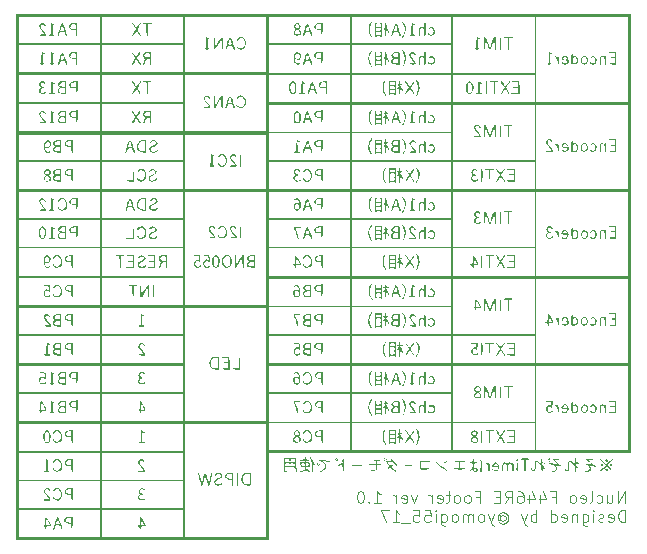
<source format=gbr>
%TF.GenerationSoftware,KiCad,Pcbnew,7.0.10*%
%TF.CreationDate,2024-04-10T11:57:21+09:00*%
%TF.ProjectId,Nucleo-F446RE_header,4e75636c-656f-42d4-9634-343652455f68,rev?*%
%TF.SameCoordinates,Original*%
%TF.FileFunction,Legend,Bot*%
%TF.FilePolarity,Positive*%
%FSLAX46Y46*%
G04 Gerber Fmt 4.6, Leading zero omitted, Abs format (unit mm)*
G04 Created by KiCad (PCBNEW 7.0.10) date 2024-04-10 11:57:21*
%MOMM*%
%LPD*%
G01*
G04 APERTURE LIST*
%ADD10C,0.125000*%
G04 APERTURE END LIST*
D10*
X180479668Y-93861119D02*
X180479668Y-92861119D01*
X180479668Y-92861119D02*
X179908240Y-93861119D01*
X179908240Y-93861119D02*
X179908240Y-92861119D01*
X179003478Y-93194452D02*
X179003478Y-93861119D01*
X179432049Y-93194452D02*
X179432049Y-93718261D01*
X179432049Y-93718261D02*
X179384430Y-93813500D01*
X179384430Y-93813500D02*
X179289192Y-93861119D01*
X179289192Y-93861119D02*
X179146335Y-93861119D01*
X179146335Y-93861119D02*
X179051097Y-93813500D01*
X179051097Y-93813500D02*
X179003478Y-93765880D01*
X178098716Y-93813500D02*
X178193954Y-93861119D01*
X178193954Y-93861119D02*
X178384430Y-93861119D01*
X178384430Y-93861119D02*
X178479668Y-93813500D01*
X178479668Y-93813500D02*
X178527287Y-93765880D01*
X178527287Y-93765880D02*
X178574906Y-93670642D01*
X178574906Y-93670642D02*
X178574906Y-93384928D01*
X178574906Y-93384928D02*
X178527287Y-93289690D01*
X178527287Y-93289690D02*
X178479668Y-93242071D01*
X178479668Y-93242071D02*
X178384430Y-93194452D01*
X178384430Y-93194452D02*
X178193954Y-93194452D01*
X178193954Y-93194452D02*
X178098716Y-93242071D01*
X177527287Y-93861119D02*
X177622525Y-93813500D01*
X177622525Y-93813500D02*
X177670144Y-93718261D01*
X177670144Y-93718261D02*
X177670144Y-92861119D01*
X176765382Y-93813500D02*
X176860620Y-93861119D01*
X176860620Y-93861119D02*
X177051096Y-93861119D01*
X177051096Y-93861119D02*
X177146334Y-93813500D01*
X177146334Y-93813500D02*
X177193953Y-93718261D01*
X177193953Y-93718261D02*
X177193953Y-93337309D01*
X177193953Y-93337309D02*
X177146334Y-93242071D01*
X177146334Y-93242071D02*
X177051096Y-93194452D01*
X177051096Y-93194452D02*
X176860620Y-93194452D01*
X176860620Y-93194452D02*
X176765382Y-93242071D01*
X176765382Y-93242071D02*
X176717763Y-93337309D01*
X176717763Y-93337309D02*
X176717763Y-93432547D01*
X176717763Y-93432547D02*
X177193953Y-93527785D01*
X176146334Y-93861119D02*
X176241572Y-93813500D01*
X176241572Y-93813500D02*
X176289191Y-93765880D01*
X176289191Y-93765880D02*
X176336810Y-93670642D01*
X176336810Y-93670642D02*
X176336810Y-93384928D01*
X176336810Y-93384928D02*
X176289191Y-93289690D01*
X176289191Y-93289690D02*
X176241572Y-93242071D01*
X176241572Y-93242071D02*
X176146334Y-93194452D01*
X176146334Y-93194452D02*
X176003477Y-93194452D01*
X176003477Y-93194452D02*
X175908239Y-93242071D01*
X175908239Y-93242071D02*
X175860620Y-93289690D01*
X175860620Y-93289690D02*
X175813001Y-93384928D01*
X175813001Y-93384928D02*
X175813001Y-93670642D01*
X175813001Y-93670642D02*
X175860620Y-93765880D01*
X175860620Y-93765880D02*
X175908239Y-93813500D01*
X175908239Y-93813500D02*
X176003477Y-93861119D01*
X176003477Y-93861119D02*
X176146334Y-93861119D01*
X174289191Y-93337309D02*
X174622524Y-93337309D01*
X174622524Y-93861119D02*
X174622524Y-92861119D01*
X174622524Y-92861119D02*
X174146334Y-92861119D01*
X173336810Y-93194452D02*
X173336810Y-93861119D01*
X173574905Y-92813500D02*
X173813000Y-93527785D01*
X173813000Y-93527785D02*
X173193953Y-93527785D01*
X172384429Y-93194452D02*
X172384429Y-93861119D01*
X172622524Y-92813500D02*
X172860619Y-93527785D01*
X172860619Y-93527785D02*
X172241572Y-93527785D01*
X171432048Y-92861119D02*
X171622524Y-92861119D01*
X171622524Y-92861119D02*
X171717762Y-92908738D01*
X171717762Y-92908738D02*
X171765381Y-92956357D01*
X171765381Y-92956357D02*
X171860619Y-93099214D01*
X171860619Y-93099214D02*
X171908238Y-93289690D01*
X171908238Y-93289690D02*
X171908238Y-93670642D01*
X171908238Y-93670642D02*
X171860619Y-93765880D01*
X171860619Y-93765880D02*
X171813000Y-93813500D01*
X171813000Y-93813500D02*
X171717762Y-93861119D01*
X171717762Y-93861119D02*
X171527286Y-93861119D01*
X171527286Y-93861119D02*
X171432048Y-93813500D01*
X171432048Y-93813500D02*
X171384429Y-93765880D01*
X171384429Y-93765880D02*
X171336810Y-93670642D01*
X171336810Y-93670642D02*
X171336810Y-93432547D01*
X171336810Y-93432547D02*
X171384429Y-93337309D01*
X171384429Y-93337309D02*
X171432048Y-93289690D01*
X171432048Y-93289690D02*
X171527286Y-93242071D01*
X171527286Y-93242071D02*
X171717762Y-93242071D01*
X171717762Y-93242071D02*
X171813000Y-93289690D01*
X171813000Y-93289690D02*
X171860619Y-93337309D01*
X171860619Y-93337309D02*
X171908238Y-93432547D01*
X170336810Y-93861119D02*
X170670143Y-93384928D01*
X170908238Y-93861119D02*
X170908238Y-92861119D01*
X170908238Y-92861119D02*
X170527286Y-92861119D01*
X170527286Y-92861119D02*
X170432048Y-92908738D01*
X170432048Y-92908738D02*
X170384429Y-92956357D01*
X170384429Y-92956357D02*
X170336810Y-93051595D01*
X170336810Y-93051595D02*
X170336810Y-93194452D01*
X170336810Y-93194452D02*
X170384429Y-93289690D01*
X170384429Y-93289690D02*
X170432048Y-93337309D01*
X170432048Y-93337309D02*
X170527286Y-93384928D01*
X170527286Y-93384928D02*
X170908238Y-93384928D01*
X169908238Y-93337309D02*
X169574905Y-93337309D01*
X169432048Y-93861119D02*
X169908238Y-93861119D01*
X169908238Y-93861119D02*
X169908238Y-92861119D01*
X169908238Y-92861119D02*
X169432048Y-92861119D01*
X167908238Y-93337309D02*
X168241571Y-93337309D01*
X168241571Y-93861119D02*
X168241571Y-92861119D01*
X168241571Y-92861119D02*
X167765381Y-92861119D01*
X167241571Y-93861119D02*
X167336809Y-93813500D01*
X167336809Y-93813500D02*
X167384428Y-93765880D01*
X167384428Y-93765880D02*
X167432047Y-93670642D01*
X167432047Y-93670642D02*
X167432047Y-93384928D01*
X167432047Y-93384928D02*
X167384428Y-93289690D01*
X167384428Y-93289690D02*
X167336809Y-93242071D01*
X167336809Y-93242071D02*
X167241571Y-93194452D01*
X167241571Y-93194452D02*
X167098714Y-93194452D01*
X167098714Y-93194452D02*
X167003476Y-93242071D01*
X167003476Y-93242071D02*
X166955857Y-93289690D01*
X166955857Y-93289690D02*
X166908238Y-93384928D01*
X166908238Y-93384928D02*
X166908238Y-93670642D01*
X166908238Y-93670642D02*
X166955857Y-93765880D01*
X166955857Y-93765880D02*
X167003476Y-93813500D01*
X167003476Y-93813500D02*
X167098714Y-93861119D01*
X167098714Y-93861119D02*
X167241571Y-93861119D01*
X166336809Y-93861119D02*
X166432047Y-93813500D01*
X166432047Y-93813500D02*
X166479666Y-93765880D01*
X166479666Y-93765880D02*
X166527285Y-93670642D01*
X166527285Y-93670642D02*
X166527285Y-93384928D01*
X166527285Y-93384928D02*
X166479666Y-93289690D01*
X166479666Y-93289690D02*
X166432047Y-93242071D01*
X166432047Y-93242071D02*
X166336809Y-93194452D01*
X166336809Y-93194452D02*
X166193952Y-93194452D01*
X166193952Y-93194452D02*
X166098714Y-93242071D01*
X166098714Y-93242071D02*
X166051095Y-93289690D01*
X166051095Y-93289690D02*
X166003476Y-93384928D01*
X166003476Y-93384928D02*
X166003476Y-93670642D01*
X166003476Y-93670642D02*
X166051095Y-93765880D01*
X166051095Y-93765880D02*
X166098714Y-93813500D01*
X166098714Y-93813500D02*
X166193952Y-93861119D01*
X166193952Y-93861119D02*
X166336809Y-93861119D01*
X165717761Y-93194452D02*
X165336809Y-93194452D01*
X165574904Y-92861119D02*
X165574904Y-93718261D01*
X165574904Y-93718261D02*
X165527285Y-93813500D01*
X165527285Y-93813500D02*
X165432047Y-93861119D01*
X165432047Y-93861119D02*
X165336809Y-93861119D01*
X164622523Y-93813500D02*
X164717761Y-93861119D01*
X164717761Y-93861119D02*
X164908237Y-93861119D01*
X164908237Y-93861119D02*
X165003475Y-93813500D01*
X165003475Y-93813500D02*
X165051094Y-93718261D01*
X165051094Y-93718261D02*
X165051094Y-93337309D01*
X165051094Y-93337309D02*
X165003475Y-93242071D01*
X165003475Y-93242071D02*
X164908237Y-93194452D01*
X164908237Y-93194452D02*
X164717761Y-93194452D01*
X164717761Y-93194452D02*
X164622523Y-93242071D01*
X164622523Y-93242071D02*
X164574904Y-93337309D01*
X164574904Y-93337309D02*
X164574904Y-93432547D01*
X164574904Y-93432547D02*
X165051094Y-93527785D01*
X164146332Y-93861119D02*
X164146332Y-93194452D01*
X164146332Y-93384928D02*
X164098713Y-93289690D01*
X164098713Y-93289690D02*
X164051094Y-93242071D01*
X164051094Y-93242071D02*
X163955856Y-93194452D01*
X163955856Y-93194452D02*
X163860618Y-93194452D01*
X162860617Y-93194452D02*
X162622522Y-93861119D01*
X162622522Y-93861119D02*
X162384427Y-93194452D01*
X161622522Y-93813500D02*
X161717760Y-93861119D01*
X161717760Y-93861119D02*
X161908236Y-93861119D01*
X161908236Y-93861119D02*
X162003474Y-93813500D01*
X162003474Y-93813500D02*
X162051093Y-93718261D01*
X162051093Y-93718261D02*
X162051093Y-93337309D01*
X162051093Y-93337309D02*
X162003474Y-93242071D01*
X162003474Y-93242071D02*
X161908236Y-93194452D01*
X161908236Y-93194452D02*
X161717760Y-93194452D01*
X161717760Y-93194452D02*
X161622522Y-93242071D01*
X161622522Y-93242071D02*
X161574903Y-93337309D01*
X161574903Y-93337309D02*
X161574903Y-93432547D01*
X161574903Y-93432547D02*
X162051093Y-93527785D01*
X161146331Y-93861119D02*
X161146331Y-93194452D01*
X161146331Y-93384928D02*
X161098712Y-93289690D01*
X161098712Y-93289690D02*
X161051093Y-93242071D01*
X161051093Y-93242071D02*
X160955855Y-93194452D01*
X160955855Y-93194452D02*
X160860617Y-93194452D01*
X159241569Y-93861119D02*
X159812997Y-93861119D01*
X159527283Y-93861119D02*
X159527283Y-92861119D01*
X159527283Y-92861119D02*
X159622521Y-93003976D01*
X159622521Y-93003976D02*
X159717759Y-93099214D01*
X159717759Y-93099214D02*
X159812997Y-93146833D01*
X158812997Y-93765880D02*
X158765378Y-93813500D01*
X158765378Y-93813500D02*
X158812997Y-93861119D01*
X158812997Y-93861119D02*
X158860616Y-93813500D01*
X158860616Y-93813500D02*
X158812997Y-93765880D01*
X158812997Y-93765880D02*
X158812997Y-93861119D01*
X158146331Y-92861119D02*
X158051093Y-92861119D01*
X158051093Y-92861119D02*
X157955855Y-92908738D01*
X157955855Y-92908738D02*
X157908236Y-92956357D01*
X157908236Y-92956357D02*
X157860617Y-93051595D01*
X157860617Y-93051595D02*
X157812998Y-93242071D01*
X157812998Y-93242071D02*
X157812998Y-93480166D01*
X157812998Y-93480166D02*
X157860617Y-93670642D01*
X157860617Y-93670642D02*
X157908236Y-93765880D01*
X157908236Y-93765880D02*
X157955855Y-93813500D01*
X157955855Y-93813500D02*
X158051093Y-93861119D01*
X158051093Y-93861119D02*
X158146331Y-93861119D01*
X158146331Y-93861119D02*
X158241569Y-93813500D01*
X158241569Y-93813500D02*
X158289188Y-93765880D01*
X158289188Y-93765880D02*
X158336807Y-93670642D01*
X158336807Y-93670642D02*
X158384426Y-93480166D01*
X158384426Y-93480166D02*
X158384426Y-93242071D01*
X158384426Y-93242071D02*
X158336807Y-93051595D01*
X158336807Y-93051595D02*
X158289188Y-92956357D01*
X158289188Y-92956357D02*
X158241569Y-92908738D01*
X158241569Y-92908738D02*
X158146331Y-92861119D01*
X180479668Y-95471119D02*
X180479668Y-94471119D01*
X180479668Y-94471119D02*
X180241573Y-94471119D01*
X180241573Y-94471119D02*
X180098716Y-94518738D01*
X180098716Y-94518738D02*
X180003478Y-94613976D01*
X180003478Y-94613976D02*
X179955859Y-94709214D01*
X179955859Y-94709214D02*
X179908240Y-94899690D01*
X179908240Y-94899690D02*
X179908240Y-95042547D01*
X179908240Y-95042547D02*
X179955859Y-95233023D01*
X179955859Y-95233023D02*
X180003478Y-95328261D01*
X180003478Y-95328261D02*
X180098716Y-95423500D01*
X180098716Y-95423500D02*
X180241573Y-95471119D01*
X180241573Y-95471119D02*
X180479668Y-95471119D01*
X179098716Y-95423500D02*
X179193954Y-95471119D01*
X179193954Y-95471119D02*
X179384430Y-95471119D01*
X179384430Y-95471119D02*
X179479668Y-95423500D01*
X179479668Y-95423500D02*
X179527287Y-95328261D01*
X179527287Y-95328261D02*
X179527287Y-94947309D01*
X179527287Y-94947309D02*
X179479668Y-94852071D01*
X179479668Y-94852071D02*
X179384430Y-94804452D01*
X179384430Y-94804452D02*
X179193954Y-94804452D01*
X179193954Y-94804452D02*
X179098716Y-94852071D01*
X179098716Y-94852071D02*
X179051097Y-94947309D01*
X179051097Y-94947309D02*
X179051097Y-95042547D01*
X179051097Y-95042547D02*
X179527287Y-95137785D01*
X178670144Y-95423500D02*
X178574906Y-95471119D01*
X178574906Y-95471119D02*
X178384430Y-95471119D01*
X178384430Y-95471119D02*
X178289192Y-95423500D01*
X178289192Y-95423500D02*
X178241573Y-95328261D01*
X178241573Y-95328261D02*
X178241573Y-95280642D01*
X178241573Y-95280642D02*
X178289192Y-95185404D01*
X178289192Y-95185404D02*
X178384430Y-95137785D01*
X178384430Y-95137785D02*
X178527287Y-95137785D01*
X178527287Y-95137785D02*
X178622525Y-95090166D01*
X178622525Y-95090166D02*
X178670144Y-94994928D01*
X178670144Y-94994928D02*
X178670144Y-94947309D01*
X178670144Y-94947309D02*
X178622525Y-94852071D01*
X178622525Y-94852071D02*
X178527287Y-94804452D01*
X178527287Y-94804452D02*
X178384430Y-94804452D01*
X178384430Y-94804452D02*
X178289192Y-94852071D01*
X177813001Y-95471119D02*
X177813001Y-94804452D01*
X177813001Y-94471119D02*
X177860620Y-94518738D01*
X177860620Y-94518738D02*
X177813001Y-94566357D01*
X177813001Y-94566357D02*
X177765382Y-94518738D01*
X177765382Y-94518738D02*
X177813001Y-94471119D01*
X177813001Y-94471119D02*
X177813001Y-94566357D01*
X176908240Y-94804452D02*
X176908240Y-95613976D01*
X176908240Y-95613976D02*
X176955859Y-95709214D01*
X176955859Y-95709214D02*
X177003478Y-95756833D01*
X177003478Y-95756833D02*
X177098716Y-95804452D01*
X177098716Y-95804452D02*
X177241573Y-95804452D01*
X177241573Y-95804452D02*
X177336811Y-95756833D01*
X176908240Y-95423500D02*
X177003478Y-95471119D01*
X177003478Y-95471119D02*
X177193954Y-95471119D01*
X177193954Y-95471119D02*
X177289192Y-95423500D01*
X177289192Y-95423500D02*
X177336811Y-95375880D01*
X177336811Y-95375880D02*
X177384430Y-95280642D01*
X177384430Y-95280642D02*
X177384430Y-94994928D01*
X177384430Y-94994928D02*
X177336811Y-94899690D01*
X177336811Y-94899690D02*
X177289192Y-94852071D01*
X177289192Y-94852071D02*
X177193954Y-94804452D01*
X177193954Y-94804452D02*
X177003478Y-94804452D01*
X177003478Y-94804452D02*
X176908240Y-94852071D01*
X176432049Y-94804452D02*
X176432049Y-95471119D01*
X176432049Y-94899690D02*
X176384430Y-94852071D01*
X176384430Y-94852071D02*
X176289192Y-94804452D01*
X176289192Y-94804452D02*
X176146335Y-94804452D01*
X176146335Y-94804452D02*
X176051097Y-94852071D01*
X176051097Y-94852071D02*
X176003478Y-94947309D01*
X176003478Y-94947309D02*
X176003478Y-95471119D01*
X175146335Y-95423500D02*
X175241573Y-95471119D01*
X175241573Y-95471119D02*
X175432049Y-95471119D01*
X175432049Y-95471119D02*
X175527287Y-95423500D01*
X175527287Y-95423500D02*
X175574906Y-95328261D01*
X175574906Y-95328261D02*
X175574906Y-94947309D01*
X175574906Y-94947309D02*
X175527287Y-94852071D01*
X175527287Y-94852071D02*
X175432049Y-94804452D01*
X175432049Y-94804452D02*
X175241573Y-94804452D01*
X175241573Y-94804452D02*
X175146335Y-94852071D01*
X175146335Y-94852071D02*
X175098716Y-94947309D01*
X175098716Y-94947309D02*
X175098716Y-95042547D01*
X175098716Y-95042547D02*
X175574906Y-95137785D01*
X174241573Y-95471119D02*
X174241573Y-94471119D01*
X174241573Y-95423500D02*
X174336811Y-95471119D01*
X174336811Y-95471119D02*
X174527287Y-95471119D01*
X174527287Y-95471119D02*
X174622525Y-95423500D01*
X174622525Y-95423500D02*
X174670144Y-95375880D01*
X174670144Y-95375880D02*
X174717763Y-95280642D01*
X174717763Y-95280642D02*
X174717763Y-94994928D01*
X174717763Y-94994928D02*
X174670144Y-94899690D01*
X174670144Y-94899690D02*
X174622525Y-94852071D01*
X174622525Y-94852071D02*
X174527287Y-94804452D01*
X174527287Y-94804452D02*
X174336811Y-94804452D01*
X174336811Y-94804452D02*
X174241573Y-94852071D01*
X173003477Y-95471119D02*
X173003477Y-94471119D01*
X173003477Y-94852071D02*
X172908239Y-94804452D01*
X172908239Y-94804452D02*
X172717763Y-94804452D01*
X172717763Y-94804452D02*
X172622525Y-94852071D01*
X172622525Y-94852071D02*
X172574906Y-94899690D01*
X172574906Y-94899690D02*
X172527287Y-94994928D01*
X172527287Y-94994928D02*
X172527287Y-95280642D01*
X172527287Y-95280642D02*
X172574906Y-95375880D01*
X172574906Y-95375880D02*
X172622525Y-95423500D01*
X172622525Y-95423500D02*
X172717763Y-95471119D01*
X172717763Y-95471119D02*
X172908239Y-95471119D01*
X172908239Y-95471119D02*
X173003477Y-95423500D01*
X172193953Y-94804452D02*
X171955858Y-95471119D01*
X171717763Y-94804452D02*
X171955858Y-95471119D01*
X171955858Y-95471119D02*
X172051096Y-95709214D01*
X172051096Y-95709214D02*
X172098715Y-95756833D01*
X172098715Y-95756833D02*
X172193953Y-95804452D01*
X169955858Y-94994928D02*
X170003477Y-94947309D01*
X170003477Y-94947309D02*
X170098715Y-94899690D01*
X170098715Y-94899690D02*
X170193953Y-94899690D01*
X170193953Y-94899690D02*
X170289191Y-94947309D01*
X170289191Y-94947309D02*
X170336810Y-94994928D01*
X170336810Y-94994928D02*
X170384429Y-95090166D01*
X170384429Y-95090166D02*
X170384429Y-95185404D01*
X170384429Y-95185404D02*
X170336810Y-95280642D01*
X170336810Y-95280642D02*
X170289191Y-95328261D01*
X170289191Y-95328261D02*
X170193953Y-95375880D01*
X170193953Y-95375880D02*
X170098715Y-95375880D01*
X170098715Y-95375880D02*
X170003477Y-95328261D01*
X170003477Y-95328261D02*
X169955858Y-95280642D01*
X169955858Y-94899690D02*
X169955858Y-95280642D01*
X169955858Y-95280642D02*
X169908239Y-95328261D01*
X169908239Y-95328261D02*
X169860620Y-95328261D01*
X169860620Y-95328261D02*
X169765381Y-95280642D01*
X169765381Y-95280642D02*
X169717762Y-95185404D01*
X169717762Y-95185404D02*
X169717762Y-94947309D01*
X169717762Y-94947309D02*
X169813001Y-94804452D01*
X169813001Y-94804452D02*
X169955858Y-94709214D01*
X169955858Y-94709214D02*
X170146334Y-94661595D01*
X170146334Y-94661595D02*
X170336810Y-94709214D01*
X170336810Y-94709214D02*
X170479667Y-94804452D01*
X170479667Y-94804452D02*
X170574905Y-94947309D01*
X170574905Y-94947309D02*
X170622524Y-95137785D01*
X170622524Y-95137785D02*
X170574905Y-95328261D01*
X170574905Y-95328261D02*
X170479667Y-95471119D01*
X170479667Y-95471119D02*
X170336810Y-95566357D01*
X170336810Y-95566357D02*
X170146334Y-95613976D01*
X170146334Y-95613976D02*
X169955858Y-95566357D01*
X169955858Y-95566357D02*
X169813001Y-95471119D01*
X169384429Y-94804452D02*
X169146334Y-95471119D01*
X168908239Y-94804452D02*
X169146334Y-95471119D01*
X169146334Y-95471119D02*
X169241572Y-95709214D01*
X169241572Y-95709214D02*
X169289191Y-95756833D01*
X169289191Y-95756833D02*
X169384429Y-95804452D01*
X168384429Y-95471119D02*
X168479667Y-95423500D01*
X168479667Y-95423500D02*
X168527286Y-95375880D01*
X168527286Y-95375880D02*
X168574905Y-95280642D01*
X168574905Y-95280642D02*
X168574905Y-94994928D01*
X168574905Y-94994928D02*
X168527286Y-94899690D01*
X168527286Y-94899690D02*
X168479667Y-94852071D01*
X168479667Y-94852071D02*
X168384429Y-94804452D01*
X168384429Y-94804452D02*
X168241572Y-94804452D01*
X168241572Y-94804452D02*
X168146334Y-94852071D01*
X168146334Y-94852071D02*
X168098715Y-94899690D01*
X168098715Y-94899690D02*
X168051096Y-94994928D01*
X168051096Y-94994928D02*
X168051096Y-95280642D01*
X168051096Y-95280642D02*
X168098715Y-95375880D01*
X168098715Y-95375880D02*
X168146334Y-95423500D01*
X168146334Y-95423500D02*
X168241572Y-95471119D01*
X168241572Y-95471119D02*
X168384429Y-95471119D01*
X167622524Y-95471119D02*
X167622524Y-94804452D01*
X167622524Y-94899690D02*
X167574905Y-94852071D01*
X167574905Y-94852071D02*
X167479667Y-94804452D01*
X167479667Y-94804452D02*
X167336810Y-94804452D01*
X167336810Y-94804452D02*
X167241572Y-94852071D01*
X167241572Y-94852071D02*
X167193953Y-94947309D01*
X167193953Y-94947309D02*
X167193953Y-95471119D01*
X167193953Y-94947309D02*
X167146334Y-94852071D01*
X167146334Y-94852071D02*
X167051096Y-94804452D01*
X167051096Y-94804452D02*
X166908239Y-94804452D01*
X166908239Y-94804452D02*
X166813000Y-94852071D01*
X166813000Y-94852071D02*
X166765381Y-94947309D01*
X166765381Y-94947309D02*
X166765381Y-95471119D01*
X166146334Y-95471119D02*
X166241572Y-95423500D01*
X166241572Y-95423500D02*
X166289191Y-95375880D01*
X166289191Y-95375880D02*
X166336810Y-95280642D01*
X166336810Y-95280642D02*
X166336810Y-94994928D01*
X166336810Y-94994928D02*
X166289191Y-94899690D01*
X166289191Y-94899690D02*
X166241572Y-94852071D01*
X166241572Y-94852071D02*
X166146334Y-94804452D01*
X166146334Y-94804452D02*
X166003477Y-94804452D01*
X166003477Y-94804452D02*
X165908239Y-94852071D01*
X165908239Y-94852071D02*
X165860620Y-94899690D01*
X165860620Y-94899690D02*
X165813001Y-94994928D01*
X165813001Y-94994928D02*
X165813001Y-95280642D01*
X165813001Y-95280642D02*
X165860620Y-95375880D01*
X165860620Y-95375880D02*
X165908239Y-95423500D01*
X165908239Y-95423500D02*
X166003477Y-95471119D01*
X166003477Y-95471119D02*
X166146334Y-95471119D01*
X164955858Y-94804452D02*
X164955858Y-95613976D01*
X164955858Y-95613976D02*
X165003477Y-95709214D01*
X165003477Y-95709214D02*
X165051096Y-95756833D01*
X165051096Y-95756833D02*
X165146334Y-95804452D01*
X165146334Y-95804452D02*
X165289191Y-95804452D01*
X165289191Y-95804452D02*
X165384429Y-95756833D01*
X164955858Y-95423500D02*
X165051096Y-95471119D01*
X165051096Y-95471119D02*
X165241572Y-95471119D01*
X165241572Y-95471119D02*
X165336810Y-95423500D01*
X165336810Y-95423500D02*
X165384429Y-95375880D01*
X165384429Y-95375880D02*
X165432048Y-95280642D01*
X165432048Y-95280642D02*
X165432048Y-94994928D01*
X165432048Y-94994928D02*
X165384429Y-94899690D01*
X165384429Y-94899690D02*
X165336810Y-94852071D01*
X165336810Y-94852071D02*
X165241572Y-94804452D01*
X165241572Y-94804452D02*
X165051096Y-94804452D01*
X165051096Y-94804452D02*
X164955858Y-94852071D01*
X164479667Y-95471119D02*
X164479667Y-94804452D01*
X164479667Y-94471119D02*
X164527286Y-94518738D01*
X164527286Y-94518738D02*
X164479667Y-94566357D01*
X164479667Y-94566357D02*
X164432048Y-94518738D01*
X164432048Y-94518738D02*
X164479667Y-94471119D01*
X164479667Y-94471119D02*
X164479667Y-94566357D01*
X163527287Y-94471119D02*
X164003477Y-94471119D01*
X164003477Y-94471119D02*
X164051096Y-94947309D01*
X164051096Y-94947309D02*
X164003477Y-94899690D01*
X164003477Y-94899690D02*
X163908239Y-94852071D01*
X163908239Y-94852071D02*
X163670144Y-94852071D01*
X163670144Y-94852071D02*
X163574906Y-94899690D01*
X163574906Y-94899690D02*
X163527287Y-94947309D01*
X163527287Y-94947309D02*
X163479668Y-95042547D01*
X163479668Y-95042547D02*
X163479668Y-95280642D01*
X163479668Y-95280642D02*
X163527287Y-95375880D01*
X163527287Y-95375880D02*
X163574906Y-95423500D01*
X163574906Y-95423500D02*
X163670144Y-95471119D01*
X163670144Y-95471119D02*
X163908239Y-95471119D01*
X163908239Y-95471119D02*
X164003477Y-95423500D01*
X164003477Y-95423500D02*
X164051096Y-95375880D01*
X162574906Y-94471119D02*
X163051096Y-94471119D01*
X163051096Y-94471119D02*
X163098715Y-94947309D01*
X163098715Y-94947309D02*
X163051096Y-94899690D01*
X163051096Y-94899690D02*
X162955858Y-94852071D01*
X162955858Y-94852071D02*
X162717763Y-94852071D01*
X162717763Y-94852071D02*
X162622525Y-94899690D01*
X162622525Y-94899690D02*
X162574906Y-94947309D01*
X162574906Y-94947309D02*
X162527287Y-95042547D01*
X162527287Y-95042547D02*
X162527287Y-95280642D01*
X162527287Y-95280642D02*
X162574906Y-95375880D01*
X162574906Y-95375880D02*
X162622525Y-95423500D01*
X162622525Y-95423500D02*
X162717763Y-95471119D01*
X162717763Y-95471119D02*
X162955858Y-95471119D01*
X162955858Y-95471119D02*
X163051096Y-95423500D01*
X163051096Y-95423500D02*
X163098715Y-95375880D01*
X162336811Y-95566357D02*
X161574906Y-95566357D01*
X160813001Y-95471119D02*
X161384429Y-95471119D01*
X161098715Y-95471119D02*
X161098715Y-94471119D01*
X161098715Y-94471119D02*
X161193953Y-94613976D01*
X161193953Y-94613976D02*
X161289191Y-94709214D01*
X161289191Y-94709214D02*
X161384429Y-94756833D01*
X160479667Y-94471119D02*
X159813001Y-94471119D01*
X159813001Y-94471119D02*
X160241572Y-95471119D01*
%TO.C,G\u002A\u002A\u002A*%
G36*
X179002034Y-90954033D02*
G01*
X179051338Y-91015519D01*
X179020240Y-91102042D01*
X178940210Y-91145967D01*
X178864803Y-91116402D01*
X178831482Y-91027190D01*
X178845587Y-90973183D01*
X178922780Y-90938148D01*
X179002034Y-90954033D01*
G37*
G36*
X178613088Y-90580062D02*
G01*
X178643334Y-90660958D01*
X178628434Y-90716279D01*
X178549259Y-90750000D01*
X178477418Y-90713145D01*
X178450475Y-90631515D01*
X178483303Y-90549414D01*
X178546985Y-90534751D01*
X178613088Y-90580062D01*
G37*
G36*
X174112300Y-90108907D02*
G01*
X174057222Y-90185556D01*
X173992364Y-90243807D01*
X173948046Y-90256688D01*
X173955108Y-90215167D01*
X174010185Y-90138519D01*
X174075044Y-90080268D01*
X174119362Y-90067386D01*
X174112300Y-90108907D01*
G37*
G36*
X171409015Y-90146714D02*
G01*
X171446667Y-90209074D01*
X171438472Y-90241978D01*
X171376111Y-90279630D01*
X171343207Y-90271434D01*
X171305556Y-90209074D01*
X171313751Y-90176170D01*
X171376111Y-90138519D01*
X171409015Y-90146714D01*
G37*
G36*
X160322072Y-90118131D02*
G01*
X160275371Y-90185556D01*
X160207017Y-90247934D01*
X160143198Y-90279630D01*
X160134595Y-90252980D01*
X160181296Y-90185556D01*
X160249650Y-90123177D01*
X160313469Y-90091482D01*
X160322072Y-90118131D01*
G37*
G36*
X156085873Y-90067258D02*
G01*
X156054640Y-90138519D01*
X156003058Y-90203220D01*
X155947865Y-90232575D01*
X155924445Y-90194963D01*
X155942490Y-90148702D01*
X156007158Y-90078306D01*
X156075362Y-90044445D01*
X156085873Y-90067258D01*
G37*
G36*
X154583554Y-90447390D02*
G01*
X154536852Y-90514815D01*
X154468498Y-90577194D01*
X154404679Y-90608889D01*
X154396076Y-90582240D01*
X154442778Y-90514815D01*
X154511132Y-90452436D01*
X154574951Y-90420741D01*
X154583554Y-90447390D01*
G37*
G36*
X178972696Y-90167504D02*
G01*
X179029558Y-90226506D01*
X179035320Y-90306587D01*
X179017311Y-90335889D01*
X178942566Y-90373704D01*
X178870606Y-90337333D01*
X178840484Y-90255844D01*
X178870280Y-90174980D01*
X178899159Y-90157030D01*
X178972696Y-90167504D01*
G37*
G36*
X174217316Y-90182271D02*
G01*
X174173160Y-90282722D01*
X174135028Y-90337069D01*
X174079086Y-90373704D01*
X174039289Y-90357821D01*
X174050345Y-90298229D01*
X174127778Y-90209074D01*
X174135771Y-90201928D01*
X174204508Y-90154779D01*
X174217316Y-90182271D01*
G37*
G36*
X160194986Y-90042818D02*
G01*
X160158721Y-90113863D01*
X160108819Y-90161052D01*
X160044331Y-90183896D01*
X160016667Y-90144278D01*
X160020529Y-90125186D01*
X160067452Y-90062355D01*
X160136772Y-90015010D01*
X160189136Y-90013087D01*
X160194986Y-90042818D01*
G37*
G36*
X156226592Y-90140791D02*
G01*
X156237578Y-90164725D01*
X156183148Y-90232593D01*
X156115976Y-90295160D01*
X156056611Y-90326667D01*
X156041850Y-90304830D01*
X156065556Y-90232593D01*
X156111213Y-90176054D01*
X156192093Y-90138519D01*
X156226592Y-90140791D01*
G37*
G36*
X154678917Y-90536593D02*
G01*
X154654445Y-90608889D01*
X154653618Y-90610422D01*
X154595072Y-90681576D01*
X154538616Y-90703758D01*
X154513334Y-90665333D01*
X154531306Y-90619023D01*
X154596366Y-90548607D01*
X154665507Y-90514815D01*
X154678917Y-90536593D01*
G37*
G36*
X179385692Y-90578496D02*
G01*
X179419457Y-90627878D01*
X179422234Y-90698449D01*
X179390750Y-90729850D01*
X179303341Y-90746667D01*
X179230023Y-90700903D01*
X179223151Y-90661519D01*
X179258484Y-90580949D01*
X179270524Y-90566879D01*
X179323389Y-90534259D01*
X179385692Y-90578496D01*
G37*
G36*
X165460834Y-90251821D02*
G01*
X165464402Y-90260383D01*
X165434809Y-90317819D01*
X165353532Y-90397612D01*
X165273706Y-90462383D01*
X165214250Y-90503572D01*
X165193277Y-90495933D01*
X165190741Y-90445344D01*
X165191721Y-90435602D01*
X165234156Y-90365387D01*
X165315289Y-90295492D01*
X165401916Y-90249706D01*
X165460834Y-90251821D01*
G37*
G36*
X171381352Y-90446391D02*
G01*
X171405017Y-90507104D01*
X171424748Y-90635223D01*
X171436886Y-90808796D01*
X171441100Y-90994960D01*
X171434395Y-91106091D01*
X171413735Y-91159531D01*
X171376111Y-91173333D01*
X171338575Y-91159625D01*
X171317868Y-91106334D01*
X171311125Y-90995408D01*
X171315336Y-90808796D01*
X171317119Y-90768800D01*
X171331196Y-90603135D01*
X171352080Y-90487637D01*
X171376111Y-90444259D01*
X171381352Y-90446391D01*
G37*
G36*
X169956195Y-83950538D02*
G01*
X169973494Y-84052742D01*
X169984598Y-84229868D01*
X169988519Y-84470556D01*
X169986701Y-84639759D01*
X169977813Y-84838699D01*
X169962411Y-84966393D01*
X169941482Y-85011482D01*
X169926768Y-84990574D01*
X169909469Y-84888369D01*
X169898365Y-84711244D01*
X169894445Y-84470556D01*
X169896263Y-84301352D01*
X169905150Y-84102413D01*
X169920552Y-83974719D01*
X169941482Y-83929630D01*
X169956195Y-83950538D01*
G37*
G36*
X169956195Y-76565723D02*
G01*
X169973494Y-76667927D01*
X169984598Y-76845053D01*
X169988519Y-77085741D01*
X169986701Y-77254945D01*
X169977813Y-77453884D01*
X169962411Y-77581578D01*
X169941482Y-77626667D01*
X169926768Y-77605759D01*
X169909469Y-77503555D01*
X169898365Y-77326429D01*
X169894445Y-77085741D01*
X169896263Y-76916537D01*
X169905150Y-76717598D01*
X169920552Y-76589904D01*
X169941482Y-76544815D01*
X169956195Y-76565723D01*
G37*
G36*
X169956195Y-69180908D02*
G01*
X169973494Y-69283112D01*
X169984598Y-69460238D01*
X169988519Y-69700926D01*
X169986701Y-69870130D01*
X169977813Y-70069069D01*
X169962411Y-70196763D01*
X169941482Y-70241852D01*
X169926768Y-70220944D01*
X169909469Y-70118740D01*
X169898365Y-69941614D01*
X169894445Y-69700926D01*
X169896263Y-69531722D01*
X169905150Y-69332783D01*
X169920552Y-69205089D01*
X169941482Y-69160000D01*
X169956195Y-69180908D01*
G37*
G36*
X169956195Y-61843130D02*
G01*
X169973494Y-61945334D01*
X169984598Y-62122460D01*
X169988519Y-62363148D01*
X169986701Y-62532352D01*
X169977813Y-62731291D01*
X169962411Y-62858985D01*
X169941482Y-62904074D01*
X169926768Y-62883166D01*
X169909469Y-62780962D01*
X169898365Y-62603836D01*
X169894445Y-62363148D01*
X169896263Y-62193945D01*
X169905150Y-61995005D01*
X169920552Y-61867311D01*
X169941482Y-61822222D01*
X169956195Y-61843130D01*
G37*
G36*
X169956195Y-54411278D02*
G01*
X169973494Y-54513483D01*
X169984598Y-54690608D01*
X169988519Y-54931296D01*
X169986701Y-55100500D01*
X169977813Y-55299439D01*
X169962411Y-55427133D01*
X169941482Y-55472222D01*
X169926768Y-55451315D01*
X169909469Y-55349110D01*
X169898365Y-55171984D01*
X169894445Y-54931296D01*
X169896263Y-54762093D01*
X169905150Y-54563153D01*
X169920552Y-54435459D01*
X169941482Y-54390371D01*
X169956195Y-54411278D01*
G37*
G36*
X168780269Y-58174241D02*
G01*
X168797568Y-58276446D01*
X168808672Y-58453571D01*
X168812593Y-58694259D01*
X168810775Y-58863463D01*
X168801887Y-59062402D01*
X168786485Y-59190096D01*
X168765556Y-59235185D01*
X168750842Y-59214277D01*
X168733543Y-59112073D01*
X168722440Y-58934947D01*
X168718519Y-58694259D01*
X168720337Y-58525056D01*
X168729224Y-58326116D01*
X168744626Y-58198422D01*
X168765556Y-58153333D01*
X168780269Y-58174241D01*
G37*
G36*
X162326056Y-90610707D02*
G01*
X162524995Y-90619594D01*
X162652689Y-90634997D01*
X162697778Y-90655926D01*
X162676870Y-90670639D01*
X162574666Y-90687938D01*
X162397540Y-90699042D01*
X162156852Y-90702963D01*
X161987648Y-90701145D01*
X161788709Y-90692258D01*
X161661015Y-90676855D01*
X161615926Y-90655926D01*
X161636834Y-90641213D01*
X161739038Y-90623914D01*
X161916164Y-90612810D01*
X162156852Y-90608889D01*
X162326056Y-90610707D01*
G37*
G36*
X158093061Y-90610674D02*
G01*
X158291762Y-90619545D01*
X158419368Y-90634963D01*
X158464445Y-90655926D01*
X158438656Y-90671886D01*
X158329860Y-90688560D01*
X158145819Y-90699215D01*
X157897224Y-90702963D01*
X157716568Y-90701357D01*
X157510487Y-90692956D01*
X157389931Y-90677691D01*
X157359074Y-90655926D01*
X157397912Y-90639999D01*
X157517473Y-90623688D01*
X157699463Y-90612832D01*
X157926295Y-90608889D01*
X158093061Y-90610674D01*
G37*
G36*
X147942862Y-70403871D02*
G01*
X147960161Y-70506075D01*
X147971265Y-70683201D01*
X147975185Y-70923889D01*
X147973367Y-71093093D01*
X147964480Y-71292032D01*
X147949078Y-71419726D01*
X147928148Y-71464815D01*
X147913435Y-71443907D01*
X147896136Y-71341703D01*
X147885032Y-71164577D01*
X147881111Y-70923889D01*
X147882929Y-70754685D01*
X147891817Y-70555746D01*
X147907219Y-70428052D01*
X147928148Y-70382963D01*
X147942862Y-70403871D01*
G37*
G36*
X147942862Y-64336093D02*
G01*
X147960161Y-64438297D01*
X147971265Y-64615423D01*
X147975185Y-64856111D01*
X147973367Y-65025315D01*
X147964480Y-65224254D01*
X147949078Y-65351948D01*
X147928148Y-65397037D01*
X147913435Y-65376129D01*
X147896136Y-65273925D01*
X147885032Y-65096799D01*
X147881111Y-64856111D01*
X147882929Y-64686908D01*
X147891817Y-64487968D01*
X147907219Y-64360274D01*
X147928148Y-64315185D01*
X147942862Y-64336093D01*
G37*
G36*
X147707677Y-91335352D02*
G01*
X147724976Y-91437557D01*
X147736079Y-91614683D01*
X147740000Y-91855371D01*
X147738182Y-92024574D01*
X147729295Y-92223514D01*
X147713893Y-92351207D01*
X147692963Y-92396296D01*
X147678250Y-92375389D01*
X147660951Y-92273184D01*
X147649847Y-92096058D01*
X147645926Y-91855371D01*
X147647744Y-91686167D01*
X147656632Y-91487227D01*
X147672034Y-91359534D01*
X147692963Y-91314445D01*
X147707677Y-91335352D01*
G37*
G36*
X140605084Y-75389797D02*
G01*
X140622383Y-75492001D01*
X140633487Y-75669127D01*
X140637408Y-75909815D01*
X140635590Y-76079019D01*
X140626702Y-76277958D01*
X140611300Y-76405652D01*
X140590371Y-76450741D01*
X140575657Y-76429833D01*
X140558358Y-76327629D01*
X140547254Y-76150503D01*
X140543334Y-75909815D01*
X140545152Y-75740611D01*
X140554039Y-75541672D01*
X140569441Y-75413978D01*
X140590371Y-75368889D01*
X140605084Y-75389797D01*
G37*
G36*
X168381377Y-87739431D02*
G01*
X168400913Y-87842889D01*
X168416349Y-88016203D01*
X168426078Y-88245278D01*
X168430175Y-88463286D01*
X168428256Y-88622405D01*
X168418042Y-88717088D01*
X168397786Y-88762660D01*
X168365741Y-88774445D01*
X168335654Y-88764512D01*
X168314580Y-88721984D01*
X168303679Y-88631485D01*
X168301203Y-88477692D01*
X168305404Y-88245278D01*
X168311732Y-88075962D01*
X168325717Y-87885443D01*
X168344256Y-87760794D01*
X168365741Y-87716111D01*
X168381377Y-87739431D01*
G37*
G36*
X168381377Y-72922764D02*
G01*
X168400913Y-73026222D01*
X168416349Y-73199537D01*
X168426078Y-73428611D01*
X168430175Y-73646619D01*
X168428256Y-73805738D01*
X168418042Y-73900421D01*
X168397786Y-73945993D01*
X168365741Y-73957778D01*
X168335654Y-73947845D01*
X168314580Y-73905317D01*
X168303679Y-73814819D01*
X168301203Y-73661025D01*
X168305404Y-73428611D01*
X168311732Y-73259295D01*
X168325717Y-73068777D01*
X168344256Y-72944127D01*
X168365741Y-72899445D01*
X168381377Y-72922764D01*
G37*
G36*
X160233683Y-80250213D02*
G01*
X160175988Y-80384155D01*
X160150251Y-80438612D01*
X160069568Y-80731579D01*
X160079496Y-81027514D01*
X160179973Y-81312069D01*
X160231063Y-81417632D01*
X160258099Y-81507125D01*
X160238052Y-81522674D01*
X160179046Y-81462969D01*
X160089205Y-81326701D01*
X160018288Y-81169160D01*
X159967470Y-80900297D01*
X159986635Y-80626834D01*
X160076237Y-80381990D01*
X160135919Y-80285394D01*
X160204776Y-80200639D01*
X160240322Y-80188977D01*
X160233683Y-80250213D01*
G37*
G36*
X147848788Y-81504612D02*
G01*
X147866087Y-81606816D01*
X147877191Y-81783942D01*
X147881111Y-82024630D01*
X147881111Y-82565556D01*
X147578147Y-82565556D01*
X147429603Y-82559783D01*
X147304880Y-82542796D01*
X147246111Y-82518519D01*
X147254657Y-82498018D01*
X147339891Y-82478415D01*
X147502039Y-82471482D01*
X147787037Y-82471482D01*
X147787037Y-81977593D01*
X147788299Y-81849151D01*
X147796881Y-81654624D01*
X147812544Y-81528559D01*
X147834074Y-81483704D01*
X147848788Y-81504612D01*
G37*
G36*
X138864714Y-70450908D02*
G01*
X138882013Y-70553112D01*
X138893116Y-70730238D01*
X138897037Y-70970926D01*
X138897037Y-71511852D01*
X138594072Y-71511852D01*
X138445528Y-71506079D01*
X138320806Y-71489092D01*
X138262037Y-71464815D01*
X138270583Y-71444314D01*
X138355817Y-71424711D01*
X138517965Y-71417778D01*
X138802963Y-71417778D01*
X138802963Y-70923889D01*
X138804225Y-70795447D01*
X138812807Y-70600920D01*
X138828470Y-70474855D01*
X138850000Y-70430000D01*
X138864714Y-70450908D01*
G37*
G36*
X138864819Y-65606477D02*
G01*
X138882065Y-65709224D01*
X138893131Y-65886919D01*
X138897037Y-66128260D01*
X138897037Y-66671335D01*
X138579537Y-66657427D01*
X138567695Y-66656881D01*
X138388210Y-66639275D01*
X138294244Y-66612097D01*
X138287624Y-66581568D01*
X138370174Y-66553908D01*
X138543718Y-66535338D01*
X138802963Y-66521231D01*
X138802963Y-66053208D01*
X138803936Y-65946619D01*
X138812305Y-65754914D01*
X138828116Y-65629891D01*
X138850000Y-65585185D01*
X138864819Y-65606477D01*
G37*
G36*
X168386680Y-80313036D02*
G01*
X168411503Y-80350600D01*
X168426662Y-80437172D01*
X168434234Y-80587754D01*
X168436296Y-80817346D01*
X168434597Y-80987499D01*
X168428307Y-81170288D01*
X168418463Y-81300341D01*
X168406217Y-81356993D01*
X168378479Y-81376456D01*
X168340086Y-81356521D01*
X168314273Y-81261713D01*
X168299740Y-81085765D01*
X168295185Y-80822409D01*
X168295971Y-80664439D01*
X168301250Y-80485986D01*
X168313272Y-80377020D01*
X168334086Y-80322598D01*
X168365741Y-80307778D01*
X168386680Y-80313036D01*
G37*
G36*
X168386680Y-65590443D02*
G01*
X168411503Y-65628007D01*
X168426662Y-65714580D01*
X168434234Y-65865161D01*
X168436296Y-66094753D01*
X168434597Y-66264906D01*
X168428307Y-66447695D01*
X168418463Y-66577748D01*
X168406217Y-66634400D01*
X168378479Y-66653863D01*
X168340086Y-66633929D01*
X168314273Y-66539120D01*
X168299740Y-66363172D01*
X168295185Y-66099817D01*
X168295971Y-65941846D01*
X168301250Y-65763393D01*
X168313272Y-65654427D01*
X168334086Y-65600005D01*
X168365741Y-65585185D01*
X168386680Y-65590443D01*
G37*
G36*
X161687120Y-85075497D02*
G01*
X161754140Y-85154407D01*
X161833450Y-85275936D01*
X161857730Y-85320015D01*
X161949015Y-85584308D01*
X161963357Y-85857836D01*
X161902193Y-86117591D01*
X161766960Y-86340566D01*
X161719373Y-86390072D01*
X161683684Y-86404150D01*
X161696397Y-86342845D01*
X161757748Y-86209531D01*
X161816675Y-86055974D01*
X161854628Y-85783747D01*
X161825913Y-85507159D01*
X161731536Y-85262559D01*
X161690108Y-85185966D01*
X161653437Y-85094283D01*
X161658998Y-85058519D01*
X161687120Y-85075497D01*
G37*
G36*
X161687120Y-70305867D02*
G01*
X161754140Y-70384778D01*
X161833450Y-70506306D01*
X161857730Y-70550385D01*
X161949015Y-70814679D01*
X161963357Y-71088207D01*
X161902193Y-71347962D01*
X161766960Y-71570937D01*
X161719373Y-71620442D01*
X161683684Y-71634521D01*
X161696397Y-71573215D01*
X161757748Y-71439902D01*
X161816675Y-71286345D01*
X161854628Y-71014117D01*
X161825913Y-70737529D01*
X161731536Y-70492929D01*
X161690108Y-70416336D01*
X161653437Y-70324653D01*
X161658998Y-70288889D01*
X161687120Y-70305867D01*
G37*
G36*
X161687120Y-55536237D02*
G01*
X161754140Y-55615148D01*
X161833450Y-55736676D01*
X161857730Y-55780756D01*
X161949015Y-56045049D01*
X161963357Y-56318577D01*
X161902193Y-56578332D01*
X161766960Y-56801307D01*
X161719373Y-56850813D01*
X161683684Y-56864891D01*
X161696397Y-56803586D01*
X161757748Y-56670272D01*
X161816675Y-56516715D01*
X161854628Y-56244488D01*
X161825913Y-55967900D01*
X161731536Y-55723299D01*
X161690108Y-55646707D01*
X161653437Y-55555024D01*
X161658998Y-55519259D01*
X161687120Y-55536237D01*
G37*
G36*
X160252820Y-65463986D02*
G01*
X160236463Y-65529358D01*
X160181245Y-65640268D01*
X160130047Y-65745740D01*
X160064355Y-66022885D01*
X160080987Y-66312051D01*
X160179973Y-66589476D01*
X160231063Y-66695040D01*
X160258099Y-66784533D01*
X160238052Y-66800082D01*
X160179046Y-66740377D01*
X160089205Y-66604108D01*
X160018288Y-66446568D01*
X159967470Y-66177705D01*
X159986635Y-65904241D01*
X160076237Y-65659398D01*
X160106828Y-65608783D01*
X160182320Y-65505665D01*
X160239475Y-65455776D01*
X160252820Y-65463986D01*
G37*
G36*
X162901357Y-80218034D02*
G01*
X162978577Y-80332549D01*
X163049352Y-80488911D01*
X163101069Y-80657969D01*
X163121111Y-80810576D01*
X163121076Y-80817925D01*
X163090131Y-81048268D01*
X163011491Y-81272301D01*
X162900100Y-81446993D01*
X162839087Y-81506805D01*
X162813679Y-81505983D01*
X162838833Y-81427170D01*
X162914602Y-81269730D01*
X162937490Y-81221980D01*
X163013100Y-80941408D01*
X162998132Y-80649576D01*
X162892851Y-80357540D01*
X162859948Y-80289771D01*
X162830208Y-80200857D01*
X162847002Y-80177211D01*
X162901357Y-80218034D01*
G37*
G36*
X162901357Y-65495442D02*
G01*
X162978577Y-65609957D01*
X163049352Y-65766318D01*
X163101069Y-65935377D01*
X163121111Y-66087983D01*
X163121076Y-66095333D01*
X163090131Y-66325675D01*
X163011491Y-66549708D01*
X162900100Y-66724400D01*
X162839087Y-66784213D01*
X162813679Y-66783390D01*
X162838833Y-66704577D01*
X162914602Y-66547137D01*
X162937490Y-66499387D01*
X163013100Y-66218815D01*
X162998132Y-65926984D01*
X162892851Y-65634947D01*
X162859948Y-65567179D01*
X162830208Y-65478264D01*
X162847002Y-65454618D01*
X162901357Y-65495442D01*
G37*
G36*
X164548563Y-90411203D02*
G01*
X164647286Y-90479023D01*
X164785943Y-90600016D01*
X164936411Y-90729916D01*
X165108477Y-90857176D01*
X165254516Y-90944838D01*
X165331606Y-90985860D01*
X165420016Y-91047093D01*
X165444349Y-91087505D01*
X165440562Y-91093025D01*
X165383406Y-91126296D01*
X165380100Y-91126097D01*
X165305101Y-91094409D01*
X165181138Y-91019318D01*
X165029905Y-90916190D01*
X164873094Y-90800392D01*
X164732399Y-90687290D01*
X164629512Y-90592253D01*
X164573648Y-90530841D01*
X164503579Y-90436707D01*
X164497939Y-90396963D01*
X164548563Y-90411203D01*
G37*
G36*
X162877364Y-87616038D02*
G01*
X162887139Y-87624944D01*
X163018178Y-87806642D01*
X163092785Y-88038108D01*
X163109155Y-88293991D01*
X163065485Y-88548940D01*
X162959974Y-88777604D01*
X162920368Y-88834622D01*
X162843150Y-88924339D01*
X162805377Y-88939024D01*
X162815975Y-88881414D01*
X162883872Y-88754250D01*
X162927960Y-88672963D01*
X163007272Y-88405804D01*
X163008231Y-88122882D01*
X162929357Y-87853491D01*
X162886159Y-87761732D01*
X162829898Y-87641578D01*
X162799140Y-87575000D01*
X162798697Y-87573976D01*
X162814021Y-87567959D01*
X162877364Y-87616038D01*
G37*
G36*
X162877364Y-72799372D02*
G01*
X162887139Y-72808277D01*
X163018178Y-72989975D01*
X163092785Y-73221441D01*
X163109155Y-73477324D01*
X163065485Y-73732273D01*
X162959974Y-73960938D01*
X162920368Y-74017955D01*
X162843150Y-74107673D01*
X162805377Y-74122357D01*
X162815975Y-74064748D01*
X162883872Y-73937584D01*
X162927960Y-73856296D01*
X163007272Y-73589138D01*
X163008231Y-73306216D01*
X162929357Y-73036824D01*
X162886159Y-72945065D01*
X162829898Y-72824911D01*
X162799140Y-72758333D01*
X162798697Y-72757310D01*
X162814021Y-72751292D01*
X162877364Y-72799372D01*
G37*
G36*
X162877364Y-58076779D02*
G01*
X162887139Y-58085684D01*
X163018178Y-58267382D01*
X163092785Y-58498848D01*
X163109155Y-58754731D01*
X163065485Y-59009681D01*
X162959974Y-59238345D01*
X162920368Y-59295363D01*
X162843150Y-59385080D01*
X162805377Y-59399764D01*
X162815975Y-59342155D01*
X162883872Y-59214991D01*
X162927960Y-59133703D01*
X163007272Y-58866545D01*
X163008231Y-58583623D01*
X162929357Y-58314231D01*
X162886159Y-58222473D01*
X162829898Y-58102318D01*
X162799140Y-58035741D01*
X162798697Y-58034717D01*
X162814021Y-58028699D01*
X162877364Y-58076779D01*
G37*
G36*
X161701438Y-82677149D02*
G01*
X161711213Y-82686055D01*
X161842252Y-82867753D01*
X161916859Y-83099219D01*
X161933229Y-83355102D01*
X161889559Y-83610051D01*
X161784048Y-83838715D01*
X161744442Y-83895733D01*
X161667224Y-83985450D01*
X161629451Y-84000135D01*
X161640049Y-83942525D01*
X161707946Y-83815362D01*
X161752034Y-83734074D01*
X161831346Y-83466916D01*
X161832305Y-83183993D01*
X161753431Y-82914602D01*
X161710233Y-82822843D01*
X161653972Y-82702689D01*
X161623214Y-82636111D01*
X161622771Y-82635088D01*
X161638095Y-82629070D01*
X161701438Y-82677149D01*
G37*
G36*
X161701438Y-75292335D02*
G01*
X161711213Y-75301240D01*
X161842252Y-75482938D01*
X161916859Y-75714404D01*
X161933229Y-75970287D01*
X161889559Y-76225236D01*
X161784048Y-76453901D01*
X161744442Y-76510918D01*
X161667224Y-76600635D01*
X161629451Y-76615320D01*
X161640049Y-76557711D01*
X161707946Y-76430547D01*
X161752034Y-76349259D01*
X161831346Y-76082101D01*
X161832305Y-75799179D01*
X161753431Y-75529787D01*
X161710233Y-75438028D01*
X161653972Y-75317874D01*
X161623214Y-75251296D01*
X161622771Y-75250273D01*
X161638095Y-75244255D01*
X161701438Y-75292335D01*
G37*
G36*
X161701438Y-67954557D02*
G01*
X161711213Y-67963462D01*
X161842252Y-68145160D01*
X161916859Y-68376626D01*
X161933229Y-68632509D01*
X161889559Y-68887458D01*
X161784048Y-69116123D01*
X161744442Y-69173140D01*
X161667224Y-69262858D01*
X161629451Y-69277542D01*
X161640049Y-69219933D01*
X161707946Y-69092769D01*
X161752034Y-69011481D01*
X161831346Y-68744323D01*
X161832305Y-68461401D01*
X161753431Y-68192009D01*
X161710233Y-68100250D01*
X161653972Y-67980096D01*
X161623214Y-67913519D01*
X161622771Y-67912495D01*
X161638095Y-67906477D01*
X161701438Y-67954557D01*
G37*
G36*
X161701438Y-60569742D02*
G01*
X161711213Y-60578647D01*
X161842252Y-60760345D01*
X161916859Y-60991811D01*
X161933229Y-61247694D01*
X161889559Y-61502644D01*
X161784048Y-61731308D01*
X161744442Y-61788325D01*
X161667224Y-61878043D01*
X161629451Y-61892727D01*
X161640049Y-61835118D01*
X161707946Y-61707954D01*
X161752034Y-61626666D01*
X161831346Y-61359508D01*
X161832305Y-61076586D01*
X161753431Y-60807194D01*
X161710233Y-60715436D01*
X161653972Y-60595281D01*
X161623214Y-60528704D01*
X161622771Y-60527680D01*
X161638095Y-60521662D01*
X161701438Y-60569742D01*
G37*
G36*
X161701438Y-53137890D02*
G01*
X161711213Y-53146795D01*
X161842252Y-53328494D01*
X161916859Y-53559959D01*
X161933229Y-53815842D01*
X161889559Y-54070792D01*
X161784048Y-54299456D01*
X161744442Y-54356474D01*
X161667224Y-54446191D01*
X161629451Y-54460875D01*
X161640049Y-54403266D01*
X161707946Y-54276102D01*
X161752034Y-54194814D01*
X161831346Y-53927656D01*
X161832305Y-53644734D01*
X161753431Y-53375343D01*
X161710233Y-53283584D01*
X161653972Y-53163429D01*
X161623214Y-53096852D01*
X161622771Y-53095828D01*
X161638095Y-53089810D01*
X161701438Y-53137890D01*
G37*
G36*
X159047916Y-85145319D02*
G01*
X158975733Y-85279470D01*
X158898989Y-85459368D01*
X158862825Y-85713285D01*
X158887193Y-85978203D01*
X158972218Y-86220811D01*
X159004447Y-86284372D01*
X159055041Y-86395477D01*
X159074235Y-86455997D01*
X159064199Y-86471969D01*
X159022828Y-86439343D01*
X158961652Y-86356713D01*
X158893897Y-86244708D01*
X158832788Y-86123956D01*
X158791550Y-86015086D01*
X158755601Y-85792960D01*
X158788255Y-85505676D01*
X158910795Y-85238987D01*
X158944199Y-85190464D01*
X159024084Y-85095788D01*
X159061344Y-85082416D01*
X159047916Y-85145319D01*
G37*
G36*
X159047916Y-70375690D02*
G01*
X158975733Y-70509841D01*
X158898989Y-70689739D01*
X158862825Y-70943655D01*
X158887193Y-71208573D01*
X158972218Y-71451182D01*
X159004447Y-71514742D01*
X159055041Y-71625847D01*
X159074235Y-71686367D01*
X159064199Y-71702340D01*
X159022828Y-71669713D01*
X158961652Y-71587083D01*
X158893897Y-71475078D01*
X158832788Y-71354326D01*
X158791550Y-71245456D01*
X158755601Y-71023331D01*
X158788255Y-70736047D01*
X158910795Y-70469358D01*
X158944199Y-70420835D01*
X159024084Y-70326159D01*
X159061344Y-70312786D01*
X159047916Y-70375690D01*
G37*
G36*
X159047916Y-55606060D02*
G01*
X158975733Y-55740211D01*
X158898989Y-55920109D01*
X158862825Y-56174025D01*
X158887193Y-56438944D01*
X158972218Y-56681552D01*
X159004447Y-56745113D01*
X159055041Y-56856218D01*
X159074235Y-56916737D01*
X159064199Y-56932710D01*
X159022828Y-56900083D01*
X158961652Y-56817453D01*
X158893897Y-56705448D01*
X158832788Y-56584697D01*
X158791550Y-56475827D01*
X158755601Y-56253701D01*
X158788255Y-55966417D01*
X158910795Y-55699728D01*
X158944199Y-55651205D01*
X159024084Y-55556529D01*
X159061344Y-55543157D01*
X159047916Y-55606060D01*
G37*
G36*
X174846141Y-85542337D02*
G01*
X174864442Y-85624614D01*
X174875948Y-85758127D01*
X174880211Y-85915369D01*
X174876787Y-86068835D01*
X174865229Y-86191019D01*
X174845093Y-86254417D01*
X174828473Y-86244026D01*
X174808910Y-86163744D01*
X174795756Y-86028676D01*
X174794046Y-85999427D01*
X174775112Y-85845424D01*
X174734408Y-85747032D01*
X174659224Y-85670947D01*
X174601170Y-85615874D01*
X174570349Y-85552036D01*
X174603531Y-85529221D01*
X174694362Y-85566346D01*
X174754358Y-85593855D01*
X174786296Y-85576325D01*
X174787725Y-85564738D01*
X174833334Y-85528889D01*
X174846141Y-85542337D01*
G37*
G36*
X174846141Y-70772707D02*
G01*
X174864442Y-70854985D01*
X174875948Y-70988497D01*
X174880211Y-71145739D01*
X174876787Y-71299205D01*
X174865229Y-71421390D01*
X174845093Y-71484787D01*
X174828473Y-71474396D01*
X174808910Y-71394114D01*
X174795756Y-71259046D01*
X174794046Y-71229797D01*
X174775112Y-71075794D01*
X174734408Y-70977402D01*
X174659224Y-70901317D01*
X174601170Y-70846245D01*
X174570349Y-70782407D01*
X174603531Y-70759591D01*
X174694362Y-70796716D01*
X174754358Y-70824226D01*
X174786296Y-70806695D01*
X174787725Y-70795108D01*
X174833334Y-70759259D01*
X174846141Y-70772707D01*
G37*
G36*
X168812551Y-90456836D02*
G01*
X168871403Y-90483797D01*
X168931255Y-90466047D01*
X168934099Y-90461571D01*
X168980431Y-90429387D01*
X169016333Y-90483590D01*
X169039539Y-90617224D01*
X169047778Y-90823332D01*
X169046233Y-90954999D01*
X169036423Y-91087661D01*
X169014565Y-91154757D01*
X168977222Y-91173333D01*
X168935889Y-91152074D01*
X168913156Y-91072896D01*
X168906667Y-90918044D01*
X168906134Y-90859472D01*
X168893970Y-90723936D01*
X168856576Y-90637033D01*
X168781893Y-90564607D01*
X168721507Y-90506974D01*
X168691007Y-90443367D01*
X168723153Y-90420336D01*
X168812551Y-90456836D01*
G37*
G36*
X160247087Y-87628720D02*
G01*
X160179973Y-87770154D01*
X160129386Y-87881005D01*
X160064111Y-88166608D01*
X160081618Y-88454237D01*
X160181863Y-88720450D01*
X160222404Y-88793484D01*
X160276575Y-88900466D01*
X160296977Y-88955635D01*
X160296947Y-88956078D01*
X160273533Y-88962105D01*
X160219475Y-88907189D01*
X160149319Y-88812602D01*
X160077615Y-88699614D01*
X160018910Y-88589494D01*
X159987751Y-88503515D01*
X159975212Y-88414097D01*
X159976950Y-88158688D01*
X160025785Y-87913778D01*
X160115458Y-87717861D01*
X160151510Y-87666565D01*
X160228849Y-87573678D01*
X160262043Y-87562145D01*
X160247087Y-87628720D01*
G37*
G36*
X160247087Y-72812053D02*
G01*
X160179973Y-72953487D01*
X160129386Y-73064338D01*
X160064111Y-73349941D01*
X160081618Y-73637570D01*
X160181863Y-73903783D01*
X160222404Y-73976818D01*
X160276575Y-74083799D01*
X160296977Y-74138968D01*
X160296947Y-74139411D01*
X160273533Y-74145438D01*
X160219475Y-74090523D01*
X160149319Y-73995935D01*
X160077615Y-73882947D01*
X160018910Y-73772828D01*
X159987751Y-73686849D01*
X159975212Y-73597430D01*
X159976950Y-73342021D01*
X160025785Y-73097111D01*
X160115458Y-72901194D01*
X160151510Y-72849898D01*
X160228849Y-72757011D01*
X160262043Y-72745479D01*
X160247087Y-72812053D01*
G37*
G36*
X160247087Y-58089461D02*
G01*
X160179973Y-58230895D01*
X160129386Y-58341746D01*
X160064111Y-58627349D01*
X160081618Y-58914978D01*
X160181863Y-59181190D01*
X160222404Y-59254225D01*
X160276575Y-59361207D01*
X160296977Y-59416375D01*
X160296947Y-59416819D01*
X160273533Y-59422846D01*
X160219475Y-59367930D01*
X160149319Y-59273343D01*
X160077615Y-59160354D01*
X160018910Y-59050235D01*
X159987751Y-58964256D01*
X159975212Y-58874837D01*
X159976950Y-58619429D01*
X160025785Y-58374519D01*
X160115458Y-58178602D01*
X160151510Y-58127306D01*
X160228849Y-58034419D01*
X160262043Y-58022886D01*
X160247087Y-58089461D01*
G37*
G36*
X159071161Y-82689831D02*
G01*
X159004047Y-82831265D01*
X158953460Y-82942116D01*
X158888185Y-83227719D01*
X158905693Y-83515348D01*
X159005937Y-83781561D01*
X159046478Y-83854595D01*
X159100649Y-83961577D01*
X159121052Y-84016746D01*
X159121021Y-84017189D01*
X159097608Y-84023216D01*
X159043549Y-83968301D01*
X158973393Y-83873713D01*
X158901689Y-83760725D01*
X158842984Y-83650606D01*
X158811826Y-83564626D01*
X158799286Y-83475208D01*
X158801024Y-83219799D01*
X158849859Y-82974889D01*
X158939532Y-82778972D01*
X158975584Y-82727676D01*
X159052923Y-82634789D01*
X159086117Y-82623257D01*
X159071161Y-82689831D01*
G37*
G36*
X159071161Y-75305016D02*
G01*
X159004047Y-75446450D01*
X158953460Y-75557301D01*
X158888185Y-75842904D01*
X158905693Y-76130533D01*
X159005937Y-76396746D01*
X159046478Y-76469781D01*
X159100649Y-76576762D01*
X159121052Y-76631931D01*
X159121021Y-76632374D01*
X159097608Y-76638401D01*
X159043549Y-76583486D01*
X158973393Y-76488898D01*
X158901689Y-76375910D01*
X158842984Y-76265791D01*
X158811826Y-76179812D01*
X158799286Y-76090393D01*
X158801024Y-75834984D01*
X158849859Y-75590074D01*
X158939532Y-75394157D01*
X158975584Y-75342861D01*
X159052923Y-75249974D01*
X159086117Y-75238442D01*
X159071161Y-75305016D01*
G37*
G36*
X159071161Y-67967238D02*
G01*
X159004047Y-68108672D01*
X158953460Y-68219523D01*
X158888185Y-68505127D01*
X158905693Y-68792755D01*
X159005937Y-69058968D01*
X159046478Y-69132003D01*
X159100649Y-69238985D01*
X159121052Y-69294153D01*
X159121021Y-69294596D01*
X159097608Y-69300623D01*
X159043549Y-69245708D01*
X158973393Y-69151121D01*
X158901689Y-69038132D01*
X158842984Y-68928013D01*
X158811826Y-68842034D01*
X158799286Y-68752615D01*
X158801024Y-68497207D01*
X158849859Y-68252297D01*
X158939532Y-68056380D01*
X158975584Y-68005083D01*
X159052923Y-67912197D01*
X159086117Y-67900664D01*
X159071161Y-67967238D01*
G37*
G36*
X159071161Y-60582424D02*
G01*
X159004047Y-60723858D01*
X158953460Y-60834709D01*
X158888185Y-61120312D01*
X158905693Y-61407941D01*
X159005937Y-61674153D01*
X159046478Y-61747188D01*
X159100649Y-61854170D01*
X159121052Y-61909338D01*
X159121021Y-61909782D01*
X159097608Y-61915809D01*
X159043549Y-61860893D01*
X158973393Y-61766306D01*
X158901689Y-61653317D01*
X158842984Y-61543198D01*
X158811826Y-61457219D01*
X158799286Y-61367800D01*
X158801024Y-61112392D01*
X158849859Y-60867482D01*
X158939532Y-60671565D01*
X158975584Y-60620268D01*
X159052923Y-60527382D01*
X159086117Y-60515849D01*
X159071161Y-60582424D01*
G37*
G36*
X159071161Y-53150572D02*
G01*
X159004047Y-53292006D01*
X158953460Y-53402857D01*
X158888185Y-53688460D01*
X158905693Y-53976089D01*
X159005937Y-54242301D01*
X159046478Y-54315336D01*
X159100649Y-54422318D01*
X159121052Y-54477487D01*
X159121021Y-54477930D01*
X159097608Y-54483957D01*
X159043549Y-54429041D01*
X158973393Y-54334454D01*
X158901689Y-54221465D01*
X158842984Y-54111346D01*
X158811826Y-54025367D01*
X158799286Y-53935948D01*
X158801024Y-53680540D01*
X158849859Y-53435630D01*
X158939532Y-53239713D01*
X158975584Y-53188417D01*
X159052923Y-53095530D01*
X159086117Y-53083997D01*
X159071161Y-53150572D01*
G37*
G36*
X174837541Y-78098291D02*
G01*
X174859851Y-78156030D01*
X174874869Y-78286982D01*
X174880371Y-78473333D01*
X174880214Y-78506996D01*
X174872997Y-78685471D01*
X174856627Y-78805621D01*
X174833334Y-78849630D01*
X174816141Y-78833113D01*
X174794682Y-78747093D01*
X174786296Y-78612199D01*
X174777432Y-78457853D01*
X174740437Y-78350668D01*
X174661331Y-78258954D01*
X174642054Y-78240355D01*
X174577382Y-78160600D01*
X174566969Y-78112537D01*
X174613141Y-78114664D01*
X174691934Y-78167332D01*
X174739910Y-78208758D01*
X174778385Y-78223827D01*
X174786296Y-78174883D01*
X174792766Y-78135606D01*
X174833334Y-78097037D01*
X174837541Y-78098291D01*
G37*
G36*
X174837541Y-63375699D02*
G01*
X174859851Y-63433437D01*
X174874869Y-63564390D01*
X174880371Y-63750741D01*
X174880214Y-63784404D01*
X174872997Y-63962878D01*
X174856627Y-64083028D01*
X174833334Y-64127037D01*
X174816141Y-64110521D01*
X174794682Y-64024500D01*
X174786296Y-63889606D01*
X174777432Y-63735261D01*
X174740437Y-63628076D01*
X174661331Y-63536361D01*
X174642054Y-63517762D01*
X174577382Y-63438008D01*
X174566969Y-63389945D01*
X174613141Y-63392071D01*
X174691934Y-63444739D01*
X174739910Y-63486166D01*
X174778385Y-63501234D01*
X174786296Y-63452290D01*
X174792766Y-63413013D01*
X174833334Y-63374445D01*
X174837541Y-63375699D01*
G37*
G36*
X174837541Y-55990884D02*
G01*
X174859851Y-56048622D01*
X174874869Y-56179575D01*
X174880371Y-56365926D01*
X174880214Y-56399589D01*
X174872997Y-56578063D01*
X174856627Y-56698213D01*
X174833334Y-56742222D01*
X174816141Y-56725706D01*
X174794682Y-56639685D01*
X174786296Y-56504791D01*
X174777432Y-56350446D01*
X174740437Y-56243261D01*
X174661331Y-56151546D01*
X174642054Y-56132947D01*
X174577382Y-56053193D01*
X174566969Y-56005130D01*
X174613141Y-56007257D01*
X174691934Y-56059924D01*
X174739910Y-56101351D01*
X174778385Y-56116419D01*
X174786296Y-56067475D01*
X174792766Y-56028199D01*
X174833334Y-55989630D01*
X174837541Y-55990884D01*
G37*
G36*
X169121840Y-87694107D02*
G01*
X169271997Y-87701814D01*
X169381617Y-87717021D01*
X169424074Y-87739630D01*
X169422652Y-87745803D01*
X169368260Y-87774853D01*
X169259445Y-87786667D01*
X169094815Y-87786667D01*
X169094815Y-88280556D01*
X169093576Y-88407194D01*
X169083409Y-88618359D01*
X169065839Y-88737919D01*
X169044320Y-88765485D01*
X169022308Y-88700666D01*
X169003259Y-88543073D01*
X168990627Y-88292315D01*
X168977222Y-87810185D01*
X168799849Y-87795528D01*
X168763838Y-87791552D01*
X168672815Y-87768007D01*
X168649754Y-87736732D01*
X168694428Y-87716984D01*
X168806429Y-87701592D01*
X168957775Y-87694000D01*
X169121840Y-87694107D01*
G37*
G36*
X169121840Y-72877440D02*
G01*
X169271997Y-72885147D01*
X169381617Y-72900355D01*
X169424074Y-72922963D01*
X169422652Y-72929136D01*
X169368260Y-72958186D01*
X169259445Y-72970000D01*
X169094815Y-72970000D01*
X169094815Y-73463889D01*
X169093576Y-73590527D01*
X169083409Y-73801692D01*
X169065839Y-73921252D01*
X169044320Y-73948818D01*
X169022308Y-73883999D01*
X169003259Y-73726406D01*
X168990627Y-73475648D01*
X168977222Y-72993519D01*
X168799849Y-72978861D01*
X168763838Y-72974886D01*
X168672815Y-72951340D01*
X168649754Y-72920065D01*
X168694428Y-72900318D01*
X168806429Y-72884926D01*
X168957775Y-72877333D01*
X169121840Y-72877440D01*
G37*
G36*
X161658253Y-77720781D02*
G01*
X161726386Y-77763711D01*
X161806681Y-77870293D01*
X161883303Y-78015278D01*
X161940420Y-78173414D01*
X161958107Y-78260836D01*
X161955539Y-78525137D01*
X161882083Y-78791363D01*
X161745399Y-79026019D01*
X161739232Y-79033640D01*
X161680292Y-79089213D01*
X161660932Y-79072485D01*
X161681419Y-78995689D01*
X161742020Y-78871058D01*
X161783715Y-78792084D01*
X161830800Y-78667058D01*
X161848174Y-78530165D01*
X161843609Y-78340838D01*
X161828652Y-78177511D01*
X161788298Y-78005783D01*
X161717624Y-77872558D01*
X161693188Y-77836329D01*
X161650855Y-77753726D01*
X161656557Y-77720741D01*
X161658253Y-77720781D01*
G37*
G36*
X161658253Y-62998189D02*
G01*
X161726386Y-63041119D01*
X161806681Y-63147701D01*
X161883303Y-63292685D01*
X161940420Y-63450821D01*
X161958107Y-63538244D01*
X161955539Y-63802545D01*
X161882083Y-64068770D01*
X161745399Y-64303426D01*
X161739232Y-64311048D01*
X161680292Y-64366621D01*
X161660932Y-64349892D01*
X161681419Y-64273096D01*
X161742020Y-64148465D01*
X161783715Y-64069492D01*
X161830800Y-63944465D01*
X161848174Y-63807573D01*
X161843609Y-63618246D01*
X161828652Y-63454918D01*
X161788298Y-63283190D01*
X161717624Y-63149966D01*
X161693188Y-63113736D01*
X161650855Y-63031133D01*
X161656557Y-62998148D01*
X161658253Y-62998189D01*
G37*
G36*
X140147025Y-58154848D02*
G01*
X140297182Y-58162555D01*
X140406802Y-58177762D01*
X140449259Y-58200371D01*
X140447838Y-58206543D01*
X140393445Y-58235593D01*
X140284630Y-58247408D01*
X140120000Y-58247408D01*
X140120000Y-58741296D01*
X140118761Y-58867935D01*
X140108594Y-59079099D01*
X140091024Y-59198660D01*
X140069505Y-59226225D01*
X140047493Y-59161407D01*
X140028444Y-59003813D01*
X140015812Y-58753056D01*
X140002408Y-58270926D01*
X139825034Y-58256269D01*
X139789023Y-58252293D01*
X139698000Y-58228748D01*
X139674939Y-58197472D01*
X139719613Y-58177725D01*
X139831614Y-58162333D01*
X139982960Y-58154740D01*
X140147025Y-58154848D01*
G37*
G36*
X138924062Y-75370403D02*
G01*
X139074219Y-75378110D01*
X139183839Y-75393318D01*
X139226296Y-75415926D01*
X139224875Y-75422099D01*
X139170482Y-75451149D01*
X139061667Y-75462963D01*
X138897037Y-75462963D01*
X138897037Y-75956852D01*
X138895798Y-76083490D01*
X138885632Y-76294655D01*
X138868061Y-76414215D01*
X138846542Y-76441781D01*
X138824530Y-76376962D01*
X138805481Y-76219369D01*
X138792849Y-75968611D01*
X138779445Y-75486482D01*
X138602071Y-75471824D01*
X138566060Y-75467849D01*
X138475037Y-75444303D01*
X138451977Y-75413028D01*
X138496650Y-75393281D01*
X138608651Y-75377889D01*
X138759997Y-75370296D01*
X138924062Y-75370403D01*
G37*
G36*
X137842211Y-72877440D02*
G01*
X137992367Y-72885147D01*
X138101987Y-72900355D01*
X138144445Y-72922963D01*
X138143023Y-72929136D01*
X138088630Y-72958186D01*
X137979815Y-72970000D01*
X137815185Y-72970000D01*
X137815185Y-73463889D01*
X137813946Y-73590527D01*
X137803780Y-73801692D01*
X137786209Y-73921252D01*
X137764690Y-73948818D01*
X137742678Y-73883999D01*
X137723629Y-73726406D01*
X137710998Y-73475648D01*
X137697593Y-72993519D01*
X137520219Y-72978861D01*
X137484208Y-72974886D01*
X137393185Y-72951340D01*
X137370125Y-72920065D01*
X137414798Y-72900318D01*
X137526799Y-72884926D01*
X137678146Y-72877333D01*
X137842211Y-72877440D01*
G37*
G36*
X159059764Y-77723817D02*
G01*
X159070657Y-77748638D01*
X159042617Y-77814787D01*
X158970167Y-77941478D01*
X158934311Y-78009049D01*
X158880286Y-78182006D01*
X158864409Y-78402778D01*
X158866978Y-78502812D01*
X158897511Y-78698681D01*
X158970167Y-78864078D01*
X158998932Y-78913790D01*
X159054044Y-79016544D01*
X159075926Y-79069745D01*
X159059053Y-79072249D01*
X158997916Y-79031778D01*
X158925468Y-78947913D01*
X158837297Y-78780820D01*
X158773050Y-78585670D01*
X158747700Y-78400254D01*
X158755090Y-78322538D01*
X158791326Y-78174851D01*
X158848106Y-78014968D01*
X158914568Y-77868749D01*
X158979852Y-77762053D01*
X159033096Y-77720741D01*
X159059764Y-77723817D01*
G37*
G36*
X159059764Y-63001225D02*
G01*
X159070657Y-63026045D01*
X159042617Y-63092194D01*
X158970167Y-63218886D01*
X158934311Y-63286456D01*
X158880286Y-63459414D01*
X158864409Y-63680185D01*
X158866978Y-63780220D01*
X158897511Y-63976089D01*
X158970167Y-64141485D01*
X158998932Y-64191197D01*
X159054044Y-64293951D01*
X159075926Y-64347152D01*
X159059053Y-64349657D01*
X158997916Y-64309185D01*
X158925468Y-64225320D01*
X158837297Y-64058227D01*
X158773050Y-63863078D01*
X158747700Y-63677662D01*
X158755090Y-63599945D01*
X158791326Y-63452259D01*
X158848106Y-63292376D01*
X158914568Y-63146156D01*
X158979852Y-63039460D01*
X159033096Y-62998148D01*
X159059764Y-63001225D01*
G37*
G36*
X152848743Y-77866653D02*
G01*
X152972453Y-77883722D01*
X153031667Y-77908889D01*
X153027762Y-77927173D01*
X152952860Y-77948366D01*
X152801860Y-77955926D01*
X152542983Y-77955926D01*
X152657996Y-78207148D01*
X152724843Y-78374066D01*
X152781900Y-78554943D01*
X152822157Y-78722652D01*
X152839682Y-78852422D01*
X152828544Y-78919481D01*
X152819866Y-78926617D01*
X152775938Y-78913221D01*
X152731259Y-78813633D01*
X152683928Y-78623966D01*
X152664927Y-78543877D01*
X152604830Y-78347350D01*
X152537795Y-78180038D01*
X152495150Y-78089265D01*
X152451102Y-77964427D01*
X152467857Y-77896177D01*
X152555259Y-77867617D01*
X152723150Y-77861852D01*
X152848743Y-77866653D01*
G37*
G36*
X169075166Y-80308120D02*
G01*
X169258058Y-80315748D01*
X169379834Y-80331953D01*
X169424074Y-80354815D01*
X169422652Y-80360988D01*
X169368260Y-80390038D01*
X169259445Y-80401852D01*
X169094815Y-80401852D01*
X169094815Y-80864383D01*
X169093506Y-80990333D01*
X169086424Y-81171435D01*
X169074577Y-81302837D01*
X169059537Y-81362360D01*
X169046984Y-81345466D01*
X169032027Y-81253351D01*
X169019387Y-81098954D01*
X169010909Y-80899829D01*
X168997558Y-80401852D01*
X168837296Y-80401852D01*
X168824322Y-80401700D01*
X168710575Y-80386754D01*
X168647963Y-80354815D01*
X168646399Y-80350863D01*
X168687197Y-80327469D01*
X168814377Y-80312836D01*
X169021483Y-80307778D01*
X169075166Y-80308120D01*
G37*
G36*
X169075166Y-65585527D02*
G01*
X169258058Y-65593156D01*
X169379834Y-65609360D01*
X169424074Y-65632222D01*
X169422652Y-65638395D01*
X169368260Y-65667445D01*
X169259445Y-65679259D01*
X169094815Y-65679259D01*
X169094815Y-66141790D01*
X169093506Y-66267740D01*
X169086424Y-66448842D01*
X169074577Y-66580244D01*
X169059537Y-66639767D01*
X169046984Y-66622873D01*
X169032027Y-66530759D01*
X169019387Y-66376361D01*
X169010909Y-66177236D01*
X168997558Y-65679259D01*
X168837296Y-65679259D01*
X168824322Y-65679108D01*
X168710575Y-65664161D01*
X168647963Y-65632222D01*
X168646399Y-65628270D01*
X168687197Y-65604876D01*
X168814377Y-65590244D01*
X169021483Y-65585185D01*
X169075166Y-65585527D01*
G37*
G36*
X168325187Y-90152842D02*
G01*
X168329169Y-90159307D01*
X168345987Y-90237527D01*
X168361350Y-90378737D01*
X168374033Y-90557708D01*
X168382812Y-90749214D01*
X168386459Y-90928026D01*
X168383751Y-91068916D01*
X168373461Y-91146658D01*
X168330363Y-91203394D01*
X168275106Y-91219471D01*
X168248148Y-91179213D01*
X168248081Y-91175943D01*
X168239427Y-91098818D01*
X168220670Y-90979306D01*
X168211883Y-90921968D01*
X168212943Y-90865849D01*
X168241631Y-90889749D01*
X168245334Y-90894956D01*
X168297493Y-90940281D01*
X168323226Y-90895700D01*
X168322476Y-90761592D01*
X168295185Y-90538333D01*
X168271262Y-90356714D01*
X168263482Y-90203798D01*
X168281388Y-90136729D01*
X168325187Y-90152842D01*
G37*
G36*
X170675049Y-76545135D02*
G01*
X170857502Y-76552724D01*
X170979116Y-76568945D01*
X171023334Y-76591852D01*
X171021912Y-76598025D01*
X170967519Y-76627075D01*
X170858704Y-76638889D01*
X170694074Y-76638889D01*
X170694074Y-77101420D01*
X170692944Y-77227936D01*
X170686898Y-77407603D01*
X170676803Y-77536920D01*
X170663995Y-77594030D01*
X170647574Y-77607770D01*
X170604354Y-77603995D01*
X170574991Y-77522757D01*
X170558267Y-77358704D01*
X170552963Y-77106483D01*
X170552963Y-76638889D01*
X170388334Y-76638889D01*
X170366728Y-76638483D01*
X170265053Y-76622942D01*
X170223704Y-76591852D01*
X170226426Y-76585790D01*
X170290927Y-76564325D01*
X170428811Y-76550017D01*
X170623519Y-76544815D01*
X170675049Y-76545135D01*
G37*
G36*
X170675049Y-61822543D02*
G01*
X170857502Y-61830131D01*
X170979116Y-61846353D01*
X171023334Y-61869259D01*
X171021912Y-61875432D01*
X170967519Y-61904482D01*
X170858704Y-61916296D01*
X170694074Y-61916296D01*
X170694074Y-62378827D01*
X170692944Y-62505343D01*
X170686898Y-62685011D01*
X170676803Y-62814328D01*
X170663995Y-62871437D01*
X170647574Y-62885177D01*
X170604354Y-62881403D01*
X170574991Y-62800165D01*
X170558267Y-62636111D01*
X170552963Y-62383891D01*
X170552963Y-61916296D01*
X170388334Y-61916296D01*
X170366728Y-61915890D01*
X170265053Y-61900349D01*
X170223704Y-61869259D01*
X170226426Y-61863197D01*
X170290927Y-61841732D01*
X170428811Y-61827424D01*
X170623519Y-61822222D01*
X170675049Y-61822543D01*
G37*
G36*
X172054634Y-90091840D02*
G01*
X172226251Y-90099910D01*
X172353251Y-90116432D01*
X172410926Y-90138519D01*
X172413659Y-90144939D01*
X172379618Y-90174414D01*
X172272591Y-90185556D01*
X172105185Y-90185556D01*
X172105185Y-90679445D01*
X172104627Y-90809579D01*
X172099678Y-90991501D01*
X172087809Y-91102643D01*
X172066849Y-91158192D01*
X172034630Y-91173333D01*
X172016039Y-91169424D01*
X171990050Y-91134785D01*
X171974173Y-91051699D01*
X171966237Y-90904981D01*
X171964074Y-90679445D01*
X171964074Y-90185556D01*
X171799445Y-90185556D01*
X171777839Y-90185149D01*
X171676164Y-90169609D01*
X171634815Y-90138519D01*
X171635931Y-90134539D01*
X171692859Y-90112127D01*
X171822986Y-90097020D01*
X172008335Y-90091482D01*
X172054634Y-90091840D01*
G37*
G36*
X170643523Y-83929988D02*
G01*
X170815139Y-83938058D01*
X170942140Y-83954580D01*
X170999815Y-83976667D01*
X171002548Y-83983088D01*
X170968507Y-84012562D01*
X170861480Y-84023704D01*
X170694074Y-84023704D01*
X170694074Y-84517593D01*
X170693516Y-84647727D01*
X170688567Y-84829649D01*
X170676698Y-84940791D01*
X170655738Y-84996340D01*
X170623519Y-85011482D01*
X170604928Y-85007573D01*
X170578939Y-84972933D01*
X170563062Y-84889847D01*
X170555126Y-84743129D01*
X170552963Y-84517593D01*
X170552963Y-84023704D01*
X170388334Y-84023704D01*
X170366728Y-84023298D01*
X170265053Y-84007757D01*
X170223704Y-83976667D01*
X170224820Y-83972687D01*
X170281748Y-83950276D01*
X170411875Y-83935168D01*
X170597224Y-83929630D01*
X170643523Y-83929988D01*
G37*
G36*
X170643523Y-69160359D02*
G01*
X170815139Y-69168429D01*
X170942140Y-69184951D01*
X170999815Y-69207037D01*
X171002548Y-69213458D01*
X170968507Y-69242933D01*
X170861480Y-69254074D01*
X170694074Y-69254074D01*
X170694074Y-69747963D01*
X170693516Y-69878098D01*
X170688567Y-70060020D01*
X170676698Y-70171162D01*
X170655738Y-70226710D01*
X170623519Y-70241852D01*
X170604928Y-70237943D01*
X170578939Y-70203303D01*
X170563062Y-70120218D01*
X170555126Y-69973500D01*
X170552963Y-69747963D01*
X170552963Y-69254074D01*
X170388334Y-69254074D01*
X170366728Y-69253668D01*
X170265053Y-69238127D01*
X170223704Y-69207037D01*
X170224820Y-69203058D01*
X170281748Y-69180646D01*
X170411875Y-69165539D01*
X170597224Y-69160000D01*
X170643523Y-69160359D01*
G37*
G36*
X170643523Y-54390729D02*
G01*
X170815139Y-54398799D01*
X170942140Y-54415321D01*
X170999815Y-54437408D01*
X171002548Y-54443828D01*
X170968507Y-54473303D01*
X170861480Y-54484445D01*
X170694074Y-54484445D01*
X170694074Y-54978333D01*
X170693516Y-55108468D01*
X170688567Y-55290390D01*
X170676698Y-55401532D01*
X170655738Y-55457081D01*
X170623519Y-55472222D01*
X170604928Y-55468313D01*
X170578939Y-55433674D01*
X170563062Y-55350588D01*
X170555126Y-55203870D01*
X170552963Y-54978333D01*
X170552963Y-54484445D01*
X170388334Y-54484445D01*
X170366728Y-54484038D01*
X170265053Y-54468498D01*
X170223704Y-54437408D01*
X170224820Y-54433428D01*
X170281748Y-54411016D01*
X170411875Y-54395909D01*
X170597224Y-54390371D01*
X170643523Y-54390729D01*
G37*
G36*
X169467597Y-58153692D02*
G01*
X169639213Y-58161762D01*
X169766214Y-58178284D01*
X169823889Y-58200371D01*
X169826622Y-58206791D01*
X169792581Y-58236266D01*
X169685554Y-58247408D01*
X169518148Y-58247408D01*
X169518148Y-58741296D01*
X169517590Y-58871431D01*
X169512641Y-59053353D01*
X169500772Y-59164495D01*
X169479812Y-59220044D01*
X169447593Y-59235185D01*
X169429002Y-59231276D01*
X169403013Y-59196637D01*
X169387136Y-59113551D01*
X169379200Y-58966833D01*
X169377037Y-58741296D01*
X169377037Y-58247408D01*
X169212408Y-58247408D01*
X169190802Y-58247001D01*
X169089127Y-58231461D01*
X169047778Y-58200371D01*
X169048894Y-58196391D01*
X169105822Y-58173979D01*
X169235949Y-58158872D01*
X169421298Y-58153333D01*
X169467597Y-58153692D01*
G37*
G36*
X152895420Y-85250819D02*
G01*
X153005902Y-85266907D01*
X153031667Y-85293704D01*
X153007779Y-85309707D01*
X152909712Y-85331994D01*
X152769103Y-85340741D01*
X152650277Y-85341923D01*
X152577697Y-85352628D01*
X152567851Y-85383848D01*
X152603541Y-85446574D01*
X152658714Y-85558938D01*
X152724898Y-85736740D01*
X152789227Y-85944990D01*
X152841076Y-86152130D01*
X152847887Y-86248078D01*
X152806789Y-86281482D01*
X152776454Y-86260762D01*
X152729280Y-86160647D01*
X152684551Y-85990037D01*
X152652472Y-85857059D01*
X152593827Y-85667653D01*
X152534029Y-85521541D01*
X152513558Y-85480138D01*
X152463667Y-85365289D01*
X152443704Y-85295578D01*
X152475128Y-85272530D01*
X152583710Y-85253619D01*
X152752221Y-85246667D01*
X152895420Y-85250819D01*
G37*
G36*
X140069449Y-53214803D02*
G01*
X140241065Y-53222873D01*
X140368066Y-53239395D01*
X140425741Y-53261482D01*
X140428474Y-53267902D01*
X140394433Y-53297377D01*
X140287406Y-53308519D01*
X140120000Y-53308519D01*
X140120000Y-53802408D01*
X140119442Y-53932542D01*
X140114493Y-54114464D01*
X140102624Y-54225606D01*
X140081664Y-54281155D01*
X140049445Y-54296296D01*
X140030854Y-54292387D01*
X140004865Y-54257748D01*
X139988988Y-54174662D01*
X139981052Y-54027944D01*
X139978889Y-53802408D01*
X139978889Y-53308519D01*
X139814259Y-53308519D01*
X139792654Y-53308112D01*
X139690979Y-53292572D01*
X139649630Y-53261482D01*
X139650746Y-53257502D01*
X139707674Y-53235090D01*
X139837801Y-53219983D01*
X140023150Y-53214445D01*
X140069449Y-53214803D01*
G37*
G36*
X177861035Y-78103773D02*
G01*
X177980936Y-78173671D01*
X178067185Y-78300414D01*
X178100270Y-78473333D01*
X178080872Y-78616617D01*
X178011734Y-78751799D01*
X177924732Y-78814586D01*
X177792737Y-78849630D01*
X177720123Y-78840178D01*
X177613440Y-78792107D01*
X177546225Y-78721884D01*
X177544711Y-78650564D01*
X177573803Y-78631544D01*
X177632643Y-78677874D01*
X177678739Y-78719008D01*
X177784692Y-78752080D01*
X177890881Y-78739600D01*
X177956264Y-78681153D01*
X177976177Y-78586111D01*
X177984815Y-78455375D01*
X177957497Y-78301947D01*
X177881885Y-78211125D01*
X177773329Y-78197388D01*
X177647212Y-78269218D01*
X177607553Y-78300457D01*
X177541795Y-78320964D01*
X177529417Y-78278667D01*
X177584739Y-78191400D01*
X177598309Y-78177191D01*
X177726989Y-78101390D01*
X177861035Y-78103773D01*
G37*
G36*
X177861035Y-63381180D02*
G01*
X177980936Y-63451078D01*
X178067185Y-63577822D01*
X178100270Y-63750741D01*
X178080872Y-63894025D01*
X178011734Y-64029206D01*
X177924732Y-64091994D01*
X177792737Y-64127037D01*
X177720123Y-64117585D01*
X177613440Y-64069514D01*
X177546225Y-63999291D01*
X177544711Y-63927971D01*
X177573803Y-63908951D01*
X177632643Y-63955282D01*
X177678739Y-63996416D01*
X177784692Y-64029487D01*
X177890881Y-64017008D01*
X177956264Y-63958560D01*
X177976177Y-63863518D01*
X177984815Y-63732783D01*
X177957497Y-63579354D01*
X177881885Y-63488532D01*
X177773329Y-63474795D01*
X177647212Y-63546625D01*
X177607553Y-63577864D01*
X177541795Y-63598371D01*
X177529417Y-63556074D01*
X177584739Y-63468807D01*
X177598309Y-63454598D01*
X177726989Y-63378797D01*
X177861035Y-63381180D01*
G37*
G36*
X177861035Y-55996365D02*
G01*
X177980936Y-56066263D01*
X178067185Y-56193007D01*
X178100270Y-56365926D01*
X178080872Y-56509210D01*
X178011734Y-56644391D01*
X177924732Y-56707179D01*
X177792737Y-56742222D01*
X177720123Y-56732770D01*
X177613440Y-56684699D01*
X177546225Y-56614477D01*
X177544711Y-56543156D01*
X177573803Y-56524137D01*
X177632643Y-56570467D01*
X177678739Y-56611601D01*
X177784692Y-56644673D01*
X177890881Y-56632193D01*
X177956264Y-56573746D01*
X177976177Y-56478703D01*
X177984815Y-56347968D01*
X177957497Y-56194539D01*
X177881885Y-56103717D01*
X177773329Y-56089980D01*
X177647212Y-56161811D01*
X177607553Y-56193049D01*
X177541795Y-56213556D01*
X177529417Y-56171259D01*
X177584739Y-56083992D01*
X177598309Y-56069783D01*
X177726989Y-55993982D01*
X177861035Y-55996365D01*
G37*
G36*
X164173257Y-85535625D02*
G01*
X164293159Y-85605523D01*
X164379407Y-85732266D01*
X164412492Y-85905185D01*
X164393094Y-86048469D01*
X164323956Y-86183650D01*
X164236954Y-86246438D01*
X164104959Y-86281482D01*
X164032345Y-86272030D01*
X163925662Y-86223958D01*
X163858447Y-86153736D01*
X163856933Y-86082416D01*
X163886025Y-86063396D01*
X163944866Y-86109726D01*
X163990961Y-86150860D01*
X164096914Y-86183932D01*
X164203103Y-86171452D01*
X164268486Y-86113005D01*
X164288399Y-86017963D01*
X164297037Y-85887227D01*
X164269719Y-85733799D01*
X164194107Y-85642977D01*
X164085551Y-85629240D01*
X163959434Y-85701070D01*
X163919775Y-85732308D01*
X163854017Y-85752816D01*
X163841640Y-85710518D01*
X163896961Y-85623251D01*
X163910531Y-85609043D01*
X164039211Y-85533241D01*
X164173257Y-85535625D01*
G37*
G36*
X164173257Y-70765995D02*
G01*
X164293159Y-70835893D01*
X164379407Y-70962636D01*
X164412492Y-71135556D01*
X164393094Y-71278840D01*
X164323956Y-71414021D01*
X164236954Y-71476809D01*
X164104959Y-71511852D01*
X164032345Y-71502400D01*
X163925662Y-71454329D01*
X163858447Y-71384106D01*
X163856933Y-71312786D01*
X163886025Y-71293766D01*
X163944866Y-71340097D01*
X163990961Y-71381231D01*
X164096914Y-71414302D01*
X164203103Y-71401822D01*
X164268486Y-71343375D01*
X164288399Y-71248333D01*
X164297037Y-71117598D01*
X164269719Y-70964169D01*
X164194107Y-70873347D01*
X164085551Y-70859610D01*
X163959434Y-70931440D01*
X163919775Y-70962679D01*
X163854017Y-70983186D01*
X163841640Y-70940889D01*
X163896961Y-70853622D01*
X163910531Y-70839413D01*
X164039211Y-70763612D01*
X164173257Y-70765995D01*
G37*
G36*
X164173257Y-55996365D02*
G01*
X164293159Y-56066263D01*
X164379407Y-56193007D01*
X164412492Y-56365926D01*
X164393094Y-56509210D01*
X164323956Y-56644391D01*
X164236954Y-56707179D01*
X164104959Y-56742222D01*
X164032345Y-56732770D01*
X163925662Y-56684699D01*
X163858447Y-56614477D01*
X163856933Y-56543156D01*
X163886025Y-56524137D01*
X163944866Y-56570467D01*
X163990961Y-56611601D01*
X164096914Y-56644673D01*
X164203103Y-56632193D01*
X164268486Y-56573746D01*
X164288399Y-56478703D01*
X164297037Y-56347968D01*
X164269719Y-56194539D01*
X164194107Y-56103717D01*
X164085551Y-56089980D01*
X163959434Y-56161811D01*
X163919775Y-56193049D01*
X163854017Y-56213556D01*
X163841640Y-56171259D01*
X163896961Y-56083992D01*
X163910531Y-56069783D01*
X164039211Y-55993982D01*
X164173257Y-55996365D01*
G37*
G36*
X153901953Y-89998235D02*
G01*
X153946188Y-90047746D01*
X153992924Y-90150278D01*
X154004483Y-90180849D01*
X154075316Y-90330193D01*
X154162823Y-90479537D01*
X154214208Y-90562820D01*
X154246405Y-90639995D01*
X154221143Y-90649575D01*
X154139320Y-90587436D01*
X154130141Y-90579328D01*
X154094963Y-90559206D01*
X154077510Y-90586578D01*
X154074360Y-90676871D01*
X154082093Y-90845514D01*
X154085999Y-91019091D01*
X154078489Y-91167657D01*
X154061023Y-91255022D01*
X154047605Y-91263566D01*
X154028160Y-91201459D01*
X154010523Y-91052363D01*
X153995341Y-90820556D01*
X153984266Y-90651922D01*
X153963147Y-90440856D01*
X153937945Y-90271786D01*
X153911998Y-90170734D01*
X153901029Y-90145201D01*
X153863005Y-90047077D01*
X153862427Y-90005821D01*
X153897251Y-89997408D01*
X153901953Y-89998235D01*
G37*
G36*
X152897552Y-70482666D02*
G01*
X153011987Y-70499495D01*
X153055185Y-70524074D01*
X153039314Y-70541018D01*
X152954160Y-70562650D01*
X152820000Y-70571111D01*
X152737590Y-70573865D01*
X152620426Y-70595550D01*
X152582321Y-70635067D01*
X152630576Y-70687915D01*
X152664425Y-70739899D01*
X152713545Y-70858141D01*
X152767299Y-71013845D01*
X152816754Y-71179104D01*
X152852978Y-71326008D01*
X152867037Y-71426652D01*
X152857660Y-71498643D01*
X152827308Y-71511706D01*
X152784644Y-71457816D01*
X152738699Y-71349216D01*
X152698502Y-71198148D01*
X152668886Y-71074944D01*
X152607341Y-70878225D01*
X152542063Y-70720622D01*
X152512808Y-70662124D01*
X152463283Y-70555966D01*
X152443704Y-70502430D01*
X152483603Y-70489926D01*
X152593726Y-70480601D01*
X152749445Y-70477037D01*
X152897552Y-70482666D01*
G37*
G36*
X177365185Y-78584233D02*
G01*
X177300111Y-78745090D01*
X177217472Y-78819399D01*
X177067593Y-78849630D01*
X177026942Y-78847578D01*
X176881885Y-78791499D01*
X176792414Y-78661861D01*
X176761852Y-78462867D01*
X176765428Y-78438700D01*
X176858010Y-78438700D01*
X176882990Y-78602685D01*
X176940199Y-78698519D01*
X177056302Y-78746882D01*
X177138679Y-78739724D01*
X177229467Y-78668113D01*
X177269317Y-78538548D01*
X177249314Y-78368505D01*
X177224526Y-78296638D01*
X177168270Y-78230523D01*
X177066965Y-78214630D01*
X176992010Y-78228002D01*
X176897622Y-78306905D01*
X176858010Y-78438700D01*
X176765428Y-78438700D01*
X176783460Y-78316834D01*
X176862083Y-78182196D01*
X176980790Y-78111263D01*
X177121085Y-78113735D01*
X177264469Y-78199310D01*
X177306282Y-78248984D01*
X177366418Y-78406236D01*
X177365501Y-78538548D01*
X177365185Y-78584233D01*
G37*
G36*
X177365185Y-63861640D02*
G01*
X177300111Y-64022497D01*
X177217472Y-64096806D01*
X177067593Y-64127037D01*
X177026942Y-64124986D01*
X176881885Y-64068906D01*
X176792414Y-63939268D01*
X176761852Y-63740275D01*
X176765428Y-63716107D01*
X176858010Y-63716107D01*
X176882990Y-63880093D01*
X176940199Y-63975927D01*
X177056302Y-64024290D01*
X177138679Y-64017131D01*
X177229467Y-63945520D01*
X177269317Y-63815955D01*
X177249314Y-63645912D01*
X177224526Y-63574045D01*
X177168270Y-63507931D01*
X177066965Y-63492037D01*
X176992010Y-63505410D01*
X176897622Y-63584312D01*
X176858010Y-63716107D01*
X176765428Y-63716107D01*
X176783460Y-63594241D01*
X176862083Y-63459603D01*
X176980790Y-63388670D01*
X177121085Y-63391142D01*
X177264469Y-63476718D01*
X177306282Y-63526392D01*
X177366418Y-63683644D01*
X177365501Y-63815955D01*
X177365185Y-63861640D01*
G37*
G36*
X177365185Y-56476826D02*
G01*
X177300111Y-56637682D01*
X177217472Y-56711992D01*
X177067593Y-56742222D01*
X177026942Y-56740171D01*
X176881885Y-56684091D01*
X176792414Y-56554454D01*
X176761852Y-56355460D01*
X176765428Y-56331292D01*
X176858010Y-56331292D01*
X176882990Y-56495278D01*
X176940199Y-56591112D01*
X177056302Y-56639475D01*
X177138679Y-56632316D01*
X177229467Y-56560705D01*
X177269317Y-56431140D01*
X177249314Y-56261097D01*
X177224526Y-56189230D01*
X177168270Y-56123116D01*
X177066965Y-56107222D01*
X176992010Y-56120595D01*
X176897622Y-56199497D01*
X176858010Y-56331292D01*
X176765428Y-56331292D01*
X176783460Y-56209427D01*
X176862083Y-56074789D01*
X176980790Y-56003856D01*
X177121085Y-56006327D01*
X177264469Y-56091903D01*
X177306282Y-56141577D01*
X177366418Y-56298829D01*
X177365501Y-56431140D01*
X177365185Y-56476826D01*
G37*
G36*
X171246759Y-58162944D02*
G01*
X171564259Y-58176852D01*
X171577559Y-58706019D01*
X171590859Y-59235185D01*
X171236541Y-59235185D01*
X171218902Y-59235136D01*
X171044620Y-59228331D01*
X170926012Y-59211822D01*
X170882222Y-59188148D01*
X170912200Y-59166906D01*
X171014117Y-59148252D01*
X171164445Y-59141111D01*
X171446667Y-59141111D01*
X171446667Y-58929445D01*
X171446667Y-58717778D01*
X171261295Y-58717778D01*
X171225508Y-58716919D01*
X171108525Y-58700807D01*
X171046852Y-58670741D01*
X171045352Y-58657214D01*
X171101488Y-58632650D01*
X171232224Y-58623704D01*
X171446667Y-58623704D01*
X171446667Y-58435556D01*
X171446667Y-58247408D01*
X171187963Y-58247408D01*
X171086350Y-58243812D01*
X170972362Y-58226330D01*
X170929259Y-58198221D01*
X170956040Y-58176731D01*
X171064785Y-58161892D01*
X171246759Y-58162944D01*
G37*
G36*
X146693426Y-81493314D02*
G01*
X147010926Y-81507222D01*
X147024226Y-82036389D01*
X147037526Y-82565556D01*
X146683207Y-82565556D01*
X146665568Y-82565506D01*
X146491286Y-82558702D01*
X146372679Y-82542192D01*
X146328889Y-82518519D01*
X146358867Y-82497276D01*
X146460784Y-82478622D01*
X146611111Y-82471482D01*
X146893334Y-82471482D01*
X146893334Y-82259815D01*
X146893334Y-82048148D01*
X146707961Y-82048148D01*
X146672175Y-82047289D01*
X146555191Y-82031177D01*
X146493519Y-82001111D01*
X146492019Y-81987584D01*
X146548155Y-81963020D01*
X146678891Y-81954074D01*
X146893334Y-81954074D01*
X146893334Y-81765926D01*
X146893334Y-81577778D01*
X146634630Y-81577778D01*
X146533017Y-81574183D01*
X146419029Y-81556701D01*
X146375926Y-81528592D01*
X146402706Y-81507101D01*
X146511452Y-81492262D01*
X146693426Y-81493314D01*
G37*
G36*
X138603056Y-72885536D02*
G01*
X138920556Y-72899445D01*
X138933856Y-73428611D01*
X138947155Y-73957778D01*
X138592837Y-73957778D01*
X138575198Y-73957728D01*
X138400916Y-73950924D01*
X138282308Y-73934414D01*
X138238519Y-73910741D01*
X138268496Y-73889499D01*
X138370413Y-73870845D01*
X138520741Y-73863704D01*
X138802963Y-73863704D01*
X138802963Y-73652037D01*
X138802963Y-73440371D01*
X138617591Y-73440371D01*
X138581805Y-73439511D01*
X138464821Y-73423399D01*
X138403148Y-73393333D01*
X138401648Y-73379807D01*
X138457785Y-73355242D01*
X138588521Y-73346296D01*
X138802963Y-73346296D01*
X138802963Y-73158148D01*
X138802963Y-72970000D01*
X138544259Y-72970000D01*
X138442646Y-72966405D01*
X138328659Y-72948923D01*
X138285556Y-72920814D01*
X138312336Y-72899323D01*
X138421081Y-72884485D01*
X138603056Y-72885536D01*
G37*
G36*
X179772222Y-78308704D02*
G01*
X179772222Y-78849630D01*
X179442963Y-78849630D01*
X179442644Y-78849630D01*
X179273813Y-78843394D01*
X179157209Y-78826722D01*
X179113704Y-78802593D01*
X179143681Y-78781350D01*
X179245598Y-78762696D01*
X179395926Y-78755556D01*
X179678148Y-78755556D01*
X179678148Y-78543889D01*
X179678148Y-78332222D01*
X179466482Y-78332222D01*
X179403225Y-78330064D01*
X179296856Y-78313237D01*
X179254815Y-78285185D01*
X179264527Y-78271128D01*
X179340249Y-78247491D01*
X179466482Y-78238148D01*
X179678148Y-78238148D01*
X179678148Y-78050000D01*
X179678148Y-77861852D01*
X179395926Y-77861852D01*
X179268472Y-77856856D01*
X179156548Y-77839870D01*
X179113704Y-77814815D01*
X179113704Y-77814769D01*
X179157351Y-77790651D01*
X179274061Y-77773993D01*
X179442963Y-77767778D01*
X179772222Y-77767778D01*
X179772222Y-78308704D01*
G37*
G36*
X179772222Y-63586111D02*
G01*
X179772222Y-64127037D01*
X179442963Y-64127037D01*
X179442644Y-64127037D01*
X179273813Y-64120802D01*
X179157209Y-64104129D01*
X179113704Y-64080000D01*
X179143681Y-64058758D01*
X179245598Y-64040104D01*
X179395926Y-64032963D01*
X179678148Y-64032963D01*
X179678148Y-63821296D01*
X179678148Y-63609630D01*
X179466482Y-63609630D01*
X179403225Y-63607471D01*
X179296856Y-63590645D01*
X179254815Y-63562593D01*
X179264527Y-63548536D01*
X179340249Y-63524898D01*
X179466482Y-63515556D01*
X179678148Y-63515556D01*
X179678148Y-63327408D01*
X179678148Y-63139259D01*
X179395926Y-63139259D01*
X179268472Y-63134263D01*
X179156548Y-63117277D01*
X179113704Y-63092222D01*
X179113704Y-63092177D01*
X179157351Y-63068058D01*
X179274061Y-63051400D01*
X179442963Y-63045185D01*
X179772222Y-63045185D01*
X179772222Y-63586111D01*
G37*
G36*
X179772222Y-56201296D02*
G01*
X179772222Y-56742222D01*
X179442963Y-56742222D01*
X179442644Y-56742222D01*
X179273813Y-56735987D01*
X179157209Y-56719314D01*
X179113704Y-56695185D01*
X179143681Y-56673943D01*
X179245598Y-56655289D01*
X179395926Y-56648148D01*
X179678148Y-56648148D01*
X179678148Y-56436482D01*
X179678148Y-56224815D01*
X179466482Y-56224815D01*
X179403225Y-56222657D01*
X179296856Y-56205830D01*
X179254815Y-56177778D01*
X179264527Y-56163721D01*
X179340249Y-56140083D01*
X179466482Y-56130741D01*
X179678148Y-56130741D01*
X179678148Y-55942593D01*
X179678148Y-55754445D01*
X179395926Y-55754445D01*
X179268472Y-55749448D01*
X179156548Y-55732462D01*
X179113704Y-55707408D01*
X179113704Y-55707362D01*
X179157351Y-55683243D01*
X179274061Y-55666586D01*
X179442963Y-55660371D01*
X179772222Y-55660371D01*
X179772222Y-56201296D01*
G37*
G36*
X171164445Y-88233519D02*
G01*
X171164445Y-88774445D01*
X170835185Y-88774445D01*
X170834866Y-88774445D01*
X170666035Y-88768209D01*
X170549432Y-88751536D01*
X170505926Y-88727408D01*
X170535904Y-88706165D01*
X170637821Y-88687511D01*
X170788148Y-88680371D01*
X171070371Y-88680371D01*
X171070371Y-88468704D01*
X171070371Y-88257037D01*
X170858704Y-88257037D01*
X170795447Y-88254879D01*
X170689078Y-88238052D01*
X170647037Y-88210000D01*
X170656750Y-88195943D01*
X170732471Y-88172306D01*
X170858704Y-88162963D01*
X171070371Y-88162963D01*
X171070371Y-87974815D01*
X171070371Y-87786667D01*
X170788148Y-87786667D01*
X170660694Y-87781671D01*
X170548770Y-87764684D01*
X170505926Y-87739630D01*
X170505926Y-87739584D01*
X170549574Y-87715465D01*
X170666283Y-87698808D01*
X170835185Y-87692593D01*
X171164445Y-87692593D01*
X171164445Y-88233519D01*
G37*
G36*
X171164445Y-73416852D02*
G01*
X171164445Y-73957778D01*
X170835185Y-73957778D01*
X170834866Y-73957778D01*
X170666035Y-73951543D01*
X170549432Y-73934870D01*
X170505926Y-73910741D01*
X170535904Y-73889499D01*
X170637821Y-73870845D01*
X170788148Y-73863704D01*
X171070371Y-73863704D01*
X171070371Y-73652037D01*
X171070371Y-73440371D01*
X170858704Y-73440371D01*
X170795447Y-73438212D01*
X170689078Y-73421385D01*
X170647037Y-73393333D01*
X170656750Y-73379276D01*
X170732471Y-73355639D01*
X170858704Y-73346296D01*
X171070371Y-73346296D01*
X171070371Y-73158148D01*
X171070371Y-72970000D01*
X170788148Y-72970000D01*
X170660694Y-72965004D01*
X170548770Y-72948018D01*
X170505926Y-72922963D01*
X170505926Y-72922917D01*
X170549574Y-72898799D01*
X170666283Y-72882141D01*
X170835185Y-72875926D01*
X171164445Y-72875926D01*
X171164445Y-73416852D01*
G37*
G36*
X163661509Y-90327188D02*
G01*
X163847496Y-90335088D01*
X163970412Y-90351166D01*
X164014815Y-90373704D01*
X164013561Y-90377912D01*
X163955823Y-90400221D01*
X163824870Y-90415240D01*
X163638519Y-90420741D01*
X163262222Y-90420741D01*
X163262222Y-90679445D01*
X163262222Y-90938148D01*
X163662037Y-90938148D01*
X163713567Y-90938468D01*
X163896020Y-90946057D01*
X164017634Y-90962278D01*
X164061852Y-90985185D01*
X164059130Y-90991248D01*
X163994629Y-91012713D01*
X163856745Y-91027020D01*
X163662037Y-91032222D01*
X163610507Y-91032543D01*
X163428054Y-91040131D01*
X163306440Y-91056353D01*
X163262222Y-91079259D01*
X163260856Y-91090502D01*
X163215185Y-91126296D01*
X163209123Y-91123575D01*
X163187658Y-91059074D01*
X163173350Y-90921190D01*
X163168148Y-90726482D01*
X163168148Y-90326667D01*
X163591482Y-90326667D01*
X163661509Y-90327188D01*
G37*
G36*
X156630880Y-90055965D02*
G01*
X156652649Y-90094684D01*
X156666899Y-90196050D01*
X156674678Y-90370504D01*
X156677037Y-90628488D01*
X156674595Y-90843034D01*
X156665466Y-91045919D01*
X156650333Y-91175071D01*
X156630000Y-91220371D01*
X156607214Y-91183783D01*
X156589609Y-91074398D01*
X156582963Y-90914630D01*
X156578051Y-90771702D01*
X156560824Y-90652702D01*
X156534052Y-90608889D01*
X156514786Y-90612199D01*
X156423079Y-90645797D01*
X156298867Y-90703919D01*
X156198923Y-90750847D01*
X156131389Y-90765579D01*
X156112593Y-90733709D01*
X156132691Y-90699235D01*
X156219438Y-90635009D01*
X156351453Y-90569203D01*
X156359692Y-90565778D01*
X156492453Y-90506986D01*
X156559345Y-90456238D01*
X156580501Y-90386935D01*
X156576056Y-90272477D01*
X156574778Y-90252015D01*
X156581952Y-90115749D01*
X156619418Y-90055811D01*
X156630880Y-90055965D01*
G37*
G36*
X140731482Y-73416852D02*
G01*
X140731482Y-73957778D01*
X140402222Y-73957778D01*
X140401903Y-73957778D01*
X140233072Y-73951543D01*
X140116469Y-73934870D01*
X140072963Y-73910741D01*
X140102941Y-73889499D01*
X140204858Y-73870845D01*
X140355185Y-73863704D01*
X140637408Y-73863704D01*
X140637408Y-73652037D01*
X140637408Y-73440371D01*
X140425741Y-73440371D01*
X140362484Y-73438212D01*
X140256115Y-73421385D01*
X140214074Y-73393333D01*
X140223787Y-73379276D01*
X140299508Y-73355639D01*
X140425741Y-73346296D01*
X140637408Y-73346296D01*
X140637408Y-73158148D01*
X140637408Y-72970000D01*
X140355185Y-72970000D01*
X140227731Y-72965004D01*
X140115807Y-72948018D01*
X140072963Y-72922963D01*
X140072963Y-72922917D01*
X140116611Y-72898799D01*
X140233320Y-72882141D01*
X140402222Y-72875926D01*
X140731482Y-72875926D01*
X140731482Y-73416852D01*
G37*
G36*
X179772222Y-85742705D02*
G01*
X179772222Y-86285780D01*
X179458471Y-86271871D01*
X179326043Y-86262216D01*
X179184225Y-86236360D01*
X179125292Y-86199167D01*
X179140162Y-86165928D01*
X179225013Y-86146346D01*
X179392006Y-86140371D01*
X179678148Y-86140371D01*
X179678148Y-85928704D01*
X179678148Y-85717037D01*
X179466482Y-85717037D01*
X179403225Y-85714879D01*
X179296856Y-85698052D01*
X179254815Y-85670000D01*
X179264527Y-85655943D01*
X179340249Y-85632306D01*
X179466482Y-85622963D01*
X179560674Y-85621948D01*
X179643006Y-85607390D01*
X179673630Y-85559489D01*
X179678148Y-85458333D01*
X179678148Y-85293704D01*
X179395926Y-85293704D01*
X179268472Y-85288708D01*
X179156548Y-85271721D01*
X179113704Y-85246667D01*
X179113704Y-85246621D01*
X179157351Y-85222502D01*
X179274061Y-85205845D01*
X179442963Y-85199630D01*
X179772222Y-85199630D01*
X179772222Y-85742705D01*
G37*
G36*
X179772222Y-70973075D02*
G01*
X179772222Y-71516150D01*
X179458471Y-71502242D01*
X179326043Y-71492587D01*
X179184225Y-71466730D01*
X179125292Y-71429537D01*
X179140162Y-71396298D01*
X179225013Y-71376716D01*
X179392006Y-71370741D01*
X179678148Y-71370741D01*
X179678148Y-71159074D01*
X179678148Y-70947408D01*
X179466482Y-70947408D01*
X179403225Y-70945249D01*
X179296856Y-70928422D01*
X179254815Y-70900371D01*
X179264527Y-70886313D01*
X179340249Y-70862676D01*
X179466482Y-70853333D01*
X179560674Y-70852318D01*
X179643006Y-70837760D01*
X179673630Y-70789859D01*
X179678148Y-70688704D01*
X179678148Y-70524074D01*
X179395926Y-70524074D01*
X179268472Y-70519078D01*
X179156548Y-70502092D01*
X179113704Y-70477037D01*
X179113704Y-70476992D01*
X179157351Y-70452873D01*
X179274061Y-70436215D01*
X179442963Y-70430000D01*
X179772222Y-70430000D01*
X179772222Y-70973075D01*
G37*
G36*
X177937960Y-85557986D02*
G01*
X178035741Y-85661826D01*
X178096259Y-85799783D01*
X178110987Y-85951223D01*
X178071401Y-86095515D01*
X177968974Y-86212023D01*
X177889474Y-86255525D01*
X177791412Y-86281482D01*
X177772416Y-86279783D01*
X177682943Y-86244958D01*
X177593169Y-86182481D01*
X177531394Y-86115288D01*
X177525916Y-86066313D01*
X177569862Y-86062460D01*
X177647212Y-86109301D01*
X177658070Y-86118829D01*
X177782608Y-86184562D01*
X177886762Y-86164763D01*
X177958256Y-86067075D01*
X177984815Y-85899138D01*
X177983988Y-85872091D01*
X177950866Y-85726370D01*
X177881565Y-85618241D01*
X177792847Y-85575926D01*
X177745411Y-85597920D01*
X177670223Y-85667591D01*
X177609077Y-85722549D01*
X177555146Y-85736640D01*
X177542330Y-85725353D01*
X177539037Y-85661282D01*
X177592889Y-85585179D01*
X177685676Y-85526379D01*
X177811440Y-85508896D01*
X177937960Y-85557986D01*
G37*
G36*
X177937960Y-70788356D02*
G01*
X178035741Y-70892196D01*
X178096259Y-71030153D01*
X178110987Y-71181594D01*
X178071401Y-71325885D01*
X177968974Y-71442394D01*
X177889474Y-71485895D01*
X177791412Y-71511852D01*
X177772416Y-71510154D01*
X177682943Y-71475328D01*
X177593169Y-71412852D01*
X177531394Y-71345659D01*
X177525916Y-71296683D01*
X177569862Y-71292830D01*
X177647212Y-71339671D01*
X177658070Y-71349199D01*
X177782608Y-71414932D01*
X177886762Y-71395134D01*
X177958256Y-71297445D01*
X177984815Y-71129508D01*
X177983988Y-71102461D01*
X177950866Y-70956740D01*
X177881565Y-70848611D01*
X177792847Y-70806296D01*
X177745411Y-70828290D01*
X177670223Y-70897961D01*
X177609077Y-70952920D01*
X177555146Y-70967010D01*
X177542330Y-70955723D01*
X177539037Y-70891653D01*
X177592889Y-70815550D01*
X177685676Y-70756749D01*
X177811440Y-70739266D01*
X177937960Y-70788356D01*
G37*
G36*
X177368938Y-85834742D02*
G01*
X177355031Y-86000332D01*
X177275846Y-86157546D01*
X177271137Y-86163441D01*
X177146960Y-86261899D01*
X177012162Y-86267225D01*
X176870717Y-86179208D01*
X176817239Y-86114731D01*
X176762624Y-85965624D01*
X176766509Y-85844221D01*
X176860603Y-85844221D01*
X176869334Y-85995294D01*
X176929841Y-86113492D01*
X177005770Y-86169977D01*
X177108537Y-86173235D01*
X177206037Y-86082867D01*
X177206908Y-86081618D01*
X177264464Y-85946881D01*
X177266139Y-85812434D01*
X177223393Y-85697031D01*
X177147682Y-85619428D01*
X177050464Y-85598378D01*
X176943198Y-85652638D01*
X176902350Y-85705071D01*
X176860603Y-85844221D01*
X176766509Y-85844221D01*
X176767714Y-85806549D01*
X176825148Y-85662268D01*
X176927562Y-85557541D01*
X177067593Y-85517130D01*
X177093982Y-85518324D01*
X177230915Y-85570677D01*
X177325066Y-85683837D01*
X177362452Y-85812434D01*
X177368938Y-85834742D01*
G37*
G36*
X177368938Y-71065112D02*
G01*
X177355031Y-71230702D01*
X177275846Y-71387916D01*
X177271137Y-71393812D01*
X177146960Y-71492269D01*
X177012162Y-71497596D01*
X176870717Y-71409579D01*
X176817239Y-71345102D01*
X176762624Y-71195995D01*
X176766509Y-71074592D01*
X176860603Y-71074592D01*
X176869334Y-71225665D01*
X176929841Y-71343863D01*
X177005770Y-71400347D01*
X177108537Y-71403605D01*
X177206037Y-71313238D01*
X177206908Y-71311988D01*
X177264464Y-71177252D01*
X177266139Y-71042804D01*
X177223393Y-70927402D01*
X177147682Y-70849798D01*
X177050464Y-70828749D01*
X176943198Y-70883008D01*
X176902350Y-70935442D01*
X176860603Y-71074592D01*
X176766509Y-71074592D01*
X176767714Y-71036920D01*
X176825148Y-70892638D01*
X176927562Y-70787912D01*
X177067593Y-70747500D01*
X177093982Y-70748695D01*
X177230915Y-70801048D01*
X177325066Y-70914207D01*
X177362452Y-71042804D01*
X177368938Y-71065112D01*
G37*
G36*
X171164445Y-80850853D02*
G01*
X171164445Y-81393928D01*
X170850693Y-81380020D01*
X170718265Y-81370365D01*
X170576447Y-81344508D01*
X170517514Y-81307315D01*
X170532384Y-81274076D01*
X170617235Y-81254494D01*
X170784229Y-81248519D01*
X171070371Y-81248519D01*
X171070371Y-81036852D01*
X171070371Y-80825185D01*
X170858704Y-80825185D01*
X170795447Y-80823027D01*
X170689078Y-80806200D01*
X170647037Y-80778148D01*
X170656750Y-80764091D01*
X170732471Y-80740454D01*
X170858704Y-80731111D01*
X170952896Y-80730096D01*
X171035228Y-80715538D01*
X171065852Y-80667637D01*
X171070371Y-80566482D01*
X171070371Y-80401852D01*
X170788148Y-80401852D01*
X170660694Y-80396856D01*
X170548770Y-80379870D01*
X170505926Y-80354815D01*
X170505926Y-80354769D01*
X170549574Y-80330651D01*
X170666283Y-80313993D01*
X170835185Y-80307778D01*
X171164445Y-80307778D01*
X171164445Y-80850853D01*
G37*
G36*
X171164445Y-66128260D02*
G01*
X171164445Y-66671335D01*
X170850693Y-66657427D01*
X170718265Y-66647772D01*
X170576447Y-66621916D01*
X170517514Y-66584722D01*
X170532384Y-66551483D01*
X170617235Y-66531901D01*
X170784229Y-66525926D01*
X171070371Y-66525926D01*
X171070371Y-66314259D01*
X171070371Y-66102593D01*
X170858704Y-66102593D01*
X170795447Y-66100434D01*
X170689078Y-66083607D01*
X170647037Y-66055556D01*
X170656750Y-66041499D01*
X170732471Y-66017861D01*
X170858704Y-66008519D01*
X170952896Y-66007503D01*
X171035228Y-65992945D01*
X171065852Y-65945045D01*
X171070371Y-65843889D01*
X171070371Y-65679259D01*
X170788148Y-65679259D01*
X170660694Y-65674263D01*
X170548770Y-65657277D01*
X170505926Y-65632222D01*
X170505926Y-65632177D01*
X170549574Y-65608058D01*
X170666283Y-65591400D01*
X170835185Y-65585185D01*
X171164445Y-65585185D01*
X171164445Y-66128260D01*
G37*
G36*
X164250182Y-78220208D02*
G01*
X164347963Y-78324048D01*
X164408481Y-78462005D01*
X164423209Y-78613445D01*
X164383623Y-78757737D01*
X164281197Y-78874246D01*
X164201697Y-78917747D01*
X164103634Y-78943704D01*
X164084639Y-78942006D01*
X163995165Y-78907180D01*
X163905391Y-78844704D01*
X163843616Y-78777510D01*
X163838138Y-78728535D01*
X163882084Y-78724682D01*
X163959434Y-78771523D01*
X163970292Y-78781051D01*
X164094831Y-78846784D01*
X164198984Y-78826986D01*
X164270478Y-78729297D01*
X164297037Y-78561360D01*
X164296210Y-78534313D01*
X164263088Y-78388592D01*
X164193787Y-78280463D01*
X164105069Y-78238148D01*
X164057634Y-78260142D01*
X163982446Y-78329813D01*
X163921299Y-78384772D01*
X163867368Y-78398862D01*
X163854552Y-78387575D01*
X163851259Y-78323504D01*
X163905111Y-78247402D01*
X163997898Y-78188601D01*
X164123662Y-78171118D01*
X164250182Y-78220208D01*
G37*
G36*
X164250182Y-63497615D02*
G01*
X164347963Y-63601455D01*
X164408481Y-63739412D01*
X164423209Y-63890853D01*
X164383623Y-64035144D01*
X164281197Y-64151653D01*
X164201697Y-64195154D01*
X164103634Y-64221111D01*
X164084639Y-64219413D01*
X163995165Y-64184587D01*
X163905391Y-64122111D01*
X163843616Y-64054918D01*
X163838138Y-64005942D01*
X163882084Y-64002090D01*
X163959434Y-64048930D01*
X163970292Y-64058458D01*
X164094831Y-64124191D01*
X164198984Y-64104393D01*
X164270478Y-64006704D01*
X164297037Y-63838767D01*
X164296210Y-63811720D01*
X164263088Y-63665999D01*
X164193787Y-63557870D01*
X164105069Y-63515556D01*
X164057634Y-63537549D01*
X163982446Y-63607220D01*
X163921299Y-63662179D01*
X163867368Y-63676269D01*
X163854552Y-63664982D01*
X163851259Y-63600912D01*
X163905111Y-63524809D01*
X163997898Y-63466009D01*
X164123662Y-63448526D01*
X164250182Y-63497615D01*
G37*
G36*
X164113925Y-83084463D02*
G01*
X164243492Y-83139601D01*
X164337058Y-83256403D01*
X164386057Y-83410548D01*
X164381923Y-83577717D01*
X164316086Y-83733589D01*
X164292950Y-83763499D01*
X164206790Y-83820501D01*
X164073906Y-83826369D01*
X164064315Y-83825432D01*
X163936656Y-83791265D01*
X163856613Y-83731978D01*
X163844354Y-83710030D01*
X163831659Y-83635165D01*
X163870237Y-83614144D01*
X163935622Y-83667068D01*
X163997626Y-83725694D01*
X164095203Y-83744616D01*
X164187002Y-83698590D01*
X164257247Y-83603525D01*
X164290162Y-83475329D01*
X164269974Y-83329908D01*
X164267252Y-83322592D01*
X164198287Y-83231447D01*
X164099229Y-83182526D01*
X164002110Y-83184102D01*
X163938960Y-83244443D01*
X163902860Y-83298134D01*
X163851689Y-83316891D01*
X163826667Y-83274471D01*
X163827090Y-83266698D01*
X163874165Y-83182844D01*
X163973147Y-83112489D01*
X164086898Y-83082963D01*
X164113925Y-83084463D01*
G37*
G36*
X164113925Y-75699648D02*
G01*
X164243492Y-75754786D01*
X164337058Y-75871588D01*
X164386057Y-76025733D01*
X164381923Y-76192902D01*
X164316086Y-76348774D01*
X164292950Y-76378684D01*
X164206790Y-76435686D01*
X164073906Y-76441555D01*
X164064315Y-76440618D01*
X163936656Y-76406450D01*
X163856613Y-76347164D01*
X163844354Y-76325216D01*
X163831659Y-76250350D01*
X163870237Y-76229329D01*
X163935622Y-76282253D01*
X163997626Y-76340879D01*
X164095203Y-76359801D01*
X164187002Y-76313775D01*
X164257247Y-76218711D01*
X164290162Y-76090514D01*
X164269974Y-75945093D01*
X164267252Y-75937777D01*
X164198287Y-75846632D01*
X164099229Y-75797712D01*
X164002110Y-75799287D01*
X163938960Y-75859628D01*
X163902860Y-75913320D01*
X163851689Y-75932076D01*
X163826667Y-75889656D01*
X163827090Y-75881883D01*
X163874165Y-75798030D01*
X163973147Y-75727674D01*
X164086898Y-75698148D01*
X164113925Y-75699648D01*
G37*
G36*
X164113925Y-68361870D02*
G01*
X164243492Y-68417008D01*
X164337058Y-68533810D01*
X164386057Y-68687955D01*
X164381923Y-68855124D01*
X164316086Y-69010996D01*
X164292950Y-69040906D01*
X164206790Y-69097908D01*
X164073906Y-69103777D01*
X164064315Y-69102840D01*
X163936656Y-69068672D01*
X163856613Y-69009386D01*
X163844354Y-68987438D01*
X163831659Y-68912572D01*
X163870237Y-68891551D01*
X163935622Y-68944475D01*
X163997626Y-69003102D01*
X164095203Y-69022023D01*
X164187002Y-68975998D01*
X164257247Y-68880933D01*
X164290162Y-68752736D01*
X164269974Y-68607315D01*
X164267252Y-68599999D01*
X164198287Y-68508854D01*
X164099229Y-68459934D01*
X164002110Y-68461509D01*
X163938960Y-68521850D01*
X163902860Y-68575542D01*
X163851689Y-68594298D01*
X163826667Y-68551878D01*
X163827090Y-68544105D01*
X163874165Y-68460252D01*
X163973147Y-68389896D01*
X164086898Y-68360371D01*
X164113925Y-68361870D01*
G37*
G36*
X164113925Y-60977056D02*
G01*
X164243492Y-61032194D01*
X164337058Y-61148995D01*
X164386057Y-61303141D01*
X164381923Y-61470309D01*
X164316086Y-61626181D01*
X164292950Y-61656091D01*
X164206790Y-61713093D01*
X164073906Y-61718962D01*
X164064315Y-61718025D01*
X163936656Y-61683857D01*
X163856613Y-61624571D01*
X163844354Y-61602623D01*
X163831659Y-61527757D01*
X163870237Y-61506736D01*
X163935622Y-61559660D01*
X163997626Y-61618287D01*
X164095203Y-61637208D01*
X164187002Y-61591183D01*
X164257247Y-61496118D01*
X164290162Y-61367921D01*
X164269974Y-61222500D01*
X164267252Y-61215184D01*
X164198287Y-61124039D01*
X164099229Y-61075119D01*
X164002110Y-61076694D01*
X163938960Y-61137035D01*
X163902860Y-61190727D01*
X163851689Y-61209484D01*
X163826667Y-61167064D01*
X163827090Y-61159291D01*
X163874165Y-61075437D01*
X163973147Y-61005081D01*
X164086898Y-60975556D01*
X164113925Y-60977056D01*
G37*
G36*
X164113925Y-53545204D02*
G01*
X164243492Y-53600342D01*
X164337058Y-53717143D01*
X164386057Y-53871289D01*
X164381923Y-54038457D01*
X164316086Y-54194329D01*
X164292950Y-54224240D01*
X164206790Y-54281241D01*
X164073906Y-54287110D01*
X164064315Y-54286173D01*
X163936656Y-54252005D01*
X163856613Y-54192719D01*
X163844354Y-54170771D01*
X163831659Y-54095906D01*
X163870237Y-54074885D01*
X163935622Y-54127808D01*
X163997626Y-54186435D01*
X164095203Y-54205356D01*
X164187002Y-54159331D01*
X164257247Y-54064266D01*
X164290162Y-53936069D01*
X164269974Y-53790648D01*
X164267252Y-53783333D01*
X164198287Y-53692187D01*
X164099229Y-53643267D01*
X164002110Y-53644842D01*
X163938960Y-53705183D01*
X163902860Y-53758875D01*
X163851689Y-53777632D01*
X163826667Y-53735212D01*
X163827090Y-53727439D01*
X163874165Y-53643585D01*
X163973147Y-53573230D01*
X164086898Y-53543704D01*
X164113925Y-53545204D01*
G37*
G36*
X152779118Y-63149088D02*
G01*
X152880508Y-63190582D01*
X152969776Y-63245546D01*
X153008148Y-63293020D01*
X152976373Y-63315248D01*
X152888705Y-63307627D01*
X152769261Y-63277649D01*
X152782871Y-63690584D01*
X152784862Y-63744223D01*
X152799224Y-63949134D01*
X152822299Y-64068564D01*
X152855278Y-64109398D01*
X152870548Y-64110951D01*
X152963887Y-64121158D01*
X152980572Y-64126905D01*
X152984630Y-64174074D01*
X152961119Y-64189948D01*
X152863428Y-64212325D01*
X152723150Y-64221111D01*
X152614915Y-64217557D01*
X152519217Y-64196712D01*
X152490741Y-64153256D01*
X152506299Y-64114599D01*
X152584815Y-64103519D01*
X152599448Y-64106003D01*
X152636562Y-64102682D01*
X152659870Y-64069524D01*
X152672565Y-63990470D01*
X152677840Y-63849464D01*
X152678889Y-63630448D01*
X152680744Y-63484621D01*
X152689648Y-63304277D01*
X152704497Y-63183395D01*
X152723713Y-63139259D01*
X152779118Y-63149088D01*
G37*
G36*
X145537075Y-64325385D02*
G01*
X145637426Y-64366799D01*
X145726199Y-64420980D01*
X145764445Y-64467016D01*
X145743988Y-64486774D01*
X145668484Y-64479216D01*
X145624486Y-64469618D01*
X145596376Y-64486042D01*
X145583015Y-64546066D01*
X145580810Y-64666487D01*
X145586170Y-64864102D01*
X145588301Y-64921337D01*
X145602698Y-65125647D01*
X145625736Y-65244656D01*
X145658611Y-65285324D01*
X145708825Y-65291290D01*
X145754340Y-65309877D01*
X145739441Y-65352403D01*
X145726122Y-65364067D01*
X145646697Y-65383948D01*
X145529807Y-65388270D01*
X145408249Y-65378894D01*
X145314819Y-65357677D01*
X145282315Y-65326482D01*
X145289951Y-65310323D01*
X145352871Y-65279445D01*
X145374187Y-65265076D01*
X145398140Y-65187618D01*
X145414638Y-65034797D01*
X145425072Y-64797315D01*
X145431241Y-64649996D01*
X145444942Y-64477103D01*
X145462516Y-64358943D01*
X145481655Y-64315185D01*
X145537075Y-64325385D01*
G37*
G36*
X178646901Y-78131023D02*
G01*
X178749797Y-78156366D01*
X178811010Y-78139144D01*
X178813918Y-78134580D01*
X178859124Y-78104904D01*
X178894414Y-78160939D01*
X178917366Y-78295056D01*
X178925556Y-78499628D01*
X178924011Y-78631295D01*
X178914201Y-78763957D01*
X178892343Y-78831053D01*
X178855000Y-78849630D01*
X178847094Y-78849153D01*
X178809317Y-78819847D01*
X178789920Y-78732391D01*
X178784445Y-78569062D01*
X178783638Y-78489718D01*
X178772718Y-78357207D01*
X178742953Y-78281377D01*
X178686695Y-78236181D01*
X178668669Y-78226883D01*
X178565808Y-78196547D01*
X178500145Y-78233461D01*
X178465374Y-78345968D01*
X178455185Y-78542413D01*
X178449518Y-78691830D01*
X178432699Y-78806411D01*
X178408148Y-78849630D01*
X178384308Y-78807751D01*
X178367427Y-78692822D01*
X178361111Y-78526130D01*
X178362786Y-78428532D01*
X178383889Y-78243013D01*
X178434133Y-78137316D01*
X178519732Y-78102850D01*
X178646901Y-78131023D01*
G37*
G36*
X178646901Y-63408430D02*
G01*
X178749797Y-63433773D01*
X178811010Y-63416552D01*
X178813918Y-63411987D01*
X178859124Y-63382311D01*
X178894414Y-63438346D01*
X178917366Y-63572464D01*
X178925556Y-63777035D01*
X178924011Y-63908702D01*
X178914201Y-64041365D01*
X178892343Y-64108460D01*
X178855000Y-64127037D01*
X178847094Y-64126560D01*
X178809317Y-64097254D01*
X178789920Y-64009798D01*
X178784445Y-63846470D01*
X178783638Y-63767126D01*
X178772718Y-63634614D01*
X178742953Y-63558785D01*
X178686695Y-63513589D01*
X178668669Y-63504291D01*
X178565808Y-63473955D01*
X178500145Y-63510868D01*
X178465374Y-63623375D01*
X178455185Y-63819820D01*
X178449518Y-63969238D01*
X178432699Y-64083818D01*
X178408148Y-64127037D01*
X178384308Y-64085158D01*
X178367427Y-63970229D01*
X178361111Y-63803537D01*
X178362786Y-63705939D01*
X178383889Y-63520420D01*
X178434133Y-63414724D01*
X178519732Y-63380257D01*
X178646901Y-63408430D01*
G37*
G36*
X178646901Y-56023615D02*
G01*
X178749797Y-56048959D01*
X178811010Y-56031737D01*
X178813918Y-56027172D01*
X178859124Y-55997496D01*
X178894414Y-56053531D01*
X178917366Y-56187649D01*
X178925556Y-56392221D01*
X178924011Y-56523887D01*
X178914201Y-56656550D01*
X178892343Y-56723646D01*
X178855000Y-56742222D01*
X178847094Y-56741745D01*
X178809317Y-56712439D01*
X178789920Y-56624984D01*
X178784445Y-56461655D01*
X178783638Y-56382311D01*
X178772718Y-56249799D01*
X178742953Y-56173970D01*
X178686695Y-56128774D01*
X178668669Y-56119476D01*
X178565808Y-56089140D01*
X178500145Y-56126053D01*
X178465374Y-56238560D01*
X178455185Y-56435005D01*
X178449518Y-56584423D01*
X178432699Y-56699003D01*
X178408148Y-56742222D01*
X178384308Y-56700344D01*
X178367427Y-56585415D01*
X178361111Y-56418723D01*
X178362786Y-56321125D01*
X178383889Y-56135605D01*
X178434133Y-56029909D01*
X178519732Y-55995443D01*
X178646901Y-56023615D01*
G37*
G36*
X168152738Y-61863802D02*
G01*
X168254496Y-61937133D01*
X168295185Y-62041179D01*
X168280902Y-62094620D01*
X168232602Y-62089757D01*
X168164990Y-62010371D01*
X168103285Y-61946978D01*
X167990275Y-61919439D01*
X167881259Y-61972741D01*
X167834531Y-62045947D01*
X167845269Y-62164469D01*
X167947405Y-62296153D01*
X168054536Y-62409271D01*
X168162709Y-62546931D01*
X168252721Y-62682589D01*
X168309622Y-62793628D01*
X168318460Y-62857432D01*
X168277274Y-62877904D01*
X168164198Y-62896788D01*
X168010187Y-62904074D01*
X167998346Y-62904057D01*
X167838653Y-62897430D01*
X167754963Y-62876080D01*
X167730741Y-62835977D01*
X167742214Y-62806067D01*
X167817440Y-62771937D01*
X167973577Y-62753662D01*
X168216414Y-62739445D01*
X167973577Y-62474146D01*
X167827246Y-62295316D01*
X167743845Y-62136525D01*
X167737206Y-62006513D01*
X167804656Y-61896138D01*
X167887888Y-61845321D01*
X168020379Y-61830195D01*
X168152738Y-61863802D01*
G37*
G36*
X147456441Y-64356765D02*
G01*
X147558199Y-64430096D01*
X147598889Y-64534142D01*
X147584606Y-64587583D01*
X147536306Y-64582720D01*
X147468694Y-64503333D01*
X147406989Y-64439941D01*
X147293979Y-64412402D01*
X147184963Y-64465704D01*
X147138235Y-64538910D01*
X147148973Y-64657432D01*
X147251108Y-64789116D01*
X147358239Y-64902234D01*
X147466413Y-65039894D01*
X147556425Y-65175552D01*
X147613326Y-65286591D01*
X147622163Y-65350395D01*
X147580978Y-65370867D01*
X147467901Y-65389751D01*
X147313891Y-65397037D01*
X147302050Y-65397020D01*
X147142356Y-65390393D01*
X147058667Y-65369043D01*
X147034445Y-65328940D01*
X147045917Y-65299030D01*
X147121143Y-65264900D01*
X147277281Y-65246625D01*
X147520118Y-65232408D01*
X147277281Y-64967109D01*
X147130950Y-64788279D01*
X147047549Y-64629488D01*
X147040909Y-64499476D01*
X147108360Y-64389101D01*
X147191591Y-64338284D01*
X147324083Y-64323158D01*
X147456441Y-64356765D01*
G37*
G36*
X145245701Y-59417876D02*
G01*
X145347459Y-59491207D01*
X145388148Y-59595253D01*
X145373865Y-59648694D01*
X145325565Y-59643831D01*
X145257953Y-59564445D01*
X145196248Y-59501052D01*
X145083238Y-59473513D01*
X144974222Y-59526815D01*
X144927494Y-59600021D01*
X144938232Y-59718543D01*
X145040367Y-59850227D01*
X145147499Y-59963345D01*
X145255672Y-60101005D01*
X145345684Y-60236663D01*
X145402585Y-60347702D01*
X145411423Y-60411507D01*
X145370237Y-60431978D01*
X145257161Y-60450862D01*
X145103150Y-60458148D01*
X145091309Y-60458131D01*
X144931616Y-60451504D01*
X144847926Y-60430154D01*
X144823704Y-60390051D01*
X144835177Y-60360142D01*
X144910402Y-60326011D01*
X145066540Y-60307736D01*
X145309377Y-60293519D01*
X145066540Y-60028220D01*
X144920209Y-59849390D01*
X144836808Y-59690599D01*
X144830169Y-59560587D01*
X144897619Y-59450212D01*
X144980851Y-59399395D01*
X145113342Y-59384269D01*
X145245701Y-59417876D01*
G37*
G36*
X131699034Y-92626024D02*
G01*
X131800792Y-92699355D01*
X131841482Y-92803401D01*
X131827199Y-92856842D01*
X131778899Y-92851979D01*
X131711287Y-92772593D01*
X131649582Y-92709200D01*
X131536572Y-92681661D01*
X131427556Y-92734963D01*
X131380828Y-92808169D01*
X131391565Y-92926691D01*
X131493701Y-93058375D01*
X131600832Y-93171493D01*
X131709005Y-93309154D01*
X131799018Y-93444812D01*
X131855918Y-93555851D01*
X131864756Y-93619655D01*
X131823570Y-93640126D01*
X131710494Y-93659011D01*
X131556483Y-93666296D01*
X131544642Y-93666279D01*
X131384949Y-93659652D01*
X131301259Y-93638302D01*
X131277037Y-93598199D01*
X131288510Y-93568290D01*
X131363736Y-93534159D01*
X131519874Y-93515884D01*
X131762710Y-93501667D01*
X131519874Y-93236368D01*
X131373542Y-93057538D01*
X131290141Y-92898747D01*
X131283502Y-92768735D01*
X131350953Y-92658360D01*
X131434184Y-92607543D01*
X131566676Y-92592417D01*
X131699034Y-92626024D01*
G37*
G36*
X166577806Y-90280151D02*
G01*
X166763792Y-90288051D01*
X166886708Y-90304129D01*
X166931111Y-90326667D01*
X166926314Y-90337211D01*
X166860782Y-90363272D01*
X166742963Y-90373704D01*
X166554815Y-90373704D01*
X166554815Y-90655926D01*
X166554815Y-90938148D01*
X166813519Y-90938148D01*
X166919987Y-90942341D01*
X167029694Y-90959426D01*
X167072222Y-90985185D01*
X167047499Y-91000890D01*
X166940084Y-91017693D01*
X166757494Y-91028439D01*
X166510554Y-91032222D01*
X166306864Y-91029395D01*
X166111650Y-91019766D01*
X165977067Y-91004586D01*
X165919815Y-90985185D01*
X165928361Y-90964685D01*
X166013594Y-90945082D01*
X166175743Y-90938148D01*
X166460741Y-90938148D01*
X166460741Y-90655926D01*
X166460741Y-90373704D01*
X166272593Y-90373704D01*
X166230418Y-90372504D01*
X166126174Y-90356122D01*
X166084445Y-90326667D01*
X166089134Y-90318886D01*
X166160239Y-90298221D01*
X166304934Y-90284563D01*
X166507778Y-90279630D01*
X166577806Y-90280151D01*
G37*
G36*
X147456468Y-70440364D02*
G01*
X147558678Y-70530538D01*
X147598889Y-70662093D01*
X147598879Y-70663679D01*
X147574939Y-70710801D01*
X147525889Y-70693557D01*
X147482676Y-70622494D01*
X147445520Y-70553721D01*
X147345599Y-70499232D01*
X147219185Y-70525898D01*
X147159510Y-70573692D01*
X147135557Y-70673550D01*
X147193286Y-70809323D01*
X147333615Y-70984700D01*
X147381190Y-71037125D01*
X147520890Y-71207012D01*
X147612823Y-71346059D01*
X147645926Y-71438204D01*
X147606025Y-71451308D01*
X147495903Y-71461080D01*
X147340185Y-71464815D01*
X147322489Y-71464748D01*
X147151303Y-71454912D01*
X147057620Y-71433012D01*
X147045299Y-71405699D01*
X147118202Y-71379625D01*
X147280187Y-71361440D01*
X147525930Y-71347222D01*
X147280187Y-71076261D01*
X147243330Y-71034751D01*
X147097220Y-70838994D01*
X147033232Y-70680256D01*
X147050224Y-70553193D01*
X147147057Y-70452457D01*
X147176595Y-70435452D01*
X147319896Y-70404395D01*
X147456468Y-70440364D01*
G37*
G36*
X146130522Y-82036389D02*
G01*
X146143822Y-82565556D01*
X145884320Y-82565556D01*
X145847314Y-82565329D01*
X145692296Y-82553059D01*
X145580885Y-82512022D01*
X145471205Y-82428303D01*
X145415385Y-82375910D01*
X145351344Y-82291231D01*
X145323602Y-82188386D01*
X145317685Y-82031979D01*
X145435185Y-82031979D01*
X145437036Y-82096365D01*
X145468473Y-82241953D01*
X145550640Y-82356027D01*
X145652848Y-82431682D01*
X145832862Y-82471482D01*
X145999630Y-82471482D01*
X145999630Y-82018618D01*
X145999630Y-81565754D01*
X145799722Y-81596333D01*
X145720016Y-81612572D01*
X145556850Y-81691434D01*
X145464370Y-81828292D01*
X145435185Y-82031979D01*
X145317685Y-82031979D01*
X145317593Y-82029557D01*
X145317960Y-81981481D01*
X145330171Y-81833624D01*
X145368955Y-81732017D01*
X145446823Y-81638833D01*
X145479086Y-81607931D01*
X145568951Y-81545302D01*
X145679282Y-81516105D01*
X145846638Y-81508413D01*
X146117222Y-81507222D01*
X146118693Y-81565754D01*
X146130522Y-82036389D01*
G37*
G36*
X145669061Y-70440364D02*
G01*
X145771271Y-70530538D01*
X145811482Y-70662093D01*
X145811472Y-70663679D01*
X145787531Y-70710801D01*
X145738482Y-70693557D01*
X145695268Y-70622494D01*
X145658113Y-70553721D01*
X145558191Y-70499232D01*
X145431778Y-70525898D01*
X145372102Y-70573692D01*
X145348150Y-70673550D01*
X145405878Y-70809323D01*
X145546207Y-70984700D01*
X145593782Y-71037125D01*
X145733483Y-71207012D01*
X145825416Y-71346059D01*
X145858519Y-71438204D01*
X145818618Y-71451308D01*
X145708495Y-71461080D01*
X145552778Y-71464815D01*
X145535082Y-71464748D01*
X145363896Y-71454912D01*
X145270213Y-71433012D01*
X145257892Y-71405699D01*
X145330794Y-71379625D01*
X145492780Y-71361440D01*
X145738522Y-71347222D01*
X145492780Y-71076261D01*
X145455922Y-71034751D01*
X145309813Y-70838994D01*
X145245825Y-70680256D01*
X145262817Y-70553193D01*
X145359649Y-70452457D01*
X145389188Y-70435452D01*
X145532488Y-70404395D01*
X145669061Y-70440364D01*
G37*
G36*
X139608748Y-77871680D02*
G01*
X139710138Y-77913174D01*
X139799406Y-77968138D01*
X139837778Y-78015612D01*
X139806987Y-78037884D01*
X139720185Y-78030685D01*
X139602593Y-78001171D01*
X139602593Y-78401882D01*
X139603003Y-78458800D01*
X139610866Y-78638747D01*
X139627116Y-78761423D01*
X139649630Y-78808472D01*
X139653061Y-78808916D01*
X139743704Y-78826111D01*
X139751212Y-78827980D01*
X139817035Y-78843750D01*
X139824350Y-78848737D01*
X139814259Y-78896667D01*
X139790749Y-78912540D01*
X139693058Y-78934918D01*
X139552780Y-78943704D01*
X139444544Y-78940149D01*
X139348847Y-78919305D01*
X139320371Y-78875849D01*
X139335929Y-78837191D01*
X139414445Y-78826111D01*
X139429078Y-78828596D01*
X139466192Y-78825275D01*
X139489500Y-78792116D01*
X139502195Y-78713063D01*
X139507470Y-78572057D01*
X139508519Y-78353040D01*
X139510374Y-78207213D01*
X139519278Y-78026870D01*
X139534127Y-77905987D01*
X139553343Y-77861852D01*
X139608748Y-77871680D01*
G37*
G36*
X139518732Y-75377559D02*
G01*
X139538359Y-75458588D01*
X139551369Y-75613285D01*
X139556287Y-75827500D01*
X139557019Y-76286111D01*
X139808323Y-75839259D01*
X139910078Y-75662253D01*
X140023617Y-75484089D01*
X140105398Y-75392372D01*
X140160378Y-75387921D01*
X140193513Y-75471557D01*
X140209760Y-75644099D01*
X140214074Y-75906366D01*
X140212214Y-76078603D01*
X140203308Y-76277835D01*
X140187925Y-76405636D01*
X140167037Y-76450741D01*
X140155374Y-76438920D01*
X140136404Y-76351555D01*
X140123852Y-76190337D01*
X140119046Y-75968611D01*
X140118092Y-75486482D01*
X139857549Y-75968611D01*
X139757390Y-76145372D01*
X139657186Y-76304286D01*
X139577482Y-76411444D01*
X139529244Y-76450741D01*
X139508655Y-76444227D01*
X139485354Y-76402044D01*
X139470908Y-76308360D01*
X139463543Y-76149007D01*
X139461482Y-75909815D01*
X139463300Y-75740611D01*
X139472187Y-75541672D01*
X139487589Y-75413978D01*
X139508519Y-75368889D01*
X139518732Y-75377559D01*
G37*
G36*
X139624915Y-65565570D02*
G01*
X139740537Y-65617622D01*
X139864971Y-65746795D01*
X139943942Y-65920704D01*
X139974638Y-66115989D01*
X139954248Y-66309290D01*
X139879963Y-66477247D01*
X139748970Y-66596498D01*
X139642047Y-66641342D01*
X139526621Y-66665154D01*
X139429621Y-66642090D01*
X139312829Y-66574559D01*
X139218226Y-66487149D01*
X139179259Y-66404920D01*
X139179865Y-66383221D01*
X139195758Y-66343801D01*
X139244158Y-66366325D01*
X139339613Y-66455371D01*
X139352362Y-66467828D01*
X139486400Y-66557028D01*
X139611994Y-66554355D01*
X139739424Y-66459926D01*
X139812056Y-66331494D01*
X139846171Y-66148401D01*
X139832763Y-65956573D01*
X139770058Y-65794578D01*
X139691635Y-65718685D01*
X139556094Y-65675489D01*
X139416341Y-65697383D01*
X139307731Y-65785093D01*
X139279256Y-65822153D01*
X139218320Y-65861204D01*
X139193824Y-65825327D01*
X139225345Y-65728073D01*
X139314626Y-65630412D01*
X139463952Y-65565286D01*
X139624915Y-65565570D01*
G37*
G36*
X131612452Y-80317606D02*
G01*
X131713842Y-80359100D01*
X131803109Y-80414064D01*
X131841482Y-80461538D01*
X131810690Y-80483810D01*
X131723889Y-80476611D01*
X131606296Y-80447097D01*
X131606296Y-80847808D01*
X131606706Y-80904726D01*
X131614570Y-81084673D01*
X131630820Y-81207349D01*
X131653334Y-81254398D01*
X131656764Y-81254842D01*
X131747408Y-81272037D01*
X131754916Y-81273906D01*
X131820739Y-81289676D01*
X131828054Y-81294663D01*
X131817963Y-81342593D01*
X131794453Y-81358466D01*
X131696762Y-81380844D01*
X131556483Y-81389630D01*
X131448248Y-81386075D01*
X131352551Y-81365231D01*
X131324074Y-81321775D01*
X131339632Y-81283117D01*
X131418148Y-81272037D01*
X131432782Y-81274522D01*
X131469896Y-81271201D01*
X131493203Y-81238042D01*
X131505898Y-81158989D01*
X131511174Y-81017983D01*
X131512222Y-80798966D01*
X131514077Y-80653139D01*
X131522982Y-80472796D01*
X131537830Y-80351913D01*
X131557046Y-80307778D01*
X131612452Y-80317606D01*
G37*
G36*
X131322765Y-68088512D02*
G01*
X131424974Y-68178686D01*
X131465185Y-68310241D01*
X131465175Y-68311827D01*
X131441235Y-68358949D01*
X131392185Y-68341705D01*
X131348972Y-68270642D01*
X131311816Y-68201869D01*
X131211895Y-68147380D01*
X131085482Y-68174046D01*
X131025806Y-68221840D01*
X131001854Y-68321698D01*
X131059582Y-68457472D01*
X131199911Y-68632849D01*
X131247486Y-68685274D01*
X131387187Y-68855160D01*
X131479120Y-68994207D01*
X131512222Y-69086352D01*
X131472322Y-69099456D01*
X131362199Y-69109228D01*
X131206482Y-69112963D01*
X131188786Y-69112896D01*
X131017600Y-69103060D01*
X130923916Y-69081160D01*
X130911596Y-69053847D01*
X130984498Y-69027773D01*
X131146483Y-69009588D01*
X131392226Y-68995371D01*
X131146483Y-68724410D01*
X131109626Y-68682900D01*
X130963516Y-68487142D01*
X130899528Y-68328404D01*
X130916521Y-68201341D01*
X131013353Y-68100605D01*
X131042892Y-68083600D01*
X131186192Y-68052543D01*
X131322765Y-68088512D01*
G37*
G36*
X131322765Y-60703698D02*
G01*
X131424974Y-60793871D01*
X131465185Y-60925426D01*
X131465175Y-60927012D01*
X131441235Y-60974134D01*
X131392185Y-60956891D01*
X131348972Y-60885827D01*
X131311816Y-60817054D01*
X131211895Y-60762565D01*
X131085482Y-60789231D01*
X131025806Y-60837025D01*
X131001854Y-60936883D01*
X131059582Y-61072657D01*
X131199911Y-61248034D01*
X131247486Y-61300459D01*
X131387187Y-61470345D01*
X131479120Y-61609393D01*
X131512222Y-61701537D01*
X131472322Y-61714641D01*
X131362199Y-61724413D01*
X131206482Y-61728148D01*
X131188786Y-61728082D01*
X131017600Y-61718245D01*
X130923916Y-61696345D01*
X130911596Y-61669032D01*
X130984498Y-61642958D01*
X131146483Y-61624773D01*
X131392226Y-61610556D01*
X131146483Y-61339595D01*
X131109626Y-61298085D01*
X130963516Y-61102327D01*
X130899528Y-60943589D01*
X130916521Y-60816526D01*
X131013353Y-60715790D01*
X131042892Y-60698785D01*
X131186192Y-60667728D01*
X131322765Y-60703698D01*
G37*
G36*
X178635729Y-85524819D02*
G01*
X178702197Y-85546231D01*
X178823877Y-85544507D01*
X178854709Y-85537558D01*
X178894295Y-85542994D01*
X178915480Y-85587776D01*
X178923991Y-85690146D01*
X178925556Y-85868341D01*
X178925475Y-85894199D01*
X178920701Y-86063505D01*
X178910022Y-86190314D01*
X178895477Y-86248845D01*
X178876469Y-86263851D01*
X178827239Y-86251798D01*
X178795617Y-86155699D01*
X178784445Y-85982372D01*
X178781364Y-85883956D01*
X178750712Y-85730319D01*
X178680705Y-85647642D01*
X178563371Y-85622963D01*
X178554446Y-85623019D01*
X178499638Y-85632047D01*
X178469884Y-85671375D01*
X178457595Y-85762253D01*
X178455185Y-85925928D01*
X178449413Y-86074472D01*
X178432425Y-86199195D01*
X178408148Y-86257963D01*
X178383159Y-86233119D01*
X178366806Y-86122528D01*
X178361111Y-85933135D01*
X178361111Y-85932712D01*
X178364391Y-85746894D01*
X178377688Y-85632585D01*
X178406215Y-85567384D01*
X178455185Y-85528889D01*
X178511880Y-85507116D01*
X178635729Y-85524819D01*
G37*
G36*
X178635729Y-70755190D02*
G01*
X178702197Y-70776601D01*
X178823877Y-70774877D01*
X178854709Y-70767928D01*
X178894295Y-70773364D01*
X178915480Y-70818147D01*
X178923991Y-70920516D01*
X178925556Y-71098712D01*
X178925475Y-71124569D01*
X178920701Y-71293875D01*
X178910022Y-71420684D01*
X178895477Y-71479215D01*
X178876469Y-71494221D01*
X178827239Y-71482169D01*
X178795617Y-71386069D01*
X178784445Y-71212743D01*
X178781364Y-71114327D01*
X178750712Y-70960690D01*
X178680705Y-70878012D01*
X178563371Y-70853333D01*
X178554446Y-70853390D01*
X178499638Y-70862417D01*
X178469884Y-70901745D01*
X178457595Y-70992623D01*
X178455185Y-71156298D01*
X178449413Y-71304842D01*
X178432425Y-71429565D01*
X178408148Y-71488333D01*
X178383159Y-71463489D01*
X178366806Y-71352898D01*
X178361111Y-71163505D01*
X178361111Y-71163082D01*
X178364391Y-70977264D01*
X178377688Y-70862955D01*
X178406215Y-70797754D01*
X178455185Y-70759259D01*
X178511880Y-70737487D01*
X178635729Y-70755190D01*
G37*
G36*
X148821852Y-91855371D02*
G01*
X148821915Y-91946996D01*
X148819721Y-92162449D01*
X148805774Y-92301253D01*
X148769551Y-92376440D01*
X148700535Y-92401039D01*
X148588203Y-92388082D01*
X148422037Y-92350600D01*
X148336958Y-92325751D01*
X148160797Y-92219773D01*
X148056539Y-92053918D01*
X148022222Y-91825611D01*
X148022399Y-91822758D01*
X148139815Y-91822758D01*
X148140066Y-91849662D01*
X148163541Y-92034032D01*
X148229420Y-92156173D01*
X148243086Y-92170374D01*
X148355078Y-92235711D01*
X148523401Y-92255185D01*
X148727778Y-92255185D01*
X148727778Y-91831852D01*
X148727778Y-91408519D01*
X148544841Y-91408519D01*
X148416922Y-91419248D01*
X148260034Y-91486558D01*
X148169135Y-91619558D01*
X148139815Y-91822758D01*
X148022399Y-91822758D01*
X148032062Y-91667095D01*
X148072552Y-91556390D01*
X148159715Y-91451937D01*
X148194115Y-91418780D01*
X148286718Y-91351964D01*
X148395653Y-91321612D01*
X148559530Y-91314445D01*
X148821852Y-91314445D01*
X148821852Y-91408519D01*
X148821852Y-91855371D01*
G37*
G36*
X139978889Y-63680185D02*
G01*
X139978952Y-63771811D01*
X139976758Y-63987264D01*
X139962811Y-64126068D01*
X139926588Y-64201255D01*
X139857572Y-64225854D01*
X139745240Y-64212897D01*
X139579074Y-64175415D01*
X139493995Y-64150565D01*
X139317834Y-64044587D01*
X139213576Y-63878733D01*
X139179259Y-63650426D01*
X139179436Y-63647573D01*
X139296852Y-63647573D01*
X139297103Y-63674477D01*
X139320578Y-63858847D01*
X139386457Y-63980988D01*
X139400123Y-63995189D01*
X139512115Y-64060526D01*
X139680439Y-64080000D01*
X139884815Y-64080000D01*
X139884815Y-63656667D01*
X139884815Y-63233333D01*
X139701878Y-63233333D01*
X139573959Y-63244063D01*
X139417071Y-63311372D01*
X139326172Y-63444372D01*
X139296852Y-63647573D01*
X139179436Y-63647573D01*
X139189099Y-63491910D01*
X139229589Y-63381205D01*
X139316752Y-63276752D01*
X139351152Y-63243595D01*
X139443755Y-63176779D01*
X139552690Y-63146426D01*
X139716567Y-63139259D01*
X139978889Y-63139259D01*
X139978889Y-63233333D01*
X139978889Y-63680185D01*
G37*
G36*
X168169132Y-58191017D02*
G01*
X168266286Y-58234595D01*
X168352231Y-58292320D01*
X168389259Y-58344344D01*
X168372714Y-58366409D01*
X168295185Y-58341482D01*
X168293272Y-58340460D01*
X168249519Y-58322207D01*
X168222392Y-58334855D01*
X168207926Y-58394194D01*
X168202154Y-58516020D01*
X168201111Y-58716123D01*
X168202045Y-58885345D01*
X168207947Y-59024051D01*
X168222799Y-59100999D01*
X168250560Y-59134062D01*
X168295185Y-59141111D01*
X168349864Y-59149931D01*
X168389259Y-59188148D01*
X168366198Y-59207506D01*
X168272231Y-59227453D01*
X168130556Y-59235185D01*
X168024088Y-59230992D01*
X167914381Y-59213907D01*
X167871852Y-59188148D01*
X167889492Y-59160809D01*
X167965926Y-59141111D01*
X167968511Y-59141102D01*
X168010757Y-59133731D01*
X168037538Y-59100959D01*
X168052344Y-59025620D01*
X168058668Y-58890549D01*
X168060000Y-58678580D01*
X168061109Y-58552002D01*
X168067036Y-58372494D01*
X168076930Y-58243409D01*
X168089482Y-58186567D01*
X168098479Y-58181433D01*
X168169132Y-58191017D01*
G37*
G36*
X168028021Y-54428055D02*
G01*
X168125175Y-54471632D01*
X168211120Y-54529357D01*
X168248148Y-54581382D01*
X168231602Y-54603446D01*
X168154074Y-54578519D01*
X168152161Y-54577497D01*
X168108408Y-54559244D01*
X168081281Y-54571892D01*
X168066815Y-54631231D01*
X168061043Y-54753057D01*
X168060000Y-54953160D01*
X168060934Y-55122382D01*
X168066835Y-55261088D01*
X168081688Y-55338036D01*
X168109449Y-55371099D01*
X168154074Y-55378148D01*
X168208753Y-55386968D01*
X168248148Y-55425185D01*
X168225087Y-55444543D01*
X168131120Y-55464490D01*
X167989445Y-55472222D01*
X167882977Y-55468029D01*
X167773270Y-55450944D01*
X167730741Y-55425185D01*
X167748381Y-55397846D01*
X167824815Y-55378148D01*
X167827400Y-55378139D01*
X167869646Y-55370768D01*
X167896427Y-55337996D01*
X167911233Y-55262657D01*
X167917557Y-55127586D01*
X167918889Y-54915617D01*
X167919998Y-54789039D01*
X167925925Y-54609531D01*
X167935819Y-54480446D01*
X167948371Y-54423604D01*
X167957368Y-54418470D01*
X168028021Y-54428055D01*
G37*
G36*
X162524688Y-82791388D02*
G01*
X162621841Y-82834966D01*
X162707787Y-82892690D01*
X162744815Y-82944715D01*
X162728269Y-82966779D01*
X162650741Y-82941852D01*
X162648827Y-82940830D01*
X162605075Y-82922578D01*
X162577948Y-82935225D01*
X162563481Y-82994565D01*
X162557710Y-83116390D01*
X162556667Y-83316493D01*
X162557601Y-83485715D01*
X162563502Y-83624421D01*
X162578355Y-83701369D01*
X162606116Y-83734432D01*
X162650741Y-83741482D01*
X162705419Y-83750302D01*
X162744815Y-83788519D01*
X162721754Y-83807876D01*
X162627786Y-83827823D01*
X162486111Y-83835556D01*
X162379643Y-83831363D01*
X162269936Y-83814278D01*
X162227408Y-83788519D01*
X162245048Y-83761180D01*
X162321482Y-83741482D01*
X162324066Y-83741472D01*
X162366312Y-83734102D01*
X162393093Y-83701330D01*
X162407900Y-83625990D01*
X162414224Y-83490919D01*
X162415556Y-83278951D01*
X162416665Y-83152373D01*
X162422592Y-82972865D01*
X162432485Y-82843779D01*
X162445038Y-82786938D01*
X162454035Y-82781804D01*
X162524688Y-82791388D01*
G37*
G36*
X162524688Y-75406573D02*
G01*
X162621841Y-75450151D01*
X162707787Y-75507875D01*
X162744815Y-75559900D01*
X162728269Y-75581965D01*
X162650741Y-75557037D01*
X162648827Y-75556015D01*
X162605075Y-75537763D01*
X162577948Y-75550410D01*
X162563481Y-75609750D01*
X162557710Y-75731575D01*
X162556667Y-75931679D01*
X162557601Y-76100900D01*
X162563502Y-76239606D01*
X162578355Y-76316555D01*
X162606116Y-76349617D01*
X162650741Y-76356667D01*
X162705419Y-76365487D01*
X162744815Y-76403704D01*
X162721754Y-76423062D01*
X162627786Y-76443008D01*
X162486111Y-76450741D01*
X162379643Y-76446548D01*
X162269936Y-76429463D01*
X162227408Y-76403704D01*
X162245048Y-76376365D01*
X162321482Y-76356667D01*
X162324066Y-76356657D01*
X162366312Y-76349287D01*
X162393093Y-76316515D01*
X162407900Y-76241176D01*
X162414224Y-76106104D01*
X162415556Y-75894136D01*
X162416665Y-75767558D01*
X162422592Y-75588050D01*
X162432485Y-75458965D01*
X162445038Y-75402123D01*
X162454035Y-75396989D01*
X162524688Y-75406573D01*
G37*
G36*
X162524688Y-68068795D02*
G01*
X162621841Y-68112373D01*
X162707787Y-68170098D01*
X162744815Y-68222122D01*
X162728269Y-68244187D01*
X162650741Y-68219259D01*
X162648827Y-68218238D01*
X162605075Y-68199985D01*
X162577948Y-68212632D01*
X162563481Y-68271972D01*
X162557710Y-68393797D01*
X162556667Y-68593901D01*
X162557601Y-68763123D01*
X162563502Y-68901828D01*
X162578355Y-68978777D01*
X162606116Y-69011840D01*
X162650741Y-69018889D01*
X162705419Y-69027709D01*
X162744815Y-69065926D01*
X162721754Y-69085284D01*
X162627786Y-69105231D01*
X162486111Y-69112963D01*
X162379643Y-69108770D01*
X162269936Y-69091685D01*
X162227408Y-69065926D01*
X162245048Y-69038587D01*
X162321482Y-69018889D01*
X162324066Y-69018879D01*
X162366312Y-69011509D01*
X162393093Y-68978737D01*
X162407900Y-68903398D01*
X162414224Y-68768326D01*
X162415556Y-68556358D01*
X162416665Y-68429780D01*
X162422592Y-68250272D01*
X162432485Y-68121187D01*
X162445038Y-68064345D01*
X162454035Y-68059211D01*
X162524688Y-68068795D01*
G37*
G36*
X162524688Y-60683980D02*
G01*
X162621841Y-60727558D01*
X162707787Y-60785283D01*
X162744815Y-60837307D01*
X162728269Y-60859372D01*
X162650741Y-60834445D01*
X162648827Y-60833423D01*
X162605075Y-60815170D01*
X162577948Y-60827818D01*
X162563481Y-60887157D01*
X162557710Y-61008983D01*
X162556667Y-61209086D01*
X162557601Y-61378308D01*
X162563502Y-61517014D01*
X162578355Y-61593962D01*
X162606116Y-61627025D01*
X162650741Y-61634074D01*
X162705419Y-61642894D01*
X162744815Y-61681111D01*
X162721754Y-61700469D01*
X162627786Y-61720416D01*
X162486111Y-61728148D01*
X162379643Y-61723955D01*
X162269936Y-61706870D01*
X162227408Y-61681111D01*
X162245048Y-61653772D01*
X162321482Y-61634074D01*
X162324066Y-61634065D01*
X162366312Y-61626694D01*
X162393093Y-61593922D01*
X162407900Y-61518583D01*
X162414224Y-61383512D01*
X162415556Y-61171543D01*
X162416665Y-61044965D01*
X162422592Y-60865457D01*
X162432485Y-60736372D01*
X162445038Y-60679530D01*
X162454035Y-60674396D01*
X162524688Y-60683980D01*
G37*
G36*
X162524688Y-53252129D02*
G01*
X162621841Y-53295706D01*
X162707787Y-53353431D01*
X162744815Y-53405456D01*
X162728269Y-53427520D01*
X162650741Y-53402593D01*
X162648827Y-53401571D01*
X162605075Y-53383318D01*
X162577948Y-53395966D01*
X162563481Y-53455306D01*
X162557710Y-53577131D01*
X162556667Y-53777234D01*
X162557601Y-53946456D01*
X162563502Y-54085162D01*
X162578355Y-54162110D01*
X162606116Y-54195173D01*
X162650741Y-54202222D01*
X162705419Y-54211043D01*
X162744815Y-54249259D01*
X162721754Y-54268617D01*
X162627786Y-54288564D01*
X162486111Y-54296296D01*
X162379643Y-54292103D01*
X162269936Y-54275018D01*
X162227408Y-54249259D01*
X162245048Y-54221920D01*
X162321482Y-54202222D01*
X162324066Y-54202213D01*
X162366312Y-54194843D01*
X162393093Y-54162070D01*
X162407900Y-54086731D01*
X162414224Y-53951660D01*
X162415556Y-53739691D01*
X162416665Y-53613113D01*
X162422592Y-53433605D01*
X162432485Y-53304520D01*
X162445038Y-53247679D01*
X162454035Y-53242545D01*
X162524688Y-53252129D01*
G37*
G36*
X155302744Y-58706019D02*
G01*
X155306684Y-58912379D01*
X155305055Y-59076369D01*
X155295179Y-59174717D01*
X155275373Y-59222597D01*
X155243948Y-59235185D01*
X155204671Y-59219095D01*
X155179121Y-59146995D01*
X155171852Y-59000000D01*
X155171852Y-58764815D01*
X154994170Y-58764815D01*
X154944010Y-58763254D01*
X154760410Y-58719200D01*
X154646508Y-58617506D01*
X154622361Y-58521571D01*
X154711816Y-58521571D01*
X154774091Y-58607504D01*
X154879825Y-58651886D01*
X155016213Y-58670741D01*
X155081936Y-58669455D01*
X155144434Y-58650745D01*
X155168134Y-58589148D01*
X155171852Y-58459074D01*
X155171615Y-58418638D01*
X155162658Y-58307038D01*
X155131591Y-58258414D01*
X155066019Y-58248050D01*
X154928918Y-58259329D01*
X154786451Y-58316754D01*
X154717550Y-58424976D01*
X154711816Y-58521571D01*
X154622361Y-58521571D01*
X154607408Y-58462166D01*
X154621284Y-58348414D01*
X154686822Y-58248608D01*
X154817356Y-58194498D01*
X155025131Y-58177748D01*
X155289445Y-58176852D01*
X155296538Y-58459074D01*
X155302744Y-58706019D01*
G37*
G36*
X154926448Y-88245278D02*
G01*
X154930388Y-88451638D01*
X154928758Y-88615628D01*
X154918883Y-88713976D01*
X154899076Y-88761856D01*
X154867652Y-88774445D01*
X154828375Y-88758355D01*
X154802824Y-88686255D01*
X154795556Y-88539259D01*
X154795556Y-88304074D01*
X154617874Y-88304074D01*
X154567714Y-88302513D01*
X154384114Y-88258459D01*
X154270212Y-88156766D01*
X154246064Y-88060830D01*
X154335520Y-88060830D01*
X154397795Y-88146763D01*
X154503529Y-88191145D01*
X154639916Y-88210000D01*
X154705640Y-88208714D01*
X154768137Y-88190004D01*
X154791837Y-88128407D01*
X154795556Y-87998333D01*
X154795319Y-87957897D01*
X154786362Y-87846298D01*
X154755294Y-87797673D01*
X154689722Y-87787309D01*
X154552622Y-87798588D01*
X154410154Y-87856013D01*
X154341253Y-87964236D01*
X154335520Y-88060830D01*
X154246064Y-88060830D01*
X154231111Y-88001426D01*
X154244988Y-87887673D01*
X154310526Y-87787867D01*
X154441060Y-87733757D01*
X154648835Y-87717007D01*
X154913148Y-87716111D01*
X154920241Y-87998333D01*
X154926448Y-88245278D01*
G37*
G36*
X154926448Y-85752315D02*
G01*
X154930388Y-85958675D01*
X154928758Y-86122665D01*
X154918883Y-86221013D01*
X154899076Y-86268894D01*
X154867652Y-86281482D01*
X154828375Y-86265392D01*
X154802824Y-86193292D01*
X154795556Y-86046296D01*
X154795556Y-85811111D01*
X154617874Y-85811111D01*
X154567714Y-85809550D01*
X154384114Y-85765496D01*
X154270212Y-85663803D01*
X154246064Y-85567867D01*
X154335520Y-85567867D01*
X154397795Y-85653800D01*
X154503529Y-85698183D01*
X154639916Y-85717037D01*
X154705640Y-85715751D01*
X154768137Y-85697041D01*
X154791837Y-85635444D01*
X154795556Y-85505371D01*
X154795319Y-85464934D01*
X154786362Y-85353335D01*
X154755294Y-85304710D01*
X154689722Y-85294346D01*
X154552622Y-85305625D01*
X154410154Y-85363050D01*
X154341253Y-85471273D01*
X154335520Y-85567867D01*
X154246064Y-85567867D01*
X154231111Y-85508463D01*
X154244988Y-85394710D01*
X154310526Y-85294904D01*
X154441060Y-85240794D01*
X154648835Y-85224044D01*
X154913148Y-85223148D01*
X154920241Y-85505371D01*
X154926448Y-85752315D01*
G37*
G36*
X154926448Y-83306389D02*
G01*
X154930388Y-83512749D01*
X154928758Y-83676739D01*
X154918883Y-83775087D01*
X154899076Y-83822968D01*
X154867652Y-83835556D01*
X154828375Y-83819466D01*
X154802824Y-83747366D01*
X154795556Y-83600371D01*
X154795556Y-83365185D01*
X154617874Y-83365185D01*
X154567714Y-83363624D01*
X154384114Y-83319570D01*
X154270212Y-83217877D01*
X154246064Y-83121941D01*
X154335520Y-83121941D01*
X154397795Y-83207874D01*
X154503529Y-83252257D01*
X154639916Y-83271111D01*
X154705640Y-83269825D01*
X154768137Y-83251115D01*
X154791837Y-83189518D01*
X154795556Y-83059445D01*
X154795319Y-83019008D01*
X154786362Y-82907409D01*
X154755294Y-82858784D01*
X154689722Y-82848420D01*
X154552622Y-82859699D01*
X154410154Y-82917124D01*
X154341253Y-83025347D01*
X154335520Y-83121941D01*
X154246064Y-83121941D01*
X154231111Y-83062537D01*
X154244988Y-82948784D01*
X154310526Y-82848978D01*
X154441060Y-82794868D01*
X154648835Y-82778118D01*
X154913148Y-82777222D01*
X154920241Y-83059445D01*
X154926448Y-83306389D01*
G37*
G36*
X154926448Y-73428611D02*
G01*
X154930388Y-73634971D01*
X154928758Y-73798961D01*
X154918883Y-73897309D01*
X154899076Y-73945190D01*
X154867652Y-73957778D01*
X154828375Y-73941688D01*
X154802824Y-73869588D01*
X154795556Y-73722593D01*
X154795556Y-73487408D01*
X154617874Y-73487408D01*
X154567714Y-73485847D01*
X154384114Y-73441792D01*
X154270212Y-73340099D01*
X154246064Y-73244163D01*
X154335520Y-73244163D01*
X154397795Y-73330096D01*
X154503529Y-73374479D01*
X154639916Y-73393333D01*
X154705640Y-73392048D01*
X154768137Y-73373337D01*
X154791837Y-73311741D01*
X154795556Y-73181667D01*
X154795319Y-73141231D01*
X154786362Y-73029631D01*
X154755294Y-72981007D01*
X154689722Y-72970642D01*
X154552622Y-72981921D01*
X154410154Y-73039346D01*
X154341253Y-73147569D01*
X154335520Y-73244163D01*
X154246064Y-73244163D01*
X154231111Y-73184759D01*
X154244988Y-73071006D01*
X154310526Y-72971200D01*
X154441060Y-72917091D01*
X154648835Y-72900341D01*
X154913148Y-72899445D01*
X154920241Y-73181667D01*
X154926448Y-73428611D01*
G37*
G36*
X154889630Y-75903990D02*
G01*
X154887741Y-76078321D01*
X154878822Y-76277751D01*
X154863451Y-76405626D01*
X154842593Y-76450741D01*
X154825649Y-76434870D01*
X154804017Y-76349715D01*
X154795556Y-76215556D01*
X154795556Y-75980371D01*
X154583889Y-75980371D01*
X154521330Y-75977587D01*
X154342416Y-75929043D01*
X154225772Y-75827333D01*
X154187759Y-75694771D01*
X154325185Y-75694771D01*
X154342197Y-75790834D01*
X154399588Y-75857745D01*
X154401800Y-75858569D01*
X154501612Y-75878180D01*
X154634773Y-75886296D01*
X154704823Y-75884997D01*
X154768193Y-75866281D01*
X154791956Y-75804692D01*
X154795556Y-75674630D01*
X154794723Y-75592531D01*
X154781996Y-75503517D01*
X154740008Y-75468843D01*
X154651352Y-75462963D01*
X154478319Y-75485900D01*
X154363454Y-75563087D01*
X154325185Y-75694771D01*
X154187759Y-75694771D01*
X154184074Y-75681920D01*
X154188003Y-75636396D01*
X154256098Y-75509725D01*
X154405444Y-75422814D01*
X154631655Y-75378633D01*
X154889630Y-75357240D01*
X154889630Y-75674630D01*
X154889630Y-75903990D01*
G37*
G36*
X154889630Y-70965101D02*
G01*
X154887741Y-71139432D01*
X154878822Y-71338862D01*
X154863451Y-71466737D01*
X154842593Y-71511852D01*
X154825649Y-71495981D01*
X154804017Y-71410827D01*
X154795556Y-71276667D01*
X154795556Y-71041482D01*
X154583889Y-71041482D01*
X154521330Y-71038699D01*
X154342416Y-70990154D01*
X154225772Y-70888444D01*
X154187759Y-70755882D01*
X154325185Y-70755882D01*
X154342197Y-70851946D01*
X154399588Y-70918857D01*
X154401800Y-70919680D01*
X154501612Y-70939291D01*
X154634773Y-70947408D01*
X154704823Y-70946108D01*
X154768193Y-70927392D01*
X154791956Y-70865803D01*
X154795556Y-70735741D01*
X154794723Y-70653642D01*
X154781996Y-70564628D01*
X154740008Y-70529955D01*
X154651352Y-70524074D01*
X154478319Y-70547011D01*
X154363454Y-70624198D01*
X154325185Y-70755882D01*
X154187759Y-70755882D01*
X154184074Y-70743031D01*
X154188003Y-70697507D01*
X154256098Y-70570837D01*
X154405444Y-70483925D01*
X154631655Y-70439744D01*
X154889630Y-70418351D01*
X154889630Y-70735741D01*
X154889630Y-70965101D01*
G37*
G36*
X154889630Y-68566213D02*
G01*
X154887741Y-68740543D01*
X154878822Y-68939973D01*
X154863451Y-69067848D01*
X154842593Y-69112963D01*
X154825649Y-69097092D01*
X154804017Y-69011938D01*
X154795556Y-68877778D01*
X154795556Y-68642593D01*
X154583889Y-68642593D01*
X154521330Y-68639810D01*
X154342416Y-68591265D01*
X154225772Y-68489555D01*
X154187759Y-68356993D01*
X154325185Y-68356993D01*
X154342197Y-68453057D01*
X154399588Y-68519968D01*
X154401800Y-68520791D01*
X154501612Y-68540402D01*
X154634773Y-68548519D01*
X154704823Y-68547219D01*
X154768193Y-68528503D01*
X154791956Y-68466914D01*
X154795556Y-68336852D01*
X154794723Y-68254754D01*
X154781996Y-68165739D01*
X154740008Y-68131066D01*
X154651352Y-68125185D01*
X154478319Y-68148122D01*
X154363454Y-68225309D01*
X154325185Y-68356993D01*
X154187759Y-68356993D01*
X154184074Y-68344142D01*
X154188003Y-68298618D01*
X154256098Y-68171948D01*
X154405444Y-68085036D01*
X154631655Y-68040855D01*
X154889630Y-68019462D01*
X154889630Y-68336852D01*
X154889630Y-68566213D01*
G37*
G36*
X154889630Y-61181398D02*
G01*
X154887741Y-61355728D01*
X154878822Y-61555158D01*
X154863451Y-61683033D01*
X154842593Y-61728148D01*
X154825649Y-61712277D01*
X154804017Y-61627123D01*
X154795556Y-61492963D01*
X154795556Y-61257778D01*
X154583889Y-61257778D01*
X154521330Y-61254995D01*
X154342416Y-61206450D01*
X154225772Y-61104740D01*
X154187759Y-60972178D01*
X154325185Y-60972178D01*
X154342197Y-61068242D01*
X154399588Y-61135153D01*
X154401800Y-61135976D01*
X154501612Y-61155587D01*
X154634773Y-61163704D01*
X154704823Y-61162404D01*
X154768193Y-61143688D01*
X154791956Y-61082099D01*
X154795556Y-60952037D01*
X154794723Y-60869939D01*
X154781996Y-60780924D01*
X154740008Y-60746251D01*
X154651352Y-60740371D01*
X154478319Y-60763307D01*
X154363454Y-60840495D01*
X154325185Y-60972178D01*
X154187759Y-60972178D01*
X154184074Y-60959327D01*
X154188003Y-60913803D01*
X154256098Y-60787133D01*
X154405444Y-60700221D01*
X154631655Y-60656040D01*
X154889630Y-60634647D01*
X154889630Y-60952037D01*
X154889630Y-61181398D01*
G37*
G36*
X154889630Y-56195472D02*
G01*
X154887741Y-56369802D01*
X154878822Y-56569232D01*
X154863451Y-56697107D01*
X154842593Y-56742222D01*
X154825649Y-56726351D01*
X154804017Y-56641197D01*
X154795556Y-56507037D01*
X154795556Y-56271852D01*
X154583889Y-56271852D01*
X154521330Y-56269069D01*
X154342416Y-56220524D01*
X154225772Y-56118814D01*
X154187759Y-55986252D01*
X154325185Y-55986252D01*
X154342197Y-56082316D01*
X154399588Y-56149227D01*
X154401800Y-56150050D01*
X154501612Y-56169661D01*
X154634773Y-56177778D01*
X154704823Y-56176478D01*
X154768193Y-56157763D01*
X154791956Y-56096173D01*
X154795556Y-55966111D01*
X154794723Y-55884013D01*
X154781996Y-55794998D01*
X154740008Y-55760325D01*
X154651352Y-55754445D01*
X154478319Y-55777381D01*
X154363454Y-55854569D01*
X154325185Y-55986252D01*
X154187759Y-55986252D01*
X154184074Y-55973401D01*
X154188003Y-55927877D01*
X154256098Y-55801207D01*
X154405444Y-55714296D01*
X154631655Y-55670115D01*
X154889630Y-55648721D01*
X154889630Y-55966111D01*
X154889630Y-56195472D01*
G37*
G36*
X154889630Y-53749546D02*
G01*
X154887741Y-53923876D01*
X154878822Y-54123306D01*
X154863451Y-54251181D01*
X154842593Y-54296296D01*
X154825649Y-54280425D01*
X154804017Y-54195271D01*
X154795556Y-54061111D01*
X154795556Y-53825926D01*
X154583889Y-53825926D01*
X154521330Y-53823143D01*
X154342416Y-53774598D01*
X154225772Y-53672888D01*
X154187759Y-53540326D01*
X154325185Y-53540326D01*
X154342197Y-53636390D01*
X154399588Y-53703301D01*
X154401800Y-53704124D01*
X154501612Y-53723736D01*
X154634773Y-53731852D01*
X154704823Y-53730552D01*
X154768193Y-53711837D01*
X154791956Y-53650247D01*
X154795556Y-53520185D01*
X154794723Y-53438087D01*
X154781996Y-53349072D01*
X154740008Y-53314399D01*
X154651352Y-53308519D01*
X154478319Y-53331455D01*
X154363454Y-53408643D01*
X154325185Y-53540326D01*
X154187759Y-53540326D01*
X154184074Y-53527475D01*
X154188003Y-53481951D01*
X154256098Y-53355281D01*
X154405444Y-53268370D01*
X154631655Y-53224189D01*
X154889630Y-53202795D01*
X154889630Y-53520185D01*
X154889630Y-53749546D01*
G37*
G36*
X145120984Y-54428055D02*
G01*
X145218138Y-54471632D01*
X145304083Y-54529357D01*
X145341111Y-54581382D01*
X145324565Y-54603446D01*
X145247037Y-54578519D01*
X145245124Y-54577497D01*
X145201371Y-54559244D01*
X145174244Y-54571892D01*
X145159778Y-54631231D01*
X145154006Y-54753057D01*
X145152963Y-54953160D01*
X145153897Y-55122382D01*
X145159798Y-55261088D01*
X145174651Y-55338036D01*
X145202412Y-55371099D01*
X145247037Y-55378148D01*
X145301715Y-55386968D01*
X145341111Y-55425185D01*
X145318050Y-55444543D01*
X145224083Y-55464490D01*
X145082408Y-55472222D01*
X144975940Y-55468029D01*
X144866233Y-55450944D01*
X144823704Y-55425185D01*
X144841344Y-55397846D01*
X144917778Y-55378148D01*
X144920363Y-55378139D01*
X144962609Y-55370768D01*
X144989389Y-55337996D01*
X145004196Y-55262657D01*
X145010520Y-55127586D01*
X145011852Y-54915617D01*
X145012961Y-54789039D01*
X145018888Y-54609531D01*
X145028782Y-54480446D01*
X145041334Y-54423604D01*
X145050331Y-54418470D01*
X145120984Y-54428055D01*
G37*
G36*
X139978889Y-69112963D02*
G01*
X139764887Y-69112963D01*
X139728638Y-69112229D01*
X139513426Y-69076642D01*
X139337851Y-68995640D01*
X139227691Y-68880383D01*
X139220746Y-68865778D01*
X139189675Y-68731309D01*
X139180987Y-68556201D01*
X139184602Y-68510238D01*
X139279964Y-68510238D01*
X139290788Y-68699781D01*
X139363886Y-68860558D01*
X139492400Y-68966665D01*
X139599664Y-69000432D01*
X139745917Y-69018889D01*
X139884815Y-69018889D01*
X139884815Y-68572037D01*
X139884793Y-68517105D01*
X139883095Y-68329055D01*
X139875548Y-68213448D01*
X139857795Y-68152673D01*
X139825479Y-68129122D01*
X139774241Y-68125185D01*
X139767207Y-68125227D01*
X139579503Y-68155747D01*
X139422382Y-68232803D01*
X139326854Y-68341406D01*
X139279964Y-68510238D01*
X139184602Y-68510238D01*
X139194512Y-68384242D01*
X139230083Y-68259222D01*
X139267442Y-68209575D01*
X139400890Y-68118404D01*
X139584595Y-68054928D01*
X139789230Y-68031111D01*
X139978889Y-68031111D01*
X139978889Y-68572037D01*
X139978889Y-69018889D01*
X139978889Y-69112963D01*
G37*
G36*
X139746309Y-70478432D02*
G01*
X139801299Y-70516828D01*
X139902982Y-70656908D01*
X139960044Y-70842529D01*
X139969768Y-71046007D01*
X139929438Y-71239657D01*
X139836336Y-71395794D01*
X139748826Y-71462505D01*
X139584141Y-71512259D01*
X139413673Y-71497818D01*
X139273334Y-71417778D01*
X139229863Y-71370174D01*
X139181672Y-71274652D01*
X139219418Y-71210362D01*
X139261401Y-71225097D01*
X139312484Y-71301660D01*
X139331536Y-71337967D01*
X139403725Y-71401035D01*
X139529944Y-71417778D01*
X139552869Y-71417252D01*
X139694403Y-71378822D01*
X139787444Y-71274649D01*
X139835726Y-71097858D01*
X139842985Y-70841574D01*
X139805246Y-70696131D01*
X139710789Y-70587116D01*
X139583897Y-70535482D01*
X139448562Y-70550557D01*
X139328774Y-70641667D01*
X139325375Y-70645964D01*
X139253616Y-70726127D01*
X139207768Y-70759259D01*
X139199715Y-70758507D01*
X139178009Y-70718866D01*
X139208114Y-70637191D01*
X139281533Y-70538865D01*
X139402299Y-70458390D01*
X139573923Y-70431128D01*
X139746309Y-70478432D01*
G37*
G36*
X134146296Y-85734731D02*
G01*
X134144408Y-85909061D01*
X134135489Y-86108491D01*
X134120118Y-86236367D01*
X134099259Y-86281482D01*
X134082316Y-86265610D01*
X134060683Y-86180456D01*
X134052222Y-86046296D01*
X134052222Y-85811111D01*
X133840556Y-85811111D01*
X133777997Y-85808328D01*
X133599083Y-85759783D01*
X133482439Y-85658073D01*
X133444426Y-85525512D01*
X133581852Y-85525512D01*
X133598864Y-85621575D01*
X133656255Y-85688486D01*
X133658467Y-85689310D01*
X133758279Y-85708921D01*
X133891440Y-85717037D01*
X133961490Y-85715737D01*
X134024860Y-85697022D01*
X134048623Y-85635432D01*
X134052222Y-85505371D01*
X134051389Y-85423272D01*
X134038663Y-85334257D01*
X133996674Y-85299584D01*
X133908019Y-85293704D01*
X133734986Y-85316640D01*
X133620121Y-85393828D01*
X133581852Y-85525512D01*
X133444426Y-85525512D01*
X133440741Y-85512661D01*
X133444670Y-85467137D01*
X133512765Y-85340466D01*
X133662110Y-85253555D01*
X133888322Y-85209374D01*
X134146296Y-85187981D01*
X134146296Y-85505371D01*
X134146296Y-85734731D01*
G37*
G36*
X134146296Y-83288805D02*
G01*
X134144408Y-83463135D01*
X134135489Y-83662565D01*
X134120118Y-83790441D01*
X134099259Y-83835556D01*
X134082316Y-83819684D01*
X134060683Y-83734530D01*
X134052222Y-83600371D01*
X134052222Y-83365185D01*
X133840556Y-83365185D01*
X133777997Y-83362402D01*
X133599083Y-83313857D01*
X133482439Y-83212148D01*
X133444426Y-83079586D01*
X133581852Y-83079586D01*
X133598864Y-83175649D01*
X133656255Y-83242560D01*
X133658467Y-83243384D01*
X133758279Y-83262995D01*
X133891440Y-83271111D01*
X133961490Y-83269811D01*
X134024860Y-83251096D01*
X134048623Y-83189507D01*
X134052222Y-83059445D01*
X134051389Y-82977346D01*
X134038663Y-82888332D01*
X133996674Y-82853658D01*
X133908019Y-82847778D01*
X133734986Y-82870714D01*
X133620121Y-82947902D01*
X133581852Y-83079586D01*
X133444426Y-83079586D01*
X133440741Y-83066735D01*
X133444670Y-83021211D01*
X133512765Y-82894540D01*
X133662110Y-82807629D01*
X133888322Y-82763448D01*
X134146296Y-82742055D01*
X134146296Y-83059445D01*
X134146296Y-83288805D01*
G37*
G36*
X134146296Y-70965101D02*
G01*
X134144408Y-71139432D01*
X134135489Y-71338862D01*
X134120118Y-71466737D01*
X134099259Y-71511852D01*
X134082316Y-71495981D01*
X134060683Y-71410827D01*
X134052222Y-71276667D01*
X134052222Y-71041482D01*
X133840556Y-71041482D01*
X133777997Y-71038699D01*
X133599083Y-70990154D01*
X133482439Y-70888444D01*
X133444426Y-70755882D01*
X133581852Y-70755882D01*
X133598864Y-70851946D01*
X133656255Y-70918857D01*
X133658467Y-70919680D01*
X133758279Y-70939291D01*
X133891440Y-70947408D01*
X133961490Y-70946108D01*
X134024860Y-70927392D01*
X134048623Y-70865803D01*
X134052222Y-70735741D01*
X134051389Y-70653642D01*
X134038663Y-70564628D01*
X133996674Y-70529955D01*
X133908019Y-70524074D01*
X133734986Y-70547011D01*
X133620121Y-70624198D01*
X133581852Y-70755882D01*
X133444426Y-70755882D01*
X133440741Y-70743031D01*
X133444670Y-70697507D01*
X133512765Y-70570837D01*
X133662110Y-70483925D01*
X133888322Y-70439744D01*
X134146296Y-70418351D01*
X134146296Y-70735741D01*
X134146296Y-70965101D01*
G37*
G36*
X134146296Y-68566213D02*
G01*
X134144408Y-68740543D01*
X134135489Y-68939973D01*
X134120118Y-69067848D01*
X134099259Y-69112963D01*
X134082316Y-69097092D01*
X134060683Y-69011938D01*
X134052222Y-68877778D01*
X134052222Y-68642593D01*
X133840556Y-68642593D01*
X133777997Y-68639810D01*
X133599083Y-68591265D01*
X133482439Y-68489555D01*
X133444426Y-68356993D01*
X133581852Y-68356993D01*
X133598864Y-68453057D01*
X133656255Y-68519968D01*
X133658467Y-68520791D01*
X133758279Y-68540402D01*
X133891440Y-68548519D01*
X133961490Y-68547219D01*
X134024860Y-68528503D01*
X134048623Y-68466914D01*
X134052222Y-68336852D01*
X134051389Y-68254754D01*
X134038663Y-68165739D01*
X133996674Y-68131066D01*
X133908019Y-68125185D01*
X133734986Y-68148122D01*
X133620121Y-68225309D01*
X133581852Y-68356993D01*
X133444426Y-68356993D01*
X133440741Y-68344142D01*
X133444670Y-68298618D01*
X133512765Y-68171948D01*
X133662110Y-68085036D01*
X133888322Y-68040855D01*
X134146296Y-68019462D01*
X134146296Y-68336852D01*
X134146296Y-68566213D01*
G37*
G36*
X134146296Y-61181398D02*
G01*
X134144408Y-61355728D01*
X134135489Y-61555158D01*
X134120118Y-61683033D01*
X134099259Y-61728148D01*
X134082316Y-61712277D01*
X134060683Y-61627123D01*
X134052222Y-61492963D01*
X134052222Y-61257778D01*
X133840556Y-61257778D01*
X133777997Y-61254995D01*
X133599083Y-61206450D01*
X133482439Y-61104740D01*
X133444426Y-60972178D01*
X133581852Y-60972178D01*
X133598864Y-61068242D01*
X133656255Y-61135153D01*
X133658467Y-61135976D01*
X133758279Y-61155587D01*
X133891440Y-61163704D01*
X133961490Y-61162404D01*
X134024860Y-61143688D01*
X134048623Y-61082099D01*
X134052222Y-60952037D01*
X134051389Y-60869939D01*
X134038663Y-60780924D01*
X133996674Y-60746251D01*
X133908019Y-60740371D01*
X133734986Y-60763307D01*
X133620121Y-60840495D01*
X133581852Y-60972178D01*
X133444426Y-60972178D01*
X133440741Y-60959327D01*
X133444670Y-60913803D01*
X133512765Y-60787133D01*
X133662110Y-60700221D01*
X133888322Y-60656040D01*
X134146296Y-60634647D01*
X134146296Y-60952037D01*
X134146296Y-61181398D01*
G37*
G36*
X134146296Y-58688435D02*
G01*
X134144408Y-58862765D01*
X134135489Y-59062195D01*
X134120118Y-59190070D01*
X134099259Y-59235185D01*
X134082316Y-59219314D01*
X134060683Y-59134160D01*
X134052222Y-59000000D01*
X134052222Y-58764815D01*
X133840556Y-58764815D01*
X133777997Y-58762032D01*
X133599083Y-58713487D01*
X133482439Y-58611777D01*
X133444426Y-58479215D01*
X133581852Y-58479215D01*
X133598864Y-58575279D01*
X133656255Y-58642190D01*
X133658467Y-58643013D01*
X133758279Y-58662624D01*
X133891440Y-58670741D01*
X133961490Y-58669441D01*
X134024860Y-58650725D01*
X134048623Y-58589136D01*
X134052222Y-58459074D01*
X134051389Y-58376976D01*
X134038663Y-58287961D01*
X133996674Y-58253288D01*
X133908019Y-58247408D01*
X133734986Y-58270344D01*
X133620121Y-58347532D01*
X133581852Y-58479215D01*
X133444426Y-58479215D01*
X133440741Y-58466364D01*
X133444670Y-58420840D01*
X133512765Y-58294170D01*
X133662110Y-58207258D01*
X133888322Y-58163078D01*
X134146296Y-58141684D01*
X134146296Y-58459074D01*
X134146296Y-58688435D01*
G37*
G36*
X134136078Y-56213056D02*
G01*
X134140017Y-56419416D01*
X134138388Y-56583406D01*
X134128513Y-56681754D01*
X134108706Y-56729634D01*
X134077281Y-56742222D01*
X134038005Y-56726132D01*
X134012454Y-56654033D01*
X134005185Y-56507037D01*
X134005185Y-56271852D01*
X133827503Y-56271852D01*
X133777344Y-56270291D01*
X133593743Y-56226237D01*
X133479842Y-56124543D01*
X133455694Y-56028608D01*
X133545149Y-56028608D01*
X133607425Y-56114541D01*
X133713158Y-56158923D01*
X133849546Y-56177778D01*
X133915269Y-56176492D01*
X133977767Y-56157782D01*
X134001467Y-56096185D01*
X134005185Y-55966111D01*
X134004948Y-55925675D01*
X133995991Y-55814075D01*
X133964924Y-55765451D01*
X133899352Y-55755087D01*
X133762251Y-55766366D01*
X133619784Y-55823791D01*
X133550883Y-55932013D01*
X133545149Y-56028608D01*
X133455694Y-56028608D01*
X133440741Y-55969203D01*
X133454618Y-55855451D01*
X133520155Y-55755645D01*
X133650690Y-55701535D01*
X133858465Y-55684785D01*
X134122778Y-55683889D01*
X134129871Y-55966111D01*
X134136078Y-56213056D01*
G37*
G36*
X134136078Y-53767130D02*
G01*
X134140017Y-53973490D01*
X134138388Y-54137480D01*
X134128513Y-54235828D01*
X134108706Y-54283708D01*
X134077281Y-54296296D01*
X134038005Y-54280206D01*
X134012454Y-54208107D01*
X134005185Y-54061111D01*
X134005185Y-53825926D01*
X133827503Y-53825926D01*
X133777344Y-53824365D01*
X133593743Y-53780311D01*
X133479842Y-53678617D01*
X133455694Y-53582682D01*
X133545149Y-53582682D01*
X133607425Y-53668615D01*
X133713158Y-53712997D01*
X133849546Y-53731852D01*
X133915269Y-53730566D01*
X133977767Y-53711856D01*
X134001467Y-53650259D01*
X134005185Y-53520185D01*
X134004948Y-53479749D01*
X133995991Y-53368150D01*
X133964924Y-53319525D01*
X133899352Y-53309161D01*
X133762251Y-53320440D01*
X133619784Y-53377865D01*
X133550883Y-53486087D01*
X133545149Y-53582682D01*
X133455694Y-53582682D01*
X133440741Y-53523278D01*
X133454618Y-53409525D01*
X133520155Y-53309719D01*
X133650690Y-53255609D01*
X133858465Y-53238859D01*
X134122778Y-53237963D01*
X134129871Y-53520185D01*
X134136078Y-53767130D01*
G37*
G36*
X133759781Y-90691204D02*
G01*
X133763721Y-90897564D01*
X133762092Y-91061554D01*
X133752216Y-91159902D01*
X133732410Y-91207782D01*
X133700985Y-91220371D01*
X133661708Y-91204281D01*
X133636158Y-91132181D01*
X133628889Y-90985185D01*
X133628889Y-90750000D01*
X133451207Y-90750000D01*
X133401047Y-90748439D01*
X133217447Y-90704385D01*
X133103545Y-90602692D01*
X133079397Y-90506756D01*
X133168853Y-90506756D01*
X133231128Y-90592689D01*
X133336862Y-90637071D01*
X133473250Y-90655926D01*
X133538973Y-90654640D01*
X133601471Y-90635930D01*
X133625171Y-90574333D01*
X133628889Y-90444259D01*
X133628652Y-90403823D01*
X133619695Y-90292224D01*
X133588628Y-90243599D01*
X133523056Y-90233235D01*
X133385955Y-90244514D01*
X133243488Y-90301939D01*
X133174587Y-90410161D01*
X133168853Y-90506756D01*
X133079397Y-90506756D01*
X133064445Y-90447352D01*
X133078321Y-90333599D01*
X133143859Y-90233793D01*
X133274393Y-90179683D01*
X133482168Y-90162933D01*
X133746482Y-90162037D01*
X133753575Y-90444259D01*
X133759781Y-90691204D01*
G37*
G36*
X133759781Y-88245278D02*
G01*
X133763721Y-88451638D01*
X133762092Y-88615628D01*
X133752216Y-88713976D01*
X133732410Y-88761856D01*
X133700985Y-88774445D01*
X133661708Y-88758355D01*
X133636158Y-88686255D01*
X133628889Y-88539259D01*
X133628889Y-88304074D01*
X133451207Y-88304074D01*
X133401047Y-88302513D01*
X133217447Y-88258459D01*
X133103545Y-88156766D01*
X133079397Y-88060830D01*
X133168853Y-88060830D01*
X133231128Y-88146763D01*
X133336862Y-88191145D01*
X133473250Y-88210000D01*
X133538973Y-88208714D01*
X133601471Y-88190004D01*
X133625171Y-88128407D01*
X133628889Y-87998333D01*
X133628652Y-87957897D01*
X133619695Y-87846298D01*
X133588628Y-87797673D01*
X133523056Y-87787309D01*
X133385955Y-87798588D01*
X133243488Y-87856013D01*
X133174587Y-87964236D01*
X133168853Y-88060830D01*
X133079397Y-88060830D01*
X133064445Y-88001426D01*
X133078321Y-87887673D01*
X133143859Y-87787867D01*
X133274393Y-87733757D01*
X133482168Y-87717007D01*
X133746482Y-87716111D01*
X133753575Y-87998333D01*
X133759781Y-88245278D01*
G37*
G36*
X133759781Y-75921574D02*
G01*
X133763721Y-76127934D01*
X133762092Y-76291924D01*
X133752216Y-76390272D01*
X133732410Y-76438153D01*
X133700985Y-76450741D01*
X133661708Y-76434651D01*
X133636158Y-76362551D01*
X133628889Y-76215556D01*
X133628889Y-75980371D01*
X133451207Y-75980371D01*
X133401047Y-75978810D01*
X133217447Y-75934755D01*
X133103545Y-75833062D01*
X133079397Y-75737126D01*
X133168853Y-75737126D01*
X133231128Y-75823059D01*
X133336862Y-75867442D01*
X133473250Y-75886296D01*
X133538973Y-75885010D01*
X133601471Y-75866300D01*
X133625171Y-75804704D01*
X133628889Y-75674630D01*
X133628652Y-75634193D01*
X133619695Y-75522594D01*
X133588628Y-75473970D01*
X133523056Y-75463605D01*
X133385955Y-75474884D01*
X133243488Y-75532309D01*
X133174587Y-75640532D01*
X133168853Y-75737126D01*
X133079397Y-75737126D01*
X133064445Y-75677722D01*
X133078321Y-75563969D01*
X133143859Y-75464163D01*
X133274393Y-75410054D01*
X133482168Y-75393304D01*
X133746482Y-75392408D01*
X133753575Y-75674630D01*
X133759781Y-75921574D01*
G37*
G36*
X133759781Y-73428611D02*
G01*
X133763721Y-73634971D01*
X133762092Y-73798961D01*
X133752216Y-73897309D01*
X133732410Y-73945190D01*
X133700985Y-73957778D01*
X133661708Y-73941688D01*
X133636158Y-73869588D01*
X133628889Y-73722593D01*
X133628889Y-73487408D01*
X133451207Y-73487408D01*
X133401047Y-73485847D01*
X133217447Y-73441792D01*
X133103545Y-73340099D01*
X133079397Y-73244163D01*
X133168853Y-73244163D01*
X133231128Y-73330096D01*
X133336862Y-73374479D01*
X133473250Y-73393333D01*
X133538973Y-73392048D01*
X133601471Y-73373337D01*
X133625171Y-73311741D01*
X133628889Y-73181667D01*
X133628652Y-73141231D01*
X133619695Y-73029631D01*
X133588628Y-72981007D01*
X133523056Y-72970642D01*
X133385955Y-72981921D01*
X133243488Y-73039346D01*
X133174587Y-73147569D01*
X133168853Y-73244163D01*
X133079397Y-73244163D01*
X133064445Y-73184759D01*
X133078321Y-73071006D01*
X133143859Y-72971200D01*
X133274393Y-72917091D01*
X133482168Y-72900341D01*
X133746482Y-72899445D01*
X133753575Y-73181667D01*
X133759781Y-73428611D01*
G37*
G36*
X131997651Y-85237314D02*
G01*
X132094804Y-85280892D01*
X132180750Y-85338616D01*
X132217778Y-85390641D01*
X132201232Y-85412705D01*
X132123704Y-85387778D01*
X132121790Y-85386756D01*
X132078037Y-85368504D01*
X132050911Y-85381151D01*
X132036444Y-85440491D01*
X132030672Y-85562316D01*
X132029630Y-85762419D01*
X132030564Y-85931641D01*
X132036465Y-86070347D01*
X132051318Y-86147295D01*
X132079079Y-86180358D01*
X132123704Y-86187408D01*
X132178382Y-86196228D01*
X132217778Y-86234445D01*
X132194717Y-86253802D01*
X132100749Y-86273749D01*
X131959074Y-86281482D01*
X131852606Y-86277289D01*
X131742899Y-86260204D01*
X131700371Y-86234445D01*
X131718011Y-86207105D01*
X131794445Y-86187408D01*
X131797029Y-86187398D01*
X131839275Y-86180028D01*
X131866056Y-86147255D01*
X131880863Y-86071916D01*
X131887187Y-85936845D01*
X131888519Y-85724877D01*
X131889628Y-85598299D01*
X131895555Y-85418791D01*
X131905448Y-85289705D01*
X131918001Y-85232864D01*
X131926998Y-85227730D01*
X131997651Y-85237314D01*
G37*
G36*
X131997651Y-82791388D02*
G01*
X132094804Y-82834966D01*
X132180750Y-82892690D01*
X132217778Y-82944715D01*
X132201232Y-82966779D01*
X132123704Y-82941852D01*
X132121790Y-82940830D01*
X132078037Y-82922578D01*
X132050911Y-82935225D01*
X132036444Y-82994565D01*
X132030672Y-83116390D01*
X132029630Y-83316493D01*
X132030564Y-83485715D01*
X132036465Y-83624421D01*
X132051318Y-83701369D01*
X132079079Y-83734432D01*
X132123704Y-83741482D01*
X132178382Y-83750302D01*
X132217778Y-83788519D01*
X132194717Y-83807876D01*
X132100749Y-83827823D01*
X131959074Y-83835556D01*
X131852606Y-83831363D01*
X131742899Y-83814278D01*
X131700371Y-83788519D01*
X131718011Y-83761180D01*
X131794445Y-83741482D01*
X131797029Y-83741472D01*
X131839275Y-83734102D01*
X131866056Y-83701330D01*
X131880863Y-83625990D01*
X131887187Y-83490919D01*
X131888519Y-83278951D01*
X131889628Y-83152373D01*
X131895555Y-82972865D01*
X131905448Y-82843779D01*
X131918001Y-82786938D01*
X131926998Y-82781804D01*
X131997651Y-82791388D01*
G37*
G36*
X131997651Y-70467684D02*
G01*
X132094804Y-70511262D01*
X132180750Y-70568986D01*
X132217778Y-70621011D01*
X132201232Y-70643076D01*
X132123704Y-70618148D01*
X132121790Y-70617126D01*
X132078037Y-70598874D01*
X132050911Y-70611521D01*
X132036444Y-70670861D01*
X132030672Y-70792686D01*
X132029630Y-70992790D01*
X132030564Y-71162012D01*
X132036465Y-71300717D01*
X132051318Y-71377666D01*
X132079079Y-71410728D01*
X132123704Y-71417778D01*
X132178382Y-71426598D01*
X132217778Y-71464815D01*
X132194717Y-71484173D01*
X132100749Y-71504119D01*
X131959074Y-71511852D01*
X131852606Y-71507659D01*
X131742899Y-71490574D01*
X131700371Y-71464815D01*
X131718011Y-71437476D01*
X131794445Y-71417778D01*
X131797029Y-71417768D01*
X131839275Y-71410398D01*
X131866056Y-71377626D01*
X131880863Y-71302287D01*
X131887187Y-71167215D01*
X131888519Y-70955247D01*
X131889628Y-70828669D01*
X131895555Y-70649161D01*
X131905448Y-70520076D01*
X131918001Y-70463234D01*
X131926998Y-70458100D01*
X131997651Y-70467684D01*
G37*
G36*
X131997651Y-68068795D02*
G01*
X132094804Y-68112373D01*
X132180750Y-68170098D01*
X132217778Y-68222122D01*
X132201232Y-68244187D01*
X132123704Y-68219259D01*
X132121790Y-68218238D01*
X132078037Y-68199985D01*
X132050911Y-68212632D01*
X132036444Y-68271972D01*
X132030672Y-68393797D01*
X132029630Y-68593901D01*
X132030564Y-68763123D01*
X132036465Y-68901828D01*
X132051318Y-68978777D01*
X132079079Y-69011840D01*
X132123704Y-69018889D01*
X132178382Y-69027709D01*
X132217778Y-69065926D01*
X132194717Y-69085284D01*
X132100749Y-69105231D01*
X131959074Y-69112963D01*
X131852606Y-69108770D01*
X131742899Y-69091685D01*
X131700371Y-69065926D01*
X131718011Y-69038587D01*
X131794445Y-69018889D01*
X131797029Y-69018879D01*
X131839275Y-69011509D01*
X131866056Y-68978737D01*
X131880863Y-68903398D01*
X131887187Y-68768326D01*
X131888519Y-68556358D01*
X131889628Y-68429780D01*
X131895555Y-68250272D01*
X131905448Y-68121187D01*
X131918001Y-68064345D01*
X131926998Y-68059211D01*
X131997651Y-68068795D01*
G37*
G36*
X131997651Y-60683980D02*
G01*
X132094804Y-60727558D01*
X132180750Y-60785283D01*
X132217778Y-60837307D01*
X132201232Y-60859372D01*
X132123704Y-60834445D01*
X132121790Y-60833423D01*
X132078037Y-60815170D01*
X132050911Y-60827818D01*
X132036444Y-60887157D01*
X132030672Y-61008983D01*
X132029630Y-61209086D01*
X132030564Y-61378308D01*
X132036465Y-61517014D01*
X132051318Y-61593962D01*
X132079079Y-61627025D01*
X132123704Y-61634074D01*
X132178382Y-61642894D01*
X132217778Y-61681111D01*
X132194717Y-61700469D01*
X132100749Y-61720416D01*
X131959074Y-61728148D01*
X131852606Y-61723955D01*
X131742899Y-61706870D01*
X131700371Y-61681111D01*
X131718011Y-61653772D01*
X131794445Y-61634074D01*
X131797029Y-61634065D01*
X131839275Y-61626694D01*
X131866056Y-61593922D01*
X131880863Y-61518583D01*
X131887187Y-61383512D01*
X131888519Y-61171543D01*
X131889628Y-61044965D01*
X131895555Y-60865457D01*
X131905448Y-60736372D01*
X131918001Y-60679530D01*
X131926998Y-60674396D01*
X131997651Y-60683980D01*
G37*
G36*
X131997651Y-58191017D02*
G01*
X132094804Y-58234595D01*
X132180750Y-58292320D01*
X132217778Y-58344344D01*
X132201232Y-58366409D01*
X132123704Y-58341482D01*
X132121790Y-58340460D01*
X132078037Y-58322207D01*
X132050911Y-58334855D01*
X132036444Y-58394194D01*
X132030672Y-58516020D01*
X132029630Y-58716123D01*
X132030564Y-58885345D01*
X132036465Y-59024051D01*
X132051318Y-59100999D01*
X132079079Y-59134062D01*
X132123704Y-59141111D01*
X132178382Y-59149931D01*
X132217778Y-59188148D01*
X132194717Y-59207506D01*
X132100749Y-59227453D01*
X131959074Y-59235185D01*
X131852606Y-59230992D01*
X131742899Y-59213907D01*
X131700371Y-59188148D01*
X131718011Y-59160809D01*
X131794445Y-59141111D01*
X131797029Y-59141102D01*
X131839275Y-59133731D01*
X131866056Y-59100959D01*
X131880863Y-59025620D01*
X131887187Y-58890549D01*
X131888519Y-58678580D01*
X131889628Y-58552002D01*
X131895555Y-58372494D01*
X131905448Y-58243409D01*
X131918001Y-58186567D01*
X131926998Y-58181433D01*
X131997651Y-58191017D01*
G37*
G36*
X131997651Y-55698055D02*
G01*
X132094804Y-55741632D01*
X132180750Y-55799357D01*
X132217778Y-55851382D01*
X132201232Y-55873446D01*
X132123704Y-55848519D01*
X132121790Y-55847497D01*
X132078037Y-55829244D01*
X132050911Y-55841892D01*
X132036444Y-55901231D01*
X132030672Y-56023057D01*
X132029630Y-56223160D01*
X132030564Y-56392382D01*
X132036465Y-56531088D01*
X132051318Y-56608036D01*
X132079079Y-56641099D01*
X132123704Y-56648148D01*
X132178382Y-56656968D01*
X132217778Y-56695185D01*
X132194717Y-56714543D01*
X132100749Y-56734490D01*
X131959074Y-56742222D01*
X131852606Y-56738029D01*
X131742899Y-56720944D01*
X131700371Y-56695185D01*
X131718011Y-56667846D01*
X131794445Y-56648148D01*
X131797029Y-56648139D01*
X131839275Y-56640768D01*
X131866056Y-56607996D01*
X131880863Y-56532657D01*
X131887187Y-56397586D01*
X131888519Y-56185617D01*
X131889628Y-56059039D01*
X131895555Y-55879531D01*
X131905448Y-55750446D01*
X131918001Y-55693604D01*
X131926998Y-55688470D01*
X131997651Y-55698055D01*
G37*
G36*
X131997651Y-53252129D02*
G01*
X132094804Y-53295706D01*
X132180750Y-53353431D01*
X132217778Y-53405456D01*
X132201232Y-53427520D01*
X132123704Y-53402593D01*
X132121790Y-53401571D01*
X132078037Y-53383318D01*
X132050911Y-53395966D01*
X132036444Y-53455306D01*
X132030672Y-53577131D01*
X132029630Y-53777234D01*
X132030564Y-53946456D01*
X132036465Y-54085162D01*
X132051318Y-54162110D01*
X132079079Y-54195173D01*
X132123704Y-54202222D01*
X132178382Y-54211043D01*
X132217778Y-54249259D01*
X132194717Y-54268617D01*
X132100749Y-54288564D01*
X131959074Y-54296296D01*
X131852606Y-54292103D01*
X131742899Y-54275018D01*
X131700371Y-54249259D01*
X131718011Y-54221920D01*
X131794445Y-54202222D01*
X131797029Y-54202213D01*
X131839275Y-54194843D01*
X131866056Y-54162070D01*
X131880863Y-54086731D01*
X131887187Y-53951660D01*
X131888519Y-53739691D01*
X131889628Y-53613113D01*
X131895555Y-53433605D01*
X131905448Y-53304520D01*
X131918001Y-53247679D01*
X131926998Y-53242545D01*
X131997651Y-53252129D01*
G37*
G36*
X131574317Y-90176203D02*
G01*
X131671471Y-90219780D01*
X131757416Y-90277505D01*
X131794445Y-90329530D01*
X131777899Y-90351594D01*
X131700371Y-90326667D01*
X131698457Y-90325645D01*
X131654704Y-90307392D01*
X131627577Y-90320040D01*
X131613111Y-90379380D01*
X131607339Y-90501205D01*
X131606296Y-90701308D01*
X131607231Y-90870530D01*
X131613132Y-91009236D01*
X131627985Y-91086184D01*
X131655746Y-91119247D01*
X131700371Y-91126296D01*
X131755049Y-91135117D01*
X131794445Y-91173333D01*
X131771383Y-91192691D01*
X131677416Y-91212638D01*
X131535741Y-91220371D01*
X131429273Y-91216178D01*
X131319566Y-91199093D01*
X131277037Y-91173333D01*
X131294678Y-91145994D01*
X131371111Y-91126296D01*
X131373696Y-91126287D01*
X131415942Y-91118917D01*
X131442723Y-91086144D01*
X131457529Y-91010805D01*
X131463853Y-90875734D01*
X131465185Y-90663766D01*
X131466295Y-90537187D01*
X131472221Y-90357679D01*
X131482115Y-90228594D01*
X131494667Y-90171753D01*
X131503665Y-90166619D01*
X131574317Y-90176203D01*
G37*
G36*
X131198021Y-55698055D02*
G01*
X131295175Y-55741632D01*
X131381120Y-55799357D01*
X131418148Y-55851382D01*
X131401602Y-55873446D01*
X131324074Y-55848519D01*
X131322161Y-55847497D01*
X131278408Y-55829244D01*
X131251281Y-55841892D01*
X131236815Y-55901231D01*
X131231043Y-56023057D01*
X131230000Y-56223160D01*
X131230934Y-56392382D01*
X131236835Y-56531088D01*
X131251688Y-56608036D01*
X131279449Y-56641099D01*
X131324074Y-56648148D01*
X131378753Y-56656968D01*
X131418148Y-56695185D01*
X131395087Y-56714543D01*
X131301120Y-56734490D01*
X131159445Y-56742222D01*
X131052977Y-56738029D01*
X130943270Y-56720944D01*
X130900741Y-56695185D01*
X130918381Y-56667846D01*
X130994815Y-56648148D01*
X130997400Y-56648139D01*
X131039646Y-56640768D01*
X131066427Y-56607996D01*
X131081233Y-56532657D01*
X131087557Y-56397586D01*
X131088889Y-56185617D01*
X131089998Y-56059039D01*
X131095925Y-55879531D01*
X131105819Y-55750446D01*
X131118371Y-55693604D01*
X131127368Y-55688470D01*
X131198021Y-55698055D01*
G37*
G36*
X176529862Y-78612875D02*
G01*
X176459420Y-78751899D01*
X176429537Y-78781025D01*
X176324837Y-78832369D01*
X176166508Y-78842104D01*
X175962222Y-78834377D01*
X175962222Y-78470869D01*
X176058372Y-78470869D01*
X176077038Y-78643647D01*
X176094147Y-78684583D01*
X176176112Y-78748132D01*
X176284551Y-78751147D01*
X176382831Y-78688283D01*
X176385104Y-78685447D01*
X176422290Y-78579302D01*
X176421606Y-78438242D01*
X176388085Y-78304332D01*
X176326759Y-78219634D01*
X176243129Y-78192424D01*
X176151569Y-78228021D01*
X176086599Y-78326582D01*
X176058372Y-78470869D01*
X175962222Y-78470869D01*
X175962222Y-78301078D01*
X175963949Y-78138562D01*
X175972792Y-77940282D01*
X175988236Y-77812832D01*
X176009259Y-77767778D01*
X176024536Y-77779818D01*
X176047328Y-77859395D01*
X176056296Y-77988852D01*
X176060790Y-78114347D01*
X176078126Y-78168212D01*
X176112741Y-78153482D01*
X176209138Y-78103336D01*
X176339877Y-78114694D01*
X176459511Y-78194868D01*
X176509253Y-78274105D01*
X176546476Y-78439391D01*
X176533077Y-78579302D01*
X176529862Y-78612875D01*
G37*
G36*
X176529862Y-63890282D02*
G01*
X176459420Y-64029307D01*
X176429537Y-64058432D01*
X176324837Y-64109776D01*
X176166508Y-64119512D01*
X175962222Y-64111785D01*
X175962222Y-63748277D01*
X176058372Y-63748277D01*
X176077038Y-63921054D01*
X176094147Y-63961991D01*
X176176112Y-64025539D01*
X176284551Y-64028555D01*
X176382831Y-63965690D01*
X176385104Y-63962854D01*
X176422290Y-63856709D01*
X176421606Y-63715650D01*
X176388085Y-63581739D01*
X176326759Y-63497042D01*
X176243129Y-63469831D01*
X176151569Y-63505428D01*
X176086599Y-63603989D01*
X176058372Y-63748277D01*
X175962222Y-63748277D01*
X175962222Y-63578485D01*
X175963949Y-63415969D01*
X175972792Y-63217690D01*
X175988236Y-63090239D01*
X176009259Y-63045185D01*
X176024536Y-63057225D01*
X176047328Y-63136802D01*
X176056296Y-63266259D01*
X176060790Y-63391755D01*
X176078126Y-63445619D01*
X176112741Y-63430889D01*
X176209138Y-63380743D01*
X176339877Y-63392102D01*
X176459511Y-63472276D01*
X176509253Y-63551512D01*
X176546476Y-63716798D01*
X176533077Y-63856709D01*
X176529862Y-63890282D01*
G37*
G36*
X176529862Y-56505467D02*
G01*
X176459420Y-56644492D01*
X176429537Y-56673617D01*
X176324837Y-56724961D01*
X176166508Y-56734697D01*
X175962222Y-56726970D01*
X175962222Y-56363462D01*
X176058372Y-56363462D01*
X176077038Y-56536239D01*
X176094147Y-56577176D01*
X176176112Y-56640724D01*
X176284551Y-56643740D01*
X176382831Y-56580875D01*
X176385104Y-56578039D01*
X176422290Y-56471894D01*
X176421606Y-56330835D01*
X176388085Y-56196924D01*
X176326759Y-56112227D01*
X176243129Y-56085016D01*
X176151569Y-56120613D01*
X176086599Y-56219174D01*
X176058372Y-56363462D01*
X175962222Y-56363462D01*
X175962222Y-56193670D01*
X175963949Y-56031154D01*
X175972792Y-55832875D01*
X175988236Y-55705424D01*
X176009259Y-55660371D01*
X176024536Y-55672411D01*
X176047328Y-55751987D01*
X176056296Y-55881445D01*
X176060790Y-56006940D01*
X176078126Y-56060804D01*
X176112741Y-56046074D01*
X176209138Y-55995928D01*
X176339877Y-56007287D01*
X176459511Y-56087461D01*
X176509253Y-56166697D01*
X176546476Y-56331983D01*
X176533077Y-56471894D01*
X176529862Y-56505467D01*
G37*
G36*
X174063659Y-55660544D02*
G01*
X174140267Y-55686867D01*
X174239837Y-55742244D01*
X174326144Y-55804066D01*
X174362963Y-55849727D01*
X174358146Y-55879216D01*
X174317157Y-55890562D01*
X174218760Y-55846864D01*
X174176575Y-55829309D01*
X174149495Y-55841977D01*
X174134883Y-55901307D01*
X174128917Y-56023100D01*
X174127778Y-56223160D01*
X174127785Y-56263243D01*
X174129238Y-56449990D01*
X174136724Y-56563786D01*
X174155242Y-56622699D01*
X174189791Y-56644797D01*
X174245371Y-56648148D01*
X174322710Y-56659826D01*
X174362963Y-56695185D01*
X174339902Y-56714543D01*
X174245934Y-56734490D01*
X174104259Y-56742222D01*
X173997792Y-56738029D01*
X173888085Y-56720944D01*
X173845556Y-56695185D01*
X173863196Y-56667846D01*
X173939630Y-56648148D01*
X173951415Y-56647904D01*
X173989487Y-56637512D01*
X174013584Y-56599584D01*
X174026874Y-56517487D01*
X174032524Y-56374590D01*
X174033704Y-56154259D01*
X174035069Y-55996231D01*
X174040443Y-55822596D01*
X174048945Y-55704166D01*
X174059558Y-55660371D01*
X174063659Y-55660544D01*
G37*
G36*
X170318156Y-80326312D02*
G01*
X170288413Y-80410894D01*
X170196692Y-80562437D01*
X170027608Y-80817095D01*
X170196212Y-81067457D01*
X170276512Y-81191059D01*
X170340347Y-81298820D01*
X170364815Y-81353724D01*
X170356259Y-81387919D01*
X170310587Y-81379520D01*
X170232425Y-81299476D01*
X170129630Y-81154445D01*
X170060853Y-81049187D01*
X169996465Y-80955392D01*
X169967128Y-80919259D01*
X169946761Y-80943765D01*
X169889069Y-81029082D01*
X169809344Y-81154445D01*
X169740768Y-81256850D01*
X169663440Y-81352647D01*
X169614165Y-81389630D01*
X169595557Y-81388650D01*
X169571970Y-81373051D01*
X169583040Y-81326167D01*
X169634675Y-81232381D01*
X169732785Y-81076073D01*
X169900385Y-80814072D01*
X169732305Y-80560925D01*
X169656616Y-80439393D01*
X169612794Y-80340378D01*
X169630941Y-80307778D01*
X169665214Y-80322811D01*
X169743395Y-80398692D01*
X169830085Y-80517100D01*
X169962512Y-80726422D01*
X170098674Y-80517100D01*
X170154651Y-80438460D01*
X170239548Y-80344449D01*
X170300306Y-80307778D01*
X170318156Y-80326312D01*
G37*
G36*
X170318156Y-65603719D02*
G01*
X170288413Y-65688302D01*
X170196692Y-65839844D01*
X170027608Y-66094503D01*
X170196212Y-66344864D01*
X170276512Y-66468466D01*
X170340347Y-66576228D01*
X170364815Y-66631132D01*
X170356259Y-66665326D01*
X170310587Y-66656927D01*
X170232425Y-66576884D01*
X170129630Y-66431852D01*
X170060853Y-66326594D01*
X169996465Y-66232800D01*
X169967128Y-66196667D01*
X169946761Y-66221172D01*
X169889069Y-66306489D01*
X169809344Y-66431852D01*
X169740768Y-66534257D01*
X169663440Y-66630054D01*
X169614165Y-66667037D01*
X169595557Y-66666057D01*
X169571970Y-66650458D01*
X169583040Y-66603575D01*
X169634675Y-66509788D01*
X169732785Y-66353480D01*
X169900385Y-66091480D01*
X169732305Y-65838333D01*
X169656616Y-65716800D01*
X169612794Y-65617785D01*
X169630941Y-65585185D01*
X169665214Y-65600218D01*
X169743395Y-65676099D01*
X169830085Y-65794507D01*
X169962512Y-66003829D01*
X170098674Y-65794507D01*
X170154651Y-65715867D01*
X170239548Y-65621856D01*
X170300306Y-65585185D01*
X170318156Y-65603719D01*
G37*
G36*
X167676789Y-58710663D02*
G01*
X167651573Y-58927122D01*
X167569262Y-59119385D01*
X167538262Y-59157729D01*
X167414815Y-59226837D01*
X167273586Y-59224926D01*
X167150309Y-59149433D01*
X167147879Y-59146709D01*
X167073979Y-59008353D01*
X167039198Y-58825672D01*
X167040533Y-58677543D01*
X167165622Y-58677543D01*
X167167353Y-58851728D01*
X167186146Y-58998186D01*
X167222741Y-59084667D01*
X167296665Y-59130629D01*
X167407993Y-59127827D01*
X167493901Y-59050129D01*
X167514234Y-58986220D01*
X167534676Y-58845615D01*
X167542593Y-58677193D01*
X167536558Y-58547774D01*
X167499595Y-58374984D01*
X167434010Y-58275087D01*
X167345612Y-58254921D01*
X167240212Y-58321323D01*
X167210396Y-58375000D01*
X167180215Y-58507883D01*
X167165622Y-58677543D01*
X167040533Y-58677543D01*
X167041001Y-58625587D01*
X167076856Y-58435017D01*
X167144229Y-58280885D01*
X167240587Y-58190110D01*
X167290025Y-58170805D01*
X167379121Y-58169781D01*
X167483079Y-58231005D01*
X167567071Y-58319881D01*
X167647695Y-58498689D01*
X167672195Y-58677193D01*
X167676789Y-58710663D01*
G37*
G36*
X163581393Y-63137902D02*
G01*
X163599146Y-63233808D01*
X163614472Y-63384691D01*
X163626295Y-63567646D01*
X163633542Y-63759769D01*
X163635137Y-63938158D01*
X163630006Y-64079908D01*
X163617073Y-64162116D01*
X163611015Y-64176509D01*
X163571905Y-64214872D01*
X163535226Y-64175795D01*
X163508039Y-64073448D01*
X163497408Y-63922002D01*
X163494327Y-63823586D01*
X163463675Y-63669949D01*
X163393667Y-63587272D01*
X163276334Y-63562593D01*
X163267409Y-63562649D01*
X163212601Y-63571676D01*
X163182847Y-63611005D01*
X163170558Y-63701882D01*
X163168148Y-63865557D01*
X163162376Y-64014101D01*
X163145388Y-64138824D01*
X163121111Y-64197593D01*
X163096122Y-64172748D01*
X163079769Y-64062158D01*
X163074074Y-63872764D01*
X163076474Y-63712765D01*
X163088486Y-63585200D01*
X163114838Y-63512386D01*
X163160166Y-63472791D01*
X163236841Y-63452355D01*
X163369421Y-63490613D01*
X163492583Y-63554511D01*
X163506755Y-63335126D01*
X163513765Y-63264991D01*
X163537594Y-63157912D01*
X163567963Y-63115741D01*
X163581393Y-63137902D01*
G37*
G36*
X163593078Y-85208089D02*
G01*
X163615824Y-85251432D01*
X163629706Y-85344861D01*
X163636634Y-85503020D01*
X163638519Y-85740556D01*
X163637415Y-85933102D01*
X163631762Y-86107486D01*
X163619576Y-86213914D01*
X163598946Y-86267031D01*
X163567963Y-86281482D01*
X163560057Y-86281005D01*
X163522280Y-86251698D01*
X163502883Y-86164243D01*
X163497408Y-86000914D01*
X163496601Y-85921570D01*
X163485681Y-85789059D01*
X163455916Y-85713229D01*
X163399658Y-85668033D01*
X163381632Y-85658735D01*
X163278771Y-85628399D01*
X163213108Y-85665313D01*
X163178337Y-85777820D01*
X163168148Y-85974265D01*
X163162481Y-86123682D01*
X163145662Y-86238262D01*
X163121111Y-86281482D01*
X163097271Y-86239603D01*
X163080390Y-86124674D01*
X163074074Y-85957982D01*
X163075761Y-85860014D01*
X163096893Y-85674649D01*
X163147170Y-85569084D01*
X163232819Y-85534718D01*
X163360067Y-85562951D01*
X163497408Y-85614791D01*
X163497408Y-85407211D01*
X163499991Y-85323423D01*
X163521049Y-85227845D01*
X163567963Y-85199630D01*
X163593078Y-85208089D01*
G37*
G36*
X163593078Y-82762163D02*
G01*
X163615824Y-82805506D01*
X163629706Y-82898935D01*
X163636634Y-83057094D01*
X163638519Y-83294630D01*
X163637415Y-83487176D01*
X163631762Y-83661560D01*
X163619576Y-83767988D01*
X163598946Y-83821105D01*
X163567963Y-83835556D01*
X163560057Y-83835079D01*
X163522280Y-83805772D01*
X163502883Y-83718317D01*
X163497408Y-83554988D01*
X163496601Y-83475644D01*
X163485681Y-83343133D01*
X163455916Y-83267303D01*
X163399658Y-83222107D01*
X163381632Y-83212809D01*
X163278771Y-83182473D01*
X163213108Y-83219387D01*
X163178337Y-83331894D01*
X163168148Y-83528339D01*
X163162481Y-83677756D01*
X163145662Y-83792336D01*
X163121111Y-83835556D01*
X163097271Y-83793677D01*
X163080390Y-83678748D01*
X163074074Y-83512056D01*
X163075761Y-83414088D01*
X163096893Y-83228723D01*
X163147170Y-83123158D01*
X163232819Y-83088792D01*
X163360067Y-83117025D01*
X163497408Y-83168866D01*
X163497408Y-82961285D01*
X163499991Y-82877497D01*
X163521049Y-82781920D01*
X163567963Y-82753704D01*
X163593078Y-82762163D01*
G37*
G36*
X163593078Y-75377348D02*
G01*
X163615824Y-75420691D01*
X163629706Y-75514120D01*
X163636634Y-75672279D01*
X163638519Y-75909815D01*
X163637415Y-76102361D01*
X163631762Y-76276745D01*
X163619576Y-76383173D01*
X163598946Y-76436290D01*
X163567963Y-76450741D01*
X163560057Y-76450264D01*
X163522280Y-76420958D01*
X163502883Y-76333502D01*
X163497408Y-76170174D01*
X163496601Y-76090829D01*
X163485681Y-75958318D01*
X163455916Y-75882489D01*
X163399658Y-75837292D01*
X163381632Y-75827994D01*
X163278771Y-75797659D01*
X163213108Y-75834572D01*
X163178337Y-75947079D01*
X163168148Y-76143524D01*
X163162481Y-76292942D01*
X163145662Y-76407522D01*
X163121111Y-76450741D01*
X163097271Y-76408862D01*
X163080390Y-76293933D01*
X163074074Y-76127241D01*
X163075761Y-76029273D01*
X163096893Y-75843908D01*
X163147170Y-75738343D01*
X163232819Y-75703977D01*
X163360067Y-75732211D01*
X163497408Y-75784051D01*
X163497408Y-75576470D01*
X163499991Y-75492682D01*
X163521049Y-75397105D01*
X163567963Y-75368889D01*
X163593078Y-75377348D01*
G37*
G36*
X163593078Y-70438460D02*
G01*
X163615824Y-70481803D01*
X163629706Y-70575231D01*
X163636634Y-70733390D01*
X163638519Y-70970926D01*
X163637415Y-71163472D01*
X163631762Y-71337856D01*
X163619576Y-71444284D01*
X163598946Y-71497401D01*
X163567963Y-71511852D01*
X163560057Y-71511375D01*
X163522280Y-71482069D01*
X163502883Y-71394613D01*
X163497408Y-71231285D01*
X163496601Y-71151940D01*
X163485681Y-71019429D01*
X163455916Y-70943600D01*
X163399658Y-70898403D01*
X163381632Y-70889106D01*
X163278771Y-70858770D01*
X163213108Y-70895683D01*
X163178337Y-71008190D01*
X163168148Y-71204635D01*
X163162481Y-71354053D01*
X163145662Y-71468633D01*
X163121111Y-71511852D01*
X163097271Y-71469973D01*
X163080390Y-71355044D01*
X163074074Y-71188352D01*
X163075761Y-71090384D01*
X163096893Y-70905019D01*
X163147170Y-70799454D01*
X163232819Y-70765089D01*
X163360067Y-70793322D01*
X163497408Y-70845162D01*
X163497408Y-70637581D01*
X163499991Y-70553793D01*
X163521049Y-70458216D01*
X163567963Y-70430000D01*
X163593078Y-70438460D01*
G37*
G36*
X163593078Y-68039571D02*
G01*
X163615824Y-68082914D01*
X163629706Y-68176342D01*
X163636634Y-68334501D01*
X163638519Y-68572037D01*
X163637415Y-68764583D01*
X163631762Y-68938968D01*
X163619576Y-69045395D01*
X163598946Y-69098512D01*
X163567963Y-69112963D01*
X163560057Y-69112486D01*
X163522280Y-69083180D01*
X163502883Y-68995724D01*
X163497408Y-68832396D01*
X163496601Y-68753051D01*
X163485681Y-68620540D01*
X163455916Y-68544711D01*
X163399658Y-68499515D01*
X163381632Y-68490217D01*
X163278771Y-68459881D01*
X163213108Y-68496794D01*
X163178337Y-68609301D01*
X163168148Y-68805746D01*
X163162481Y-68955164D01*
X163145662Y-69069744D01*
X163121111Y-69112963D01*
X163097271Y-69071084D01*
X163080390Y-68956155D01*
X163074074Y-68789463D01*
X163075761Y-68691495D01*
X163096893Y-68506130D01*
X163147170Y-68400565D01*
X163232819Y-68366200D01*
X163360067Y-68394433D01*
X163497408Y-68446273D01*
X163497408Y-68238692D01*
X163499991Y-68154904D01*
X163521049Y-68059327D01*
X163567963Y-68031111D01*
X163593078Y-68039571D01*
G37*
G36*
X163593078Y-60654756D02*
G01*
X163615824Y-60698099D01*
X163629706Y-60791527D01*
X163636634Y-60949687D01*
X163638519Y-61187222D01*
X163637415Y-61379768D01*
X163631762Y-61554153D01*
X163619576Y-61660581D01*
X163598946Y-61713697D01*
X163567963Y-61728148D01*
X163560057Y-61727671D01*
X163522280Y-61698365D01*
X163502883Y-61610910D01*
X163497408Y-61447581D01*
X163496601Y-61368237D01*
X163485681Y-61235725D01*
X163455916Y-61159896D01*
X163399658Y-61114700D01*
X163381632Y-61105402D01*
X163278771Y-61075066D01*
X163213108Y-61111979D01*
X163178337Y-61224486D01*
X163168148Y-61420931D01*
X163162481Y-61570349D01*
X163145662Y-61684929D01*
X163121111Y-61728148D01*
X163097271Y-61686270D01*
X163080390Y-61571341D01*
X163074074Y-61404648D01*
X163075761Y-61306681D01*
X163096893Y-61121315D01*
X163147170Y-61015750D01*
X163232819Y-60981385D01*
X163360067Y-61009618D01*
X163497408Y-61061458D01*
X163497408Y-60853877D01*
X163499991Y-60770089D01*
X163521049Y-60674512D01*
X163567963Y-60646296D01*
X163593078Y-60654756D01*
G37*
G36*
X163593078Y-55668830D02*
G01*
X163615824Y-55712173D01*
X163629706Y-55805601D01*
X163636634Y-55963761D01*
X163638519Y-56201296D01*
X163637415Y-56393842D01*
X163631762Y-56568227D01*
X163619576Y-56674655D01*
X163598946Y-56727771D01*
X163567963Y-56742222D01*
X163560057Y-56741745D01*
X163522280Y-56712439D01*
X163502883Y-56624984D01*
X163497408Y-56461655D01*
X163496601Y-56382311D01*
X163485681Y-56249799D01*
X163455916Y-56173970D01*
X163399658Y-56128774D01*
X163381632Y-56119476D01*
X163278771Y-56089140D01*
X163213108Y-56126053D01*
X163178337Y-56238560D01*
X163168148Y-56435005D01*
X163162481Y-56584423D01*
X163145662Y-56699003D01*
X163121111Y-56742222D01*
X163097271Y-56700344D01*
X163080390Y-56585415D01*
X163074074Y-56418723D01*
X163075761Y-56320755D01*
X163096893Y-56135389D01*
X163147170Y-56029824D01*
X163232819Y-55995459D01*
X163360067Y-56023692D01*
X163497408Y-56075532D01*
X163497408Y-55867951D01*
X163499991Y-55784163D01*
X163521049Y-55688586D01*
X163567963Y-55660371D01*
X163593078Y-55668830D01*
G37*
G36*
X163593078Y-53222904D02*
G01*
X163615824Y-53266247D01*
X163629706Y-53359675D01*
X163636634Y-53517835D01*
X163638519Y-53755371D01*
X163637415Y-53947917D01*
X163631762Y-54122301D01*
X163619576Y-54228729D01*
X163598946Y-54281845D01*
X163567963Y-54296296D01*
X163560057Y-54295819D01*
X163522280Y-54266513D01*
X163502883Y-54179058D01*
X163497408Y-54015729D01*
X163496601Y-53936385D01*
X163485681Y-53803874D01*
X163455916Y-53728044D01*
X163399658Y-53682848D01*
X163381632Y-53673550D01*
X163278771Y-53643214D01*
X163213108Y-53680128D01*
X163178337Y-53792635D01*
X163168148Y-53989079D01*
X163162481Y-54138497D01*
X163145662Y-54253077D01*
X163121111Y-54296296D01*
X163097271Y-54254418D01*
X163080390Y-54139489D01*
X163074074Y-53972797D01*
X163075761Y-53874829D01*
X163096893Y-53689463D01*
X163147170Y-53583899D01*
X163232819Y-53549533D01*
X163360067Y-53577766D01*
X163497408Y-53629606D01*
X163497408Y-53422025D01*
X163499991Y-53338237D01*
X163521049Y-53242660D01*
X163567963Y-53214445D01*
X163593078Y-53222904D01*
G37*
G36*
X153697829Y-65585174D02*
G01*
X153840398Y-65665505D01*
X153947476Y-65802421D01*
X153998959Y-65988907D01*
X154005345Y-66092834D01*
X153996896Y-66276689D01*
X153950455Y-66412526D01*
X153858433Y-66529544D01*
X153801263Y-66579956D01*
X153634316Y-66660233D01*
X153466837Y-66650949D01*
X153311751Y-66551583D01*
X153302219Y-66541887D01*
X153222987Y-66442004D01*
X153194938Y-66367212D01*
X153226181Y-66337778D01*
X153229269Y-66338242D01*
X153283460Y-66375875D01*
X153365046Y-66455371D01*
X153370029Y-66460649D01*
X153471749Y-66540150D01*
X153565136Y-66572963D01*
X153590590Y-66571618D01*
X153721520Y-66516672D01*
X153820916Y-66398138D01*
X153882661Y-66239266D01*
X153900639Y-66063304D01*
X153868734Y-65893501D01*
X153780829Y-65753104D01*
X153744778Y-65724115D01*
X153612387Y-65681415D01*
X153472852Y-65700383D01*
X153367311Y-65778492D01*
X153308746Y-65839545D01*
X153246316Y-65860562D01*
X153226688Y-65825164D01*
X153270864Y-65734842D01*
X153386634Y-65622326D01*
X153539873Y-65568442D01*
X153697829Y-65585174D01*
G37*
G36*
X153132177Y-58153507D02*
G01*
X153208785Y-58179830D01*
X153308355Y-58235207D01*
X153394663Y-58297029D01*
X153431482Y-58342690D01*
X153426664Y-58372179D01*
X153385675Y-58383525D01*
X153287278Y-58339827D01*
X153245094Y-58322272D01*
X153218014Y-58334940D01*
X153203401Y-58394270D01*
X153197436Y-58516063D01*
X153196296Y-58716123D01*
X153196303Y-58756206D01*
X153197756Y-58942953D01*
X153205242Y-59056749D01*
X153223760Y-59115662D01*
X153258309Y-59137760D01*
X153313889Y-59141111D01*
X153391228Y-59152789D01*
X153431482Y-59188148D01*
X153408420Y-59207506D01*
X153314453Y-59227453D01*
X153172778Y-59235185D01*
X153066310Y-59230992D01*
X152956603Y-59213907D01*
X152914074Y-59188148D01*
X152931715Y-59160809D01*
X153008148Y-59141111D01*
X153019933Y-59140867D01*
X153058006Y-59130475D01*
X153082102Y-59092547D01*
X153095392Y-59010450D01*
X153101043Y-58867553D01*
X153102222Y-58647222D01*
X153103588Y-58489194D01*
X153108961Y-58315559D01*
X153117463Y-58197129D01*
X153128077Y-58153333D01*
X153132177Y-58153507D01*
G37*
G36*
X148100422Y-59376285D02*
G01*
X148242991Y-59456616D01*
X148350068Y-59593533D01*
X148401551Y-59780018D01*
X148407938Y-59883945D01*
X148399488Y-60067800D01*
X148353048Y-60203637D01*
X148261026Y-60320655D01*
X148203856Y-60371067D01*
X148036909Y-60451344D01*
X147869429Y-60442060D01*
X147714344Y-60342694D01*
X147704812Y-60332998D01*
X147625580Y-60233116D01*
X147597530Y-60158323D01*
X147628773Y-60128889D01*
X147631861Y-60129353D01*
X147686052Y-60166986D01*
X147767638Y-60246482D01*
X147772621Y-60251760D01*
X147874342Y-60331262D01*
X147967728Y-60364074D01*
X147993183Y-60362729D01*
X148124113Y-60307783D01*
X148223509Y-60189249D01*
X148285254Y-60030377D01*
X148303232Y-59854415D01*
X148271327Y-59684612D01*
X148183422Y-59544215D01*
X148147371Y-59515226D01*
X148014980Y-59472526D01*
X147875445Y-59491494D01*
X147769903Y-59569603D01*
X147711339Y-59630657D01*
X147648909Y-59651673D01*
X147629280Y-59616275D01*
X147673457Y-59525953D01*
X147789226Y-59413437D01*
X147942466Y-59359553D01*
X148100422Y-59376285D01*
G37*
G36*
X146501163Y-64315174D02*
G01*
X146643731Y-64395505D01*
X146750809Y-64532421D01*
X146802292Y-64718907D01*
X146808678Y-64822834D01*
X146800229Y-65006689D01*
X146753788Y-65142526D01*
X146661767Y-65259544D01*
X146604597Y-65309956D01*
X146437649Y-65390233D01*
X146270170Y-65380949D01*
X146115084Y-65281583D01*
X146105552Y-65271887D01*
X146026321Y-65172004D01*
X145998271Y-65097212D01*
X146029514Y-65067778D01*
X146032602Y-65068242D01*
X146086793Y-65105875D01*
X146168379Y-65185371D01*
X146173362Y-65190649D01*
X146275082Y-65270150D01*
X146368469Y-65302963D01*
X146393924Y-65301618D01*
X146524854Y-65246672D01*
X146624249Y-65128138D01*
X146685994Y-64969266D01*
X146703973Y-64793304D01*
X146672067Y-64623501D01*
X146584162Y-64483104D01*
X146548112Y-64454115D01*
X146415721Y-64411415D01*
X146276186Y-64430383D01*
X146170644Y-64508492D01*
X146112080Y-64569545D01*
X146049650Y-64590562D01*
X146030021Y-64555164D01*
X146074198Y-64464842D01*
X146189967Y-64352326D01*
X146343207Y-64298442D01*
X146501163Y-64315174D01*
G37*
G36*
X146171257Y-73487312D02*
G01*
X146139831Y-73669273D01*
X146083508Y-73819777D01*
X146009995Y-73907753D01*
X145983219Y-73922044D01*
X145835477Y-73951847D01*
X145707518Y-73896748D01*
X145609334Y-73764276D01*
X145550918Y-73561956D01*
X145538781Y-73440748D01*
X145540287Y-73416852D01*
X145670371Y-73416852D01*
X145674084Y-73524982D01*
X145691752Y-73675792D01*
X145719063Y-73772722D01*
X145764699Y-73825855D01*
X145858519Y-73863704D01*
X145896002Y-73859220D01*
X145980782Y-73793879D01*
X146030465Y-73647702D01*
X146046667Y-73416852D01*
X146044779Y-73327829D01*
X146017267Y-73126476D01*
X145955719Y-73008479D01*
X145858519Y-72970000D01*
X145821035Y-72974484D01*
X145736255Y-73039825D01*
X145686572Y-73186002D01*
X145670371Y-73416852D01*
X145540287Y-73416852D01*
X145553018Y-73214901D01*
X145615290Y-73036032D01*
X145719242Y-72918315D01*
X145858519Y-72875926D01*
X145882912Y-72876881D01*
X146014510Y-72928292D01*
X146108049Y-73060685D01*
X146166329Y-73277717D01*
X146170077Y-73304962D01*
X146170801Y-73416852D01*
X146171257Y-73487312D01*
G37*
G36*
X139538474Y-87692766D02*
G01*
X139615082Y-87719089D01*
X139714652Y-87774466D01*
X139800959Y-87836289D01*
X139837778Y-87881949D01*
X139832961Y-87911438D01*
X139791972Y-87922784D01*
X139693575Y-87879086D01*
X139651390Y-87861531D01*
X139624310Y-87874200D01*
X139609698Y-87933529D01*
X139603732Y-88055323D01*
X139602593Y-88255382D01*
X139602600Y-88295465D01*
X139604053Y-88482212D01*
X139611539Y-88596008D01*
X139630056Y-88654921D01*
X139664606Y-88677020D01*
X139720185Y-88680371D01*
X139797525Y-88692049D01*
X139837778Y-88727408D01*
X139814717Y-88746765D01*
X139720749Y-88766712D01*
X139579074Y-88774445D01*
X139472606Y-88770252D01*
X139362899Y-88753167D01*
X139320371Y-88727408D01*
X139338011Y-88700068D01*
X139414445Y-88680371D01*
X139426230Y-88680126D01*
X139464302Y-88669734D01*
X139488399Y-88631806D01*
X139501689Y-88549709D01*
X139507339Y-88406812D01*
X139508519Y-88186482D01*
X139509884Y-88028453D01*
X139515257Y-87854819D01*
X139523759Y-87736388D01*
X139534373Y-87692593D01*
X139538474Y-87692766D01*
G37*
G36*
X132531163Y-92584433D02*
G01*
X132673731Y-92664764D01*
X132780809Y-92801681D01*
X132832292Y-92988167D01*
X132838678Y-93092093D01*
X132830229Y-93275948D01*
X132783788Y-93411785D01*
X132691767Y-93528804D01*
X132634597Y-93579215D01*
X132467649Y-93659492D01*
X132300170Y-93650208D01*
X132145084Y-93550842D01*
X132135552Y-93541146D01*
X132056321Y-93441264D01*
X132028271Y-93366472D01*
X132059514Y-93337037D01*
X132062602Y-93337502D01*
X132116793Y-93375134D01*
X132198379Y-93454630D01*
X132203362Y-93459908D01*
X132305082Y-93539410D01*
X132398469Y-93572222D01*
X132423924Y-93570877D01*
X132554854Y-93515931D01*
X132654249Y-93397398D01*
X132715994Y-93238526D01*
X132733973Y-93062564D01*
X132702067Y-92892760D01*
X132614162Y-92752363D01*
X132578112Y-92723374D01*
X132445721Y-92680674D01*
X132306186Y-92699642D01*
X132200644Y-92777752D01*
X132142080Y-92838805D01*
X132079650Y-92859822D01*
X132060021Y-92824423D01*
X132104198Y-92734101D01*
X132219967Y-92621585D01*
X132373207Y-92567702D01*
X132531163Y-92584433D01*
G37*
G36*
X131881604Y-88249922D02*
G01*
X131856388Y-88466381D01*
X131774077Y-88658644D01*
X131743077Y-88696988D01*
X131619630Y-88766096D01*
X131478401Y-88764185D01*
X131355124Y-88688692D01*
X131352693Y-88685968D01*
X131278794Y-88547613D01*
X131244012Y-88364932D01*
X131245348Y-88216802D01*
X131370436Y-88216802D01*
X131372167Y-88390987D01*
X131390961Y-88537445D01*
X131427556Y-88623926D01*
X131501480Y-88669888D01*
X131612808Y-88667087D01*
X131698716Y-88589389D01*
X131719049Y-88525479D01*
X131739491Y-88384874D01*
X131747408Y-88216452D01*
X131741373Y-88087034D01*
X131704410Y-87914243D01*
X131638825Y-87814346D01*
X131550427Y-87794180D01*
X131445027Y-87860582D01*
X131415211Y-87914260D01*
X131385030Y-88047143D01*
X131370436Y-88216802D01*
X131245348Y-88216802D01*
X131245816Y-88164846D01*
X131281671Y-87974276D01*
X131349044Y-87820144D01*
X131445402Y-87729369D01*
X131494839Y-87710064D01*
X131583936Y-87709041D01*
X131687894Y-87770264D01*
X131771886Y-87859140D01*
X131852509Y-88037948D01*
X131877010Y-88216452D01*
X131881604Y-88249922D01*
G37*
G36*
X131505308Y-70987329D02*
G01*
X131480091Y-71203788D01*
X131397781Y-71396051D01*
X131366781Y-71434395D01*
X131243334Y-71503504D01*
X131102104Y-71501593D01*
X130978827Y-71426099D01*
X130976397Y-71423375D01*
X130902497Y-71285020D01*
X130867716Y-71102339D01*
X130869052Y-70954210D01*
X130994140Y-70954210D01*
X130995871Y-71128394D01*
X131014665Y-71274853D01*
X131051259Y-71361333D01*
X131125184Y-71407295D01*
X131236512Y-71404494D01*
X131322419Y-71326796D01*
X131342753Y-71262886D01*
X131363195Y-71122282D01*
X131371111Y-70953860D01*
X131365076Y-70824441D01*
X131328114Y-70651651D01*
X131262529Y-70551754D01*
X131174131Y-70531588D01*
X131068730Y-70597990D01*
X131038914Y-70651667D01*
X131008734Y-70784550D01*
X130994140Y-70954210D01*
X130869052Y-70954210D01*
X130869520Y-70902253D01*
X130905375Y-70711684D01*
X130972748Y-70557551D01*
X131069106Y-70466777D01*
X131118543Y-70447472D01*
X131207640Y-70446448D01*
X131311598Y-70507672D01*
X131395589Y-70596547D01*
X131476213Y-70775356D01*
X131500714Y-70953860D01*
X131505308Y-70987329D01*
G37*
G36*
X178445367Y-90128320D02*
G01*
X178543498Y-90210431D01*
X178668016Y-90327816D01*
X178925556Y-90582157D01*
X179183096Y-90327816D01*
X179212375Y-90299327D01*
X179334234Y-90190296D01*
X179427635Y-90121629D01*
X179474321Y-90107161D01*
X179476502Y-90112617D01*
X179448691Y-90171350D01*
X179369780Y-90272714D01*
X179253599Y-90398454D01*
X178999191Y-90656062D01*
X179278401Y-90938216D01*
X179331172Y-90992434D01*
X179437780Y-91109075D01*
X179501644Y-91190049D01*
X179510440Y-91220371D01*
X179504355Y-91219045D01*
X179440380Y-91176071D01*
X179335004Y-91084702D01*
X179207658Y-90961545D01*
X178952048Y-90702720D01*
X178681328Y-90970615D01*
X178640298Y-91010455D01*
X178516948Y-91120550D01*
X178423216Y-91189828D01*
X178376790Y-91204691D01*
X178374748Y-91196547D01*
X178407741Y-91133736D01*
X178490980Y-91029042D01*
X178610867Y-90900154D01*
X178878762Y-90629434D01*
X178621100Y-90374973D01*
X178592065Y-90345998D01*
X178479871Y-90227294D01*
X178406613Y-90138488D01*
X178386957Y-90096994D01*
X178391247Y-90095960D01*
X178445367Y-90128320D01*
G37*
G36*
X163581393Y-77860495D02*
G01*
X163599146Y-77956401D01*
X163614472Y-78107283D01*
X163626295Y-78290238D01*
X163633542Y-78482362D01*
X163635137Y-78660751D01*
X163630006Y-78802501D01*
X163617073Y-78884709D01*
X163611015Y-78899102D01*
X163571905Y-78937465D01*
X163535226Y-78898387D01*
X163508039Y-78796040D01*
X163497408Y-78644595D01*
X163494327Y-78546179D01*
X163463675Y-78392541D01*
X163393667Y-78309864D01*
X163276334Y-78285185D01*
X163267409Y-78285241D01*
X163212601Y-78294269D01*
X163182847Y-78333597D01*
X163170558Y-78424475D01*
X163168148Y-78588150D01*
X163162376Y-78736694D01*
X163145388Y-78861417D01*
X163121111Y-78920185D01*
X163096122Y-78895341D01*
X163079769Y-78784750D01*
X163074074Y-78595357D01*
X163075119Y-78515531D01*
X163093610Y-78321481D01*
X163139222Y-78208587D01*
X163217197Y-78168711D01*
X163332778Y-78193715D01*
X163397208Y-78217909D01*
X163462477Y-78222933D01*
X163492395Y-78168861D01*
X163506462Y-78038241D01*
X163511919Y-77985727D01*
X163536187Y-77880271D01*
X163567963Y-77838333D01*
X163581393Y-77860495D01*
G37*
G36*
X154689722Y-90203351D02*
G01*
X154776489Y-90216211D01*
X155073496Y-90261206D01*
X155291288Y-90296467D01*
X155441109Y-90324256D01*
X155534203Y-90346833D01*
X155581814Y-90366458D01*
X155595185Y-90385392D01*
X155594253Y-90390479D01*
X155542481Y-90410627D01*
X155430556Y-90402457D01*
X155428295Y-90402062D01*
X155260937Y-90373217D01*
X155089537Y-90344186D01*
X154913148Y-90314669D01*
X155037216Y-90450020D01*
X155147913Y-90597291D01*
X155203040Y-90766581D01*
X155173020Y-90935328D01*
X155142329Y-90994589D01*
X155029273Y-91105555D01*
X154842593Y-91189699D01*
X154795036Y-91204388D01*
X154721193Y-91213128D01*
X154682279Y-91180317D01*
X154682083Y-91168361D01*
X154734368Y-91127341D01*
X154843366Y-91084585D01*
X154881419Y-91071992D01*
X155041450Y-90977335D01*
X155117123Y-90846823D01*
X155105529Y-90690716D01*
X155003756Y-90519273D01*
X154989849Y-90503673D01*
X154853111Y-90394425D01*
X154698015Y-90320071D01*
X154680136Y-90314556D01*
X154558162Y-90263366D01*
X154518588Y-90220535D01*
X154562185Y-90196913D01*
X154689722Y-90203351D01*
G37*
G36*
X153690677Y-87714060D02*
G01*
X153834352Y-87806751D01*
X153939068Y-87954113D01*
X153998996Y-88135804D01*
X154008307Y-88331481D01*
X153961172Y-88520802D01*
X153851761Y-88683425D01*
X153763485Y-88743293D01*
X153600450Y-88777354D01*
X153430663Y-88747757D01*
X153289785Y-88656229D01*
X153285863Y-88652026D01*
X153216718Y-88553314D01*
X153227557Y-88489184D01*
X153227601Y-88489141D01*
X153283590Y-88481030D01*
X153355018Y-88560363D01*
X153412743Y-88625940D01*
X153541100Y-88681418D01*
X153680871Y-88656286D01*
X153808990Y-88551019D01*
X153860062Y-88474472D01*
X153893518Y-88359349D01*
X153889819Y-88197764D01*
X153881352Y-88133790D01*
X153823807Y-87951397D01*
X153729538Y-87830463D01*
X153609247Y-87786667D01*
X153608545Y-87786668D01*
X153480389Y-87812225D01*
X153378772Y-87874527D01*
X153337408Y-87952951D01*
X153329349Y-87992101D01*
X153280069Y-88020216D01*
X153220059Y-87975209D01*
X153213841Y-87942632D01*
X153255147Y-87864373D01*
X153344942Y-87782776D01*
X153457683Y-87718598D01*
X153567832Y-87692593D01*
X153690677Y-87714060D01*
G37*
G36*
X153690677Y-85221097D02*
G01*
X153834352Y-85313788D01*
X153939068Y-85461150D01*
X153998996Y-85642841D01*
X154008307Y-85838518D01*
X153961172Y-86027839D01*
X153851761Y-86190462D01*
X153763485Y-86250330D01*
X153600450Y-86284391D01*
X153430663Y-86254794D01*
X153289785Y-86163266D01*
X153285863Y-86159063D01*
X153216718Y-86060351D01*
X153227557Y-85996221D01*
X153227601Y-85996178D01*
X153283590Y-85988067D01*
X153355018Y-86067400D01*
X153412743Y-86132977D01*
X153541100Y-86188455D01*
X153680871Y-86163323D01*
X153808990Y-86058056D01*
X153860062Y-85981509D01*
X153893518Y-85866386D01*
X153889819Y-85704801D01*
X153881352Y-85640827D01*
X153823807Y-85458434D01*
X153729538Y-85337500D01*
X153609247Y-85293704D01*
X153608545Y-85293705D01*
X153480389Y-85319262D01*
X153378772Y-85381564D01*
X153337408Y-85459988D01*
X153329349Y-85499138D01*
X153280069Y-85527253D01*
X153220059Y-85482246D01*
X153213841Y-85449669D01*
X153255147Y-85371410D01*
X153344942Y-85289814D01*
X153457683Y-85225635D01*
X153567832Y-85199630D01*
X153690677Y-85221097D01*
G37*
G36*
X153690677Y-82775171D02*
G01*
X153834352Y-82867862D01*
X153939068Y-83015224D01*
X153998996Y-83196915D01*
X154008307Y-83392592D01*
X153961172Y-83581913D01*
X153851761Y-83744536D01*
X153763485Y-83804404D01*
X153600450Y-83838465D01*
X153430663Y-83808868D01*
X153289785Y-83717340D01*
X153285863Y-83713137D01*
X153216718Y-83614425D01*
X153227557Y-83550295D01*
X153227601Y-83550252D01*
X153283590Y-83542141D01*
X153355018Y-83621474D01*
X153412743Y-83687052D01*
X153541100Y-83742529D01*
X153680871Y-83717397D01*
X153808990Y-83612130D01*
X153860062Y-83535583D01*
X153893518Y-83420460D01*
X153889819Y-83258875D01*
X153881352Y-83194901D01*
X153823807Y-83012508D01*
X153729538Y-82891574D01*
X153609247Y-82847778D01*
X153608545Y-82847779D01*
X153480389Y-82873336D01*
X153378772Y-82935638D01*
X153337408Y-83014062D01*
X153329349Y-83053213D01*
X153280069Y-83081327D01*
X153220059Y-83036320D01*
X153213841Y-83003743D01*
X153255147Y-82925484D01*
X153344942Y-82843888D01*
X153457683Y-82779709D01*
X153567832Y-82753704D01*
X153690677Y-82775171D01*
G37*
G36*
X153690677Y-72897393D02*
G01*
X153834352Y-72990084D01*
X153939068Y-73137446D01*
X153998996Y-73319137D01*
X154008307Y-73514815D01*
X153961172Y-73704136D01*
X153851761Y-73866758D01*
X153763485Y-73926627D01*
X153600450Y-73960687D01*
X153430663Y-73931091D01*
X153289785Y-73839562D01*
X153285863Y-73835360D01*
X153216718Y-73736647D01*
X153227557Y-73672518D01*
X153227601Y-73672474D01*
X153283590Y-73664363D01*
X153355018Y-73743696D01*
X153412743Y-73809274D01*
X153541100Y-73864751D01*
X153680871Y-73839619D01*
X153808990Y-73734352D01*
X153860062Y-73657805D01*
X153893518Y-73542682D01*
X153889819Y-73381098D01*
X153881352Y-73317124D01*
X153823807Y-73134730D01*
X153729538Y-73013796D01*
X153609247Y-72970000D01*
X153608545Y-72970001D01*
X153480389Y-72995558D01*
X153378772Y-73057860D01*
X153337408Y-73136285D01*
X153329349Y-73175435D01*
X153280069Y-73203549D01*
X153220059Y-73158543D01*
X153213841Y-73125965D01*
X153255147Y-73047706D01*
X153344942Y-72966110D01*
X153457683Y-72901931D01*
X153567832Y-72875926D01*
X153690677Y-72897393D01*
G37*
G36*
X148093270Y-54411838D02*
G01*
X148236945Y-54504529D01*
X148341661Y-54651891D01*
X148401589Y-54833582D01*
X148410900Y-55029259D01*
X148363765Y-55218580D01*
X148254353Y-55381203D01*
X148166077Y-55441071D01*
X148003043Y-55475132D01*
X147833256Y-55445535D01*
X147692378Y-55354007D01*
X147688456Y-55349804D01*
X147619310Y-55251092D01*
X147630149Y-55186962D01*
X147630193Y-55186918D01*
X147686183Y-55178808D01*
X147757611Y-55258140D01*
X147815336Y-55323718D01*
X147943693Y-55379195D01*
X148083463Y-55354063D01*
X148211583Y-55248796D01*
X148262655Y-55172249D01*
X148296111Y-55057127D01*
X148292411Y-54895542D01*
X148283945Y-54831568D01*
X148226400Y-54649175D01*
X148132131Y-54528240D01*
X148011840Y-54484445D01*
X148011137Y-54484445D01*
X147882981Y-54510002D01*
X147781364Y-54572304D01*
X147740000Y-54650729D01*
X147731941Y-54689879D01*
X147682662Y-54717994D01*
X147622651Y-54672987D01*
X147616433Y-54640410D01*
X147657740Y-54562151D01*
X147747534Y-54480554D01*
X147860276Y-54416376D01*
X147970424Y-54390
... [265459 chars truncated]
</source>
